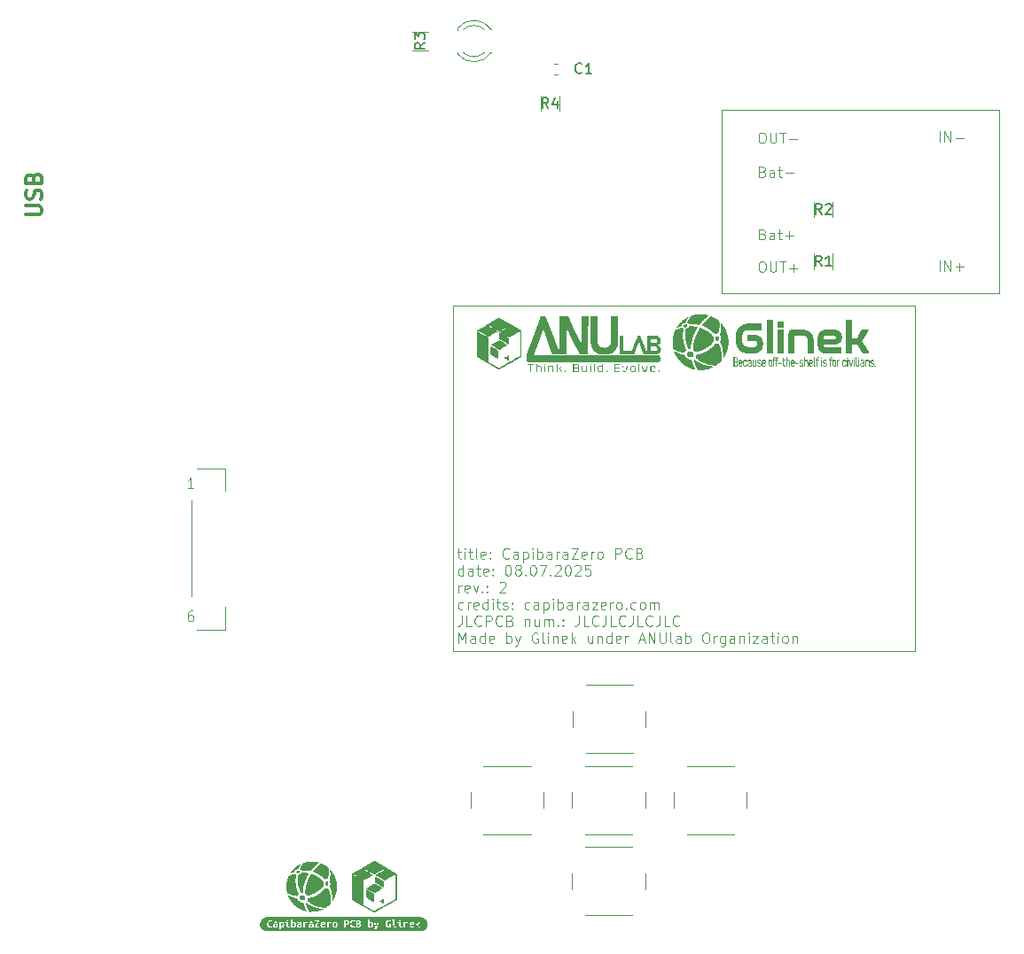
<source format=gbr>
%TF.GenerationSoftware,KiCad,Pcbnew,9.0.0*%
%TF.CreationDate,2025-07-08T12:35:53+02:00*%
%TF.ProjectId,capibarazeroPCB,63617069-6261-4726-917a-65726f504342,rev?*%
%TF.SameCoordinates,Original*%
%TF.FileFunction,Legend,Top*%
%TF.FilePolarity,Positive*%
%FSLAX46Y46*%
G04 Gerber Fmt 4.6, Leading zero omitted, Abs format (unit mm)*
G04 Created by KiCad (PCBNEW 9.0.0) date 2025-07-08 12:35:53*
%MOMM*%
%LPD*%
G01*
G04 APERTURE LIST*
%ADD10C,0.000000*%
%ADD11C,0.100000*%
%ADD12C,0.300000*%
%ADD13C,0.150000*%
%ADD14C,0.120000*%
G04 APERTURE END LIST*
D10*
G36*
X121686459Y-143769140D02*
G01*
X121767075Y-143771677D01*
X121848108Y-143775470D01*
X121919453Y-143780122D01*
X121971004Y-143785238D01*
X121986199Y-143787847D01*
X121992655Y-143790423D01*
X121993126Y-143790933D01*
X121993878Y-143791460D01*
X121996199Y-143792561D01*
X121999556Y-143793717D01*
X122003890Y-143794918D01*
X122009139Y-143796155D01*
X122015245Y-143797418D01*
X122022147Y-143798696D01*
X122029783Y-143799982D01*
X122047023Y-143802533D01*
X122066482Y-143804994D01*
X122087678Y-143807287D01*
X122110131Y-143809336D01*
X122132453Y-143811397D01*
X122153278Y-143813726D01*
X122172150Y-143816242D01*
X122188613Y-143818866D01*
X122202210Y-143821517D01*
X122212487Y-143824115D01*
X122216237Y-143825370D01*
X122218987Y-143826581D01*
X122220678Y-143827739D01*
X122221110Y-143828295D01*
X122221255Y-143828834D01*
X122221346Y-143829373D01*
X122221617Y-143829927D01*
X122222064Y-143830496D01*
X122222681Y-143831078D01*
X122223464Y-143831672D01*
X122224409Y-143832277D01*
X122225511Y-143832892D01*
X122226767Y-143833515D01*
X122229718Y-143834781D01*
X122233226Y-143836067D01*
X122237257Y-143837363D01*
X122241773Y-143838658D01*
X122246740Y-143839943D01*
X122252121Y-143841209D01*
X122257881Y-143842445D01*
X122263983Y-143843642D01*
X122270393Y-143844790D01*
X122277074Y-143845880D01*
X122283990Y-143846902D01*
X122291105Y-143847845D01*
X122360954Y-143856575D01*
X122360804Y-143877337D01*
X122360628Y-143879472D01*
X122360164Y-143881793D01*
X122359429Y-143884282D01*
X122358438Y-143886923D01*
X122355749Y-143892596D01*
X122352218Y-143898678D01*
X122347968Y-143905036D01*
X122343122Y-143911538D01*
X122337802Y-143918050D01*
X122332131Y-143924441D01*
X122326230Y-143930577D01*
X122320222Y-143936326D01*
X122314230Y-143941554D01*
X122308377Y-143946130D01*
X122302783Y-143949920D01*
X122300122Y-143951479D01*
X122297572Y-143952791D01*
X122295149Y-143953841D01*
X122292867Y-143954612D01*
X122290742Y-143955086D01*
X122288789Y-143955248D01*
X122288158Y-143955297D01*
X122287455Y-143955443D01*
X122286682Y-143955683D01*
X122285841Y-143956015D01*
X122283970Y-143956944D01*
X122281862Y-143958212D01*
X122279541Y-143959799D01*
X122277027Y-143961686D01*
X122274343Y-143963853D01*
X122271510Y-143966282D01*
X122268551Y-143968953D01*
X122265487Y-143971846D01*
X122262340Y-143974944D01*
X122259133Y-143978225D01*
X122255886Y-143981672D01*
X122252621Y-143985264D01*
X122249362Y-143988983D01*
X122246129Y-143992810D01*
X122242876Y-143996639D01*
X122239560Y-144000366D01*
X122236205Y-144003972D01*
X122232834Y-144007437D01*
X122229471Y-144010741D01*
X122226140Y-144013865D01*
X122222865Y-144016790D01*
X122219669Y-144019496D01*
X122216575Y-144021963D01*
X122213609Y-144024172D01*
X122210793Y-144026103D01*
X122208152Y-144027737D01*
X122205708Y-144029054D01*
X122203486Y-144030035D01*
X122201510Y-144030660D01*
X122200621Y-144030833D01*
X122199803Y-144030909D01*
X122198944Y-144031020D01*
X122197934Y-144031294D01*
X122196778Y-144031727D01*
X122195481Y-144032315D01*
X122192483Y-144033938D01*
X122188981Y-144036131D01*
X122185015Y-144038861D01*
X122180624Y-144042095D01*
X122175848Y-144045800D01*
X122170728Y-144049944D01*
X122165302Y-144054494D01*
X122159610Y-144059417D01*
X122153694Y-144064680D01*
X122147592Y-144070250D01*
X122141344Y-144076095D01*
X122134990Y-144082182D01*
X122128570Y-144088477D01*
X122122124Y-144094948D01*
X122109373Y-144107704D01*
X122097102Y-144119604D01*
X122085606Y-144130388D01*
X122075181Y-144139794D01*
X122066121Y-144147564D01*
X122058722Y-144153437D01*
X122055738Y-144155580D01*
X122053281Y-144157151D01*
X122051386Y-144158117D01*
X122050091Y-144158447D01*
X122048540Y-144158980D01*
X122046032Y-144160536D01*
X122038407Y-144166452D01*
X122027744Y-144175667D01*
X122014573Y-144187653D01*
X121982814Y-144217826D01*
X121947356Y-144252748D01*
X121912423Y-144288194D01*
X121882240Y-144319942D01*
X121870250Y-144333109D01*
X121861032Y-144343768D01*
X121855114Y-144351390D01*
X121853558Y-144353897D01*
X121853024Y-144355448D01*
X121852941Y-144355924D01*
X121852695Y-144356560D01*
X121851728Y-144358298D01*
X121850157Y-144360624D01*
X121848014Y-144363502D01*
X121845331Y-144366894D01*
X121842141Y-144370763D01*
X121834371Y-144379787D01*
X121824964Y-144390277D01*
X121814180Y-144401937D01*
X121802280Y-144414472D01*
X121789524Y-144427587D01*
X121776768Y-144440781D01*
X121764868Y-144453548D01*
X121754084Y-144465575D01*
X121744676Y-144476549D01*
X121736906Y-144486158D01*
X121731034Y-144494091D01*
X121728891Y-144497331D01*
X121727319Y-144500035D01*
X121726353Y-144502164D01*
X121726023Y-144503679D01*
X121725982Y-144504311D01*
X121725859Y-144505012D01*
X121725656Y-144505778D01*
X121725376Y-144506607D01*
X121724590Y-144508443D01*
X121723519Y-144510499D01*
X121722178Y-144512755D01*
X121720584Y-144515188D01*
X121718752Y-144517778D01*
X121716700Y-144520504D01*
X121714443Y-144523345D01*
X121711997Y-144526280D01*
X121709379Y-144529288D01*
X121706605Y-144532347D01*
X121703692Y-144535438D01*
X121700655Y-144538538D01*
X121697510Y-144541628D01*
X121694275Y-144544685D01*
X121691041Y-144547734D01*
X121687897Y-144550799D01*
X121684860Y-144553860D01*
X121681947Y-144556896D01*
X121679173Y-144559888D01*
X121676555Y-144562814D01*
X121674109Y-144565656D01*
X121671851Y-144568392D01*
X121669798Y-144571003D01*
X121667966Y-144573468D01*
X121666371Y-144575768D01*
X121665030Y-144577881D01*
X121663958Y-144579788D01*
X121663173Y-144581469D01*
X121662689Y-144582904D01*
X121662566Y-144583522D01*
X121662525Y-144584071D01*
X121662467Y-144584637D01*
X121662297Y-144585306D01*
X121662017Y-144586075D01*
X121661630Y-144586939D01*
X121660546Y-144588945D01*
X121659067Y-144591295D01*
X121657216Y-144593963D01*
X121655014Y-144596922D01*
X121652486Y-144600146D01*
X121649652Y-144603606D01*
X121646536Y-144607276D01*
X121643161Y-144611130D01*
X121639547Y-144615140D01*
X121635719Y-144619279D01*
X121631698Y-144623520D01*
X121627507Y-144627838D01*
X121623168Y-144632203D01*
X121618704Y-144636590D01*
X121574885Y-144679149D01*
X121542504Y-144679149D01*
X121539205Y-144679090D01*
X121535999Y-144678916D01*
X121532903Y-144678635D01*
X121529932Y-144678251D01*
X121527103Y-144677771D01*
X121524433Y-144677199D01*
X121521938Y-144676543D01*
X121519636Y-144675807D01*
X121517542Y-144674998D01*
X121515674Y-144674121D01*
X121514048Y-144673182D01*
X121512680Y-144672188D01*
X121511587Y-144671143D01*
X121511149Y-144670603D01*
X121510786Y-144670053D01*
X121510500Y-144669493D01*
X121510293Y-144668925D01*
X121510167Y-144668348D01*
X121510125Y-144667764D01*
X121510063Y-144667677D01*
X121509926Y-144667082D01*
X121509519Y-144666471D01*
X121508850Y-144665844D01*
X121507924Y-144665205D01*
X121506750Y-144664552D01*
X121505332Y-144663889D01*
X121501795Y-144662535D01*
X121497369Y-144661153D01*
X121492106Y-144659753D01*
X121486060Y-144658346D01*
X121479285Y-144656943D01*
X121471835Y-144655553D01*
X121463763Y-144654189D01*
X121455123Y-144652859D01*
X121445970Y-144651576D01*
X121436356Y-144650348D01*
X121426335Y-144649188D01*
X121415961Y-144648105D01*
X121405288Y-144647110D01*
X121384073Y-144644999D01*
X121363958Y-144642518D01*
X121345406Y-144639758D01*
X121328881Y-144636810D01*
X121314845Y-144633765D01*
X121303763Y-144630714D01*
X121299474Y-144629214D01*
X121296097Y-144627746D01*
X121293690Y-144626322D01*
X121292311Y-144624954D01*
X121284105Y-144611995D01*
X120984332Y-144611544D01*
X120684558Y-144611093D01*
X120684558Y-144595014D01*
X120684430Y-144593537D01*
X120684052Y-144591978D01*
X120683430Y-144590342D01*
X120682572Y-144588634D01*
X120681485Y-144586858D01*
X120680176Y-144585021D01*
X120678654Y-144583126D01*
X120676924Y-144581180D01*
X120674996Y-144579186D01*
X120672875Y-144577151D01*
X120670570Y-144575079D01*
X120668087Y-144572974D01*
X120662618Y-144568690D01*
X120656528Y-144564339D01*
X120649876Y-144559960D01*
X120642719Y-144555595D01*
X120635117Y-144551283D01*
X120627129Y-144547065D01*
X120618812Y-144542980D01*
X120610227Y-144539070D01*
X120601431Y-144535373D01*
X120592484Y-144531932D01*
X120570258Y-144523786D01*
X120570258Y-144480067D01*
X120570318Y-144475343D01*
X120570495Y-144470896D01*
X120570785Y-144466736D01*
X120571184Y-144462877D01*
X120571688Y-144459329D01*
X120572293Y-144456104D01*
X120572994Y-144453214D01*
X120573787Y-144450671D01*
X120574669Y-144448486D01*
X120575634Y-144446670D01*
X120576680Y-144445236D01*
X120577231Y-144444666D01*
X120577801Y-144444196D01*
X120578389Y-144443826D01*
X120578995Y-144443560D01*
X120579617Y-144443397D01*
X120580255Y-144443340D01*
X120580910Y-144443390D01*
X120581580Y-144443548D01*
X120582264Y-144443817D01*
X120582963Y-144444197D01*
X120583615Y-144444569D01*
X120584260Y-144444877D01*
X120584897Y-144445122D01*
X120585524Y-144445305D01*
X120586142Y-144445426D01*
X120586750Y-144445487D01*
X120587345Y-144445489D01*
X120587929Y-144445432D01*
X120588499Y-144445318D01*
X120589056Y-144445147D01*
X120589597Y-144444921D01*
X120590123Y-144444641D01*
X120590633Y-144444306D01*
X120591125Y-144443919D01*
X120591599Y-144443481D01*
X120592053Y-144442992D01*
X120592488Y-144442453D01*
X120592903Y-144441866D01*
X120593296Y-144441231D01*
X120593666Y-144440549D01*
X120594013Y-144439821D01*
X120594336Y-144439048D01*
X120594634Y-144438232D01*
X120594907Y-144437373D01*
X120595153Y-144436472D01*
X120595371Y-144435530D01*
X120595561Y-144434548D01*
X120595722Y-144433527D01*
X120595854Y-144432468D01*
X120595954Y-144431372D01*
X120596023Y-144430239D01*
X120596059Y-144429072D01*
X120596275Y-144426403D01*
X120596800Y-144423163D01*
X120597618Y-144419395D01*
X120598713Y-144415144D01*
X120600069Y-144410454D01*
X120601671Y-144405369D01*
X120605548Y-144394195D01*
X120610215Y-144381976D01*
X120615547Y-144369066D01*
X120621415Y-144355821D01*
X120627693Y-144342596D01*
X120633970Y-144329516D01*
X120639831Y-144316687D01*
X120645147Y-144304435D01*
X120649789Y-144293086D01*
X120653628Y-144282963D01*
X120656537Y-144274395D01*
X120658385Y-144267705D01*
X120658872Y-144265167D01*
X120659046Y-144263220D01*
X120659118Y-144261603D01*
X120659308Y-144260031D01*
X120659608Y-144258513D01*
X120660013Y-144257057D01*
X120660516Y-144255670D01*
X120661112Y-144254361D01*
X120661795Y-144253138D01*
X120662559Y-144252009D01*
X120663398Y-144250982D01*
X120663843Y-144250510D01*
X120664305Y-144250066D01*
X120664782Y-144249652D01*
X120665274Y-144249268D01*
X120665781Y-144248917D01*
X120666300Y-144248598D01*
X120666833Y-144248312D01*
X120667377Y-144248062D01*
X120667933Y-144247847D01*
X120668498Y-144247669D01*
X120669074Y-144247528D01*
X120669658Y-144247427D01*
X120670251Y-144247365D01*
X120670851Y-144247345D01*
X120671461Y-144247296D01*
X120672085Y-144247152D01*
X120672720Y-144246916D01*
X120673367Y-144246589D01*
X120674022Y-144246173D01*
X120674686Y-144245672D01*
X120675357Y-144245088D01*
X120676034Y-144244422D01*
X120676715Y-144243678D01*
X120677399Y-144242857D01*
X120678085Y-144241963D01*
X120678772Y-144240997D01*
X120679458Y-144239961D01*
X120680142Y-144238859D01*
X120680823Y-144237693D01*
X120681499Y-144236464D01*
X120682833Y-144233831D01*
X120684134Y-144230977D01*
X120685392Y-144227923D01*
X120686597Y-144224687D01*
X120687738Y-144221288D01*
X120688805Y-144217745D01*
X120689788Y-144214078D01*
X120690677Y-144210305D01*
X120691600Y-144206495D01*
X120692683Y-144202722D01*
X120693913Y-144199006D01*
X120695276Y-144195370D01*
X120696759Y-144191838D01*
X120698347Y-144188432D01*
X120700029Y-144185174D01*
X120701789Y-144182087D01*
X120703614Y-144179193D01*
X120705492Y-144176516D01*
X120707408Y-144174077D01*
X120709348Y-144171899D01*
X120711300Y-144170006D01*
X120713249Y-144168419D01*
X120715183Y-144167161D01*
X120717087Y-144166254D01*
X120718024Y-144165869D01*
X120718948Y-144165439D01*
X120719860Y-144164965D01*
X120720758Y-144164449D01*
X120721640Y-144163893D01*
X120722505Y-144163297D01*
X120723353Y-144162665D01*
X120724182Y-144161998D01*
X120724991Y-144161296D01*
X120725778Y-144160563D01*
X120726544Y-144159800D01*
X120727285Y-144159008D01*
X120728693Y-144157345D01*
X120729992Y-144155589D01*
X120731174Y-144153753D01*
X120732228Y-144151849D01*
X120732705Y-144150877D01*
X120733146Y-144149893D01*
X120733551Y-144148900D01*
X120733918Y-144147898D01*
X120734246Y-144146889D01*
X120734535Y-144145876D01*
X120734782Y-144144860D01*
X120734987Y-144143843D01*
X120735148Y-144142826D01*
X120735265Y-144141810D01*
X120735336Y-144140799D01*
X120735360Y-144139793D01*
X120735419Y-144137812D01*
X120735591Y-144135887D01*
X120735871Y-144134027D01*
X120736254Y-144132242D01*
X120736732Y-144130543D01*
X120737302Y-144128939D01*
X120737955Y-144127441D01*
X120738688Y-144126058D01*
X120739493Y-144124801D01*
X120740366Y-144123678D01*
X120741300Y-144122701D01*
X120741788Y-144122270D01*
X120742289Y-144121880D01*
X120742803Y-144121530D01*
X120743328Y-144121223D01*
X120743864Y-144120960D01*
X120744411Y-144120742D01*
X120744967Y-144120570D01*
X120745532Y-144120446D01*
X120746105Y-144120370D01*
X120746685Y-144120345D01*
X120747276Y-144120302D01*
X120747881Y-144120175D01*
X120748498Y-144119965D01*
X120749127Y-144119675D01*
X120749766Y-144119307D01*
X120750413Y-144118862D01*
X120751069Y-144118344D01*
X120751730Y-144117754D01*
X120752397Y-144117095D01*
X120753068Y-144116367D01*
X120753741Y-144115574D01*
X120754415Y-144114718D01*
X120755090Y-144113800D01*
X120755763Y-144112823D01*
X120756434Y-144111789D01*
X120757102Y-144110700D01*
X120757764Y-144109559D01*
X120758420Y-144108366D01*
X120759708Y-144105836D01*
X120760957Y-144103129D01*
X120762156Y-144100261D01*
X120763294Y-144097248D01*
X120764363Y-144094108D01*
X120765351Y-144090857D01*
X120766250Y-144087512D01*
X120767250Y-144084018D01*
X120768538Y-144080329D01*
X120770093Y-144076477D01*
X120771896Y-144072494D01*
X120773927Y-144068411D01*
X120776165Y-144064259D01*
X120778591Y-144060070D01*
X120781183Y-144055876D01*
X120783922Y-144051708D01*
X120786789Y-144047598D01*
X120789761Y-144043578D01*
X120792821Y-144039678D01*
X120795946Y-144035931D01*
X120799118Y-144032369D01*
X120802316Y-144029022D01*
X120805520Y-144025922D01*
X120808647Y-144022959D01*
X120811621Y-144020014D01*
X120814429Y-144017104D01*
X120817059Y-144014247D01*
X120819497Y-144011462D01*
X120821732Y-144008767D01*
X120823750Y-144006179D01*
X120825539Y-144003717D01*
X120827087Y-144001399D01*
X120828380Y-143999242D01*
X120829407Y-143997266D01*
X120830155Y-143995487D01*
X120830610Y-143993924D01*
X120830724Y-143993230D01*
X120830761Y-143992596D01*
X120830718Y-143992025D01*
X120830595Y-143991519D01*
X120830389Y-143991081D01*
X120830099Y-143990713D01*
X120829793Y-143990361D01*
X120829541Y-143989972D01*
X120829342Y-143989547D01*
X120829196Y-143989088D01*
X120829102Y-143988596D01*
X120829058Y-143988072D01*
X120829064Y-143987519D01*
X120829119Y-143986938D01*
X120829222Y-143986330D01*
X120829373Y-143985696D01*
X120829571Y-143985037D01*
X120829814Y-143984357D01*
X120830102Y-143983655D01*
X120830434Y-143982933D01*
X120830810Y-143982193D01*
X120831227Y-143981436D01*
X120832187Y-143979877D01*
X120833306Y-143978267D01*
X120834578Y-143976619D01*
X120835996Y-143974943D01*
X120837554Y-143973252D01*
X120839245Y-143971556D01*
X120841062Y-143969868D01*
X120842998Y-143968198D01*
X120844971Y-143966499D01*
X120846888Y-143964725D01*
X120848739Y-143962891D01*
X120850516Y-143961010D01*
X120852207Y-143959097D01*
X120853803Y-143957167D01*
X120855295Y-143955234D01*
X120856671Y-143953313D01*
X120857922Y-143951417D01*
X120859039Y-143949562D01*
X120860011Y-143947761D01*
X120860829Y-143946029D01*
X120861482Y-143944381D01*
X120861961Y-143942831D01*
X120862256Y-143941393D01*
X120862331Y-143940721D01*
X120862356Y-143940082D01*
X120862457Y-143937761D01*
X120862758Y-143935470D01*
X120863257Y-143933210D01*
X120863952Y-143930982D01*
X120864841Y-143928787D01*
X120865922Y-143926628D01*
X120867194Y-143924504D01*
X120868653Y-143922417D01*
X120870298Y-143920368D01*
X120872128Y-143918359D01*
X120874139Y-143916390D01*
X120876331Y-143914463D01*
X120878700Y-143912579D01*
X120881245Y-143910739D01*
X120883964Y-143908944D01*
X120886855Y-143907195D01*
X120889916Y-143905494D01*
X120893145Y-143903841D01*
X120896539Y-143902238D01*
X120900098Y-143900687D01*
X120903818Y-143899187D01*
X120907698Y-143897741D01*
X120911736Y-143896349D01*
X120915929Y-143895013D01*
X120920276Y-143893734D01*
X120924775Y-143892513D01*
X120929424Y-143891351D01*
X120934220Y-143890250D01*
X120944248Y-143888233D01*
X120954841Y-143886471D01*
X120966877Y-143884451D01*
X120978105Y-143882144D01*
X120988280Y-143879631D01*
X120992896Y-143878323D01*
X120997156Y-143876994D01*
X121001030Y-143875654D01*
X121004487Y-143874312D01*
X121007497Y-143872981D01*
X121010028Y-143871668D01*
X121012050Y-143870385D01*
X121013533Y-143869141D01*
X121014445Y-143867947D01*
X121014677Y-143867372D01*
X121014756Y-143866813D01*
X121014855Y-143866253D01*
X121015151Y-143865678D01*
X121015638Y-143865088D01*
X121016311Y-143864485D01*
X121017166Y-143863870D01*
X121018197Y-143863245D01*
X121020768Y-143861966D01*
X121023988Y-143860660D01*
X121027815Y-143859335D01*
X121032212Y-143858003D01*
X121037140Y-143856672D01*
X121042558Y-143855353D01*
X121048428Y-143854056D01*
X121054712Y-143852792D01*
X121061369Y-143851568D01*
X121068361Y-143850397D01*
X121075649Y-143849287D01*
X121083194Y-143848250D01*
X121090956Y-143847294D01*
X121106263Y-143845302D01*
X121120544Y-143843027D01*
X121133484Y-143840547D01*
X121144773Y-143837942D01*
X121154097Y-143835292D01*
X121157925Y-143833975D01*
X121161144Y-143832677D01*
X121163716Y-143831407D01*
X121165602Y-143830176D01*
X121166761Y-143828994D01*
X121167057Y-143828424D01*
X121167157Y-143827871D01*
X121167290Y-143827317D01*
X121167684Y-143826747D01*
X121168333Y-143826162D01*
X121169230Y-143825564D01*
X121170370Y-143824954D01*
X121171744Y-143824333D01*
X121175174Y-143823063D01*
X121179466Y-143821764D01*
X121184570Y-143820447D01*
X121190432Y-143819120D01*
X121197002Y-143817795D01*
X121204226Y-143816481D01*
X121212053Y-143815188D01*
X121220431Y-143813926D01*
X121229307Y-143812704D01*
X121238630Y-143811534D01*
X121248347Y-143810424D01*
X121258407Y-143809385D01*
X121268756Y-143808427D01*
X121289165Y-143806400D01*
X121308205Y-143804030D01*
X121325459Y-143801406D01*
X121340511Y-143798612D01*
X121352943Y-143795735D01*
X121358046Y-143794292D01*
X121362339Y-143792860D01*
X121365768Y-143791450D01*
X121368282Y-143790073D01*
X121369829Y-143788740D01*
X121370223Y-143788093D01*
X121370356Y-143787462D01*
X121370467Y-143786824D01*
X121370796Y-143786207D01*
X121371339Y-143785612D01*
X121372092Y-143785039D01*
X121373049Y-143784488D01*
X121374206Y-143783960D01*
X121375558Y-143783455D01*
X121377101Y-143782974D01*
X121380741Y-143782084D01*
X121385088Y-143781294D01*
X121390105Y-143780606D01*
X121395755Y-143780023D01*
X121402001Y-143779550D01*
X121408805Y-143779190D01*
X121416131Y-143778945D01*
X121423941Y-143778819D01*
X121432199Y-143778816D01*
X121440867Y-143778938D01*
X121449907Y-143779189D01*
X121459284Y-143779572D01*
X121477148Y-143780202D01*
X121493812Y-143780366D01*
X121508911Y-143780090D01*
X121522082Y-143779400D01*
X121532959Y-143778321D01*
X121537424Y-143777644D01*
X121541179Y-143776881D01*
X121544178Y-143776032D01*
X121546375Y-143775104D01*
X121547726Y-143774097D01*
X121548070Y-143773566D01*
X121548184Y-143773017D01*
X121549431Y-143771865D01*
X121553073Y-143770885D01*
X121566908Y-143769414D01*
X121616369Y-143768253D01*
X121686459Y-143769140D01*
G37*
G36*
X120462327Y-144628600D02*
G01*
X120445427Y-144639309D01*
X120428527Y-144650019D01*
X120466630Y-144657638D01*
X120504733Y-144665258D01*
X120512968Y-144691179D01*
X120513868Y-144693818D01*
X120514864Y-144696384D01*
X120515944Y-144698863D01*
X120517099Y-144701241D01*
X120518319Y-144703505D01*
X120519592Y-144705643D01*
X120520910Y-144707640D01*
X120522260Y-144709484D01*
X120523635Y-144711161D01*
X120525022Y-144712657D01*
X120526411Y-144713959D01*
X120527793Y-144715055D01*
X120529157Y-144715931D01*
X120530493Y-144716572D01*
X120531148Y-144716801D01*
X120531791Y-144716967D01*
X120532422Y-144717068D01*
X120533040Y-144717102D01*
X120533646Y-144717143D01*
X120534246Y-144717266D01*
X120534836Y-144717469D01*
X120535418Y-144717749D01*
X120535990Y-144718105D01*
X120536551Y-144718535D01*
X120537101Y-144719036D01*
X120537638Y-144719606D01*
X120538162Y-144720244D01*
X120538673Y-144720947D01*
X120539169Y-144721713D01*
X120539650Y-144722541D01*
X120540115Y-144723428D01*
X120540563Y-144724373D01*
X120540994Y-144725372D01*
X120541406Y-144726425D01*
X120541800Y-144727529D01*
X120542173Y-144728682D01*
X120542526Y-144729883D01*
X120542857Y-144731128D01*
X120543166Y-144732417D01*
X120543453Y-144733746D01*
X120543716Y-144735114D01*
X120543954Y-144736520D01*
X120544167Y-144737960D01*
X120544354Y-144739433D01*
X120544515Y-144740937D01*
X120544648Y-144742470D01*
X120544753Y-144744030D01*
X120544828Y-144745615D01*
X120544875Y-144747222D01*
X120544890Y-144748850D01*
X120544820Y-144752084D01*
X120544615Y-144755228D01*
X120544282Y-144758265D01*
X120543828Y-144761178D01*
X120543259Y-144763952D01*
X120542583Y-144766570D01*
X120541806Y-144769016D01*
X120540936Y-144771274D01*
X120539979Y-144773327D01*
X120538942Y-144775159D01*
X120537833Y-144776754D01*
X120536657Y-144778095D01*
X120535423Y-144779167D01*
X120534786Y-144779596D01*
X120534137Y-144779952D01*
X120533476Y-144780233D01*
X120532805Y-144780436D01*
X120532124Y-144780559D01*
X120531435Y-144780600D01*
X120530754Y-144780613D01*
X120530097Y-144780651D01*
X120529464Y-144780712D01*
X120528856Y-144780798D01*
X120528274Y-144780906D01*
X120527718Y-144781037D01*
X120527189Y-144781189D01*
X120526686Y-144781363D01*
X120526211Y-144781557D01*
X120525764Y-144781772D01*
X120525345Y-144782005D01*
X120524956Y-144782257D01*
X120524595Y-144782527D01*
X120524265Y-144782815D01*
X120523965Y-144783119D01*
X120523695Y-144783440D01*
X120523457Y-144783776D01*
X120523251Y-144784127D01*
X120523077Y-144784492D01*
X120522935Y-144784871D01*
X120522827Y-144785263D01*
X120522753Y-144785668D01*
X120522712Y-144786084D01*
X120522707Y-144786512D01*
X120522736Y-144786950D01*
X120522801Y-144787398D01*
X120522902Y-144787856D01*
X120523040Y-144788322D01*
X120523215Y-144788796D01*
X120523427Y-144789278D01*
X120523677Y-144789767D01*
X120523966Y-144790261D01*
X120526046Y-144794639D01*
X120527004Y-144799155D01*
X120526896Y-144803787D01*
X120525772Y-144808511D01*
X120523688Y-144813306D01*
X120520695Y-144818149D01*
X120516848Y-144823016D01*
X120512199Y-144827885D01*
X120506801Y-144832734D01*
X120500709Y-144837540D01*
X120493974Y-144842279D01*
X120486651Y-144846931D01*
X120478792Y-144851470D01*
X120470450Y-144855876D01*
X120452533Y-144864195D01*
X120433326Y-144871706D01*
X120413253Y-144878228D01*
X120392740Y-144883578D01*
X120382452Y-144885757D01*
X120372214Y-144887575D01*
X120362079Y-144889010D01*
X120352100Y-144890039D01*
X120342331Y-144890638D01*
X120332824Y-144890786D01*
X120323633Y-144890460D01*
X120314811Y-144889636D01*
X120306411Y-144888293D01*
X120298487Y-144886408D01*
X120298458Y-144886467D01*
X120295866Y-144885651D01*
X120293091Y-144884620D01*
X120290158Y-144883388D01*
X120287092Y-144881972D01*
X120283919Y-144880386D01*
X120280664Y-144878647D01*
X120277352Y-144876770D01*
X120274009Y-144874770D01*
X120270659Y-144872663D01*
X120267328Y-144870465D01*
X120264041Y-144868190D01*
X120260823Y-144865855D01*
X120257701Y-144863475D01*
X120254698Y-144861065D01*
X120251840Y-144858641D01*
X120249153Y-144856218D01*
X120224003Y-144832788D01*
X120230244Y-144767875D01*
X120230965Y-144761183D01*
X120231832Y-144754526D01*
X120233957Y-144741476D01*
X120236528Y-144729053D01*
X120237952Y-144723179D01*
X120239452Y-144717586D01*
X120241018Y-144712313D01*
X120242637Y-144707401D01*
X120244299Y-144702893D01*
X120245991Y-144698829D01*
X120247702Y-144695250D01*
X120249421Y-144692197D01*
X120251136Y-144689710D01*
X120252836Y-144687832D01*
X120269192Y-144672705D01*
X120260042Y-144691755D01*
X120250892Y-144710805D01*
X120268493Y-144689423D01*
X120270463Y-144687200D01*
X120272724Y-144684953D01*
X120275252Y-144682696D01*
X120278019Y-144680445D01*
X120280999Y-144678214D01*
X120284166Y-144676021D01*
X120287492Y-144673879D01*
X120290951Y-144671805D01*
X120294518Y-144669813D01*
X120298164Y-144667919D01*
X120301863Y-144666138D01*
X120305590Y-144664486D01*
X120309317Y-144662978D01*
X120313018Y-144661629D01*
X120316667Y-144660455D01*
X120320236Y-144659472D01*
X120323713Y-144658540D01*
X120327094Y-144657520D01*
X120330359Y-144656420D01*
X120333492Y-144655252D01*
X120336474Y-144654025D01*
X120339290Y-144652750D01*
X120341920Y-144651436D01*
X120344347Y-144650095D01*
X120346555Y-144648735D01*
X120348525Y-144647368D01*
X120350240Y-144646004D01*
X120351682Y-144644653D01*
X120352834Y-144643324D01*
X120353679Y-144642029D01*
X120353980Y-144641397D01*
X120354199Y-144640777D01*
X120354331Y-144640171D01*
X120354376Y-144639579D01*
X120354446Y-144638999D01*
X120354656Y-144638427D01*
X120355001Y-144637864D01*
X120355477Y-144637309D01*
X120356083Y-144636765D01*
X120356813Y-144636231D01*
X120357665Y-144635709D01*
X120358635Y-144635199D01*
X120359719Y-144634702D01*
X120360915Y-144634218D01*
X120363626Y-144633294D01*
X120366741Y-144632433D01*
X120370231Y-144631640D01*
X120374069Y-144630922D01*
X120378227Y-144630283D01*
X120382678Y-144629730D01*
X120387394Y-144629268D01*
X120392347Y-144628903D01*
X120397509Y-144628642D01*
X120402853Y-144628488D01*
X120408352Y-144628449D01*
X120462327Y-144628600D01*
G37*
G36*
X120633771Y-144050531D02*
G01*
X120633639Y-144053891D01*
X120633252Y-144057378D01*
X120632624Y-144060964D01*
X120631766Y-144064623D01*
X120630693Y-144068326D01*
X120629417Y-144072047D01*
X120627952Y-144075757D01*
X120626309Y-144079430D01*
X120624503Y-144083037D01*
X120622547Y-144086552D01*
X120620452Y-144089947D01*
X120618233Y-144093193D01*
X120615903Y-144096265D01*
X120613473Y-144099134D01*
X120610959Y-144101773D01*
X120608372Y-144104154D01*
X120605785Y-144106452D01*
X120603271Y-144108852D01*
X120600842Y-144111333D01*
X120598511Y-144113876D01*
X120596292Y-144116461D01*
X120594198Y-144119070D01*
X120592241Y-144121681D01*
X120590435Y-144124277D01*
X120588793Y-144126838D01*
X120587327Y-144129343D01*
X120586051Y-144131774D01*
X120584977Y-144134111D01*
X120584120Y-144136335D01*
X120583491Y-144138426D01*
X120583104Y-144140364D01*
X120583006Y-144141270D01*
X120582973Y-144142130D01*
X120582956Y-144142962D01*
X120582907Y-144143783D01*
X120582713Y-144145389D01*
X120582399Y-144146941D01*
X120581970Y-144148430D01*
X120581434Y-144149848D01*
X120580796Y-144151186D01*
X120580063Y-144152436D01*
X120579241Y-144153590D01*
X120578799Y-144154129D01*
X120578338Y-144154640D01*
X120577858Y-144155123D01*
X120577359Y-144155576D01*
X120576843Y-144155999D01*
X120576311Y-144156391D01*
X120575764Y-144156751D01*
X120575201Y-144157077D01*
X120574625Y-144157369D01*
X120574035Y-144157625D01*
X120573434Y-144157844D01*
X120572820Y-144158026D01*
X120572196Y-144158170D01*
X120571562Y-144158273D01*
X120570919Y-144158336D01*
X120570267Y-144158358D01*
X120569616Y-144158376D01*
X120568973Y-144158430D01*
X120568339Y-144158519D01*
X120567714Y-144158642D01*
X120567101Y-144158798D01*
X120566499Y-144158987D01*
X120565910Y-144159206D01*
X120565333Y-144159457D01*
X120564771Y-144159737D01*
X120564223Y-144160045D01*
X120563691Y-144160382D01*
X120563175Y-144160745D01*
X120562677Y-144161134D01*
X120562197Y-144161548D01*
X120561735Y-144161987D01*
X120561293Y-144162449D01*
X120560872Y-144162933D01*
X120560472Y-144163439D01*
X120560094Y-144163965D01*
X120559739Y-144164511D01*
X120559408Y-144165076D01*
X120559101Y-144165659D01*
X120558820Y-144166259D01*
X120558564Y-144166875D01*
X120558336Y-144167507D01*
X120558136Y-144168152D01*
X120557964Y-144168811D01*
X120557821Y-144169483D01*
X120557709Y-144170167D01*
X120557628Y-144170861D01*
X120557579Y-144171565D01*
X120557562Y-144172278D01*
X120557435Y-144173874D01*
X120557061Y-144175776D01*
X120556453Y-144177960D01*
X120555624Y-144180400D01*
X120554586Y-144183073D01*
X120553352Y-144185952D01*
X120551935Y-144189014D01*
X120550347Y-144192234D01*
X120548601Y-144195586D01*
X120546709Y-144199045D01*
X120544684Y-144202588D01*
X120542538Y-144206189D01*
X120540285Y-144209823D01*
X120537937Y-144213466D01*
X120535506Y-144217092D01*
X120533005Y-144220678D01*
X120530462Y-144224363D01*
X120527904Y-144228283D01*
X120525350Y-144232404D01*
X120522815Y-144236690D01*
X120517874Y-144245620D01*
X120513216Y-144254795D01*
X120508975Y-144263938D01*
X120507053Y-144268411D01*
X120505286Y-144272771D01*
X120503692Y-144276984D01*
X120502286Y-144281016D01*
X120501086Y-144284831D01*
X120500109Y-144288395D01*
X120499166Y-144291816D01*
X120498068Y-144295211D01*
X120496827Y-144298559D01*
X120495457Y-144301840D01*
X120493972Y-144305034D01*
X120492385Y-144308119D01*
X120490710Y-144311076D01*
X120488959Y-144313883D01*
X120487147Y-144316520D01*
X120485287Y-144318967D01*
X120483392Y-144321203D01*
X120481475Y-144323207D01*
X120479551Y-144324959D01*
X120477632Y-144326439D01*
X120475733Y-144327625D01*
X120473866Y-144328497D01*
X120472947Y-144328875D01*
X120472041Y-144329298D01*
X120471147Y-144329765D01*
X120470267Y-144330275D01*
X120469402Y-144330825D01*
X120468554Y-144331413D01*
X120467723Y-144332039D01*
X120466911Y-144332700D01*
X120466118Y-144333395D01*
X120465346Y-144334122D01*
X120464597Y-144334880D01*
X120463870Y-144335666D01*
X120462491Y-144337318D01*
X120461218Y-144339064D01*
X120460061Y-144340891D01*
X120459028Y-144342785D01*
X120458561Y-144343754D01*
X120458129Y-144344734D01*
X120457733Y-144345724D01*
X120457373Y-144346723D01*
X120457052Y-144347729D01*
X120456769Y-144348740D01*
X120456527Y-144349754D01*
X120456327Y-144350769D01*
X120456169Y-144351785D01*
X120456054Y-144352799D01*
X120455985Y-144353810D01*
X120455961Y-144354816D01*
X120455901Y-144356797D01*
X120455723Y-144358723D01*
X120455433Y-144360583D01*
X120455038Y-144362367D01*
X120454544Y-144364066D01*
X120453957Y-144365670D01*
X120453282Y-144367168D01*
X120452526Y-144368551D01*
X120451695Y-144369809D01*
X120450795Y-144370931D01*
X120449831Y-144371908D01*
X120449327Y-144372339D01*
X120448810Y-144372729D01*
X120448280Y-144373079D01*
X120447738Y-144373386D01*
X120447185Y-144373649D01*
X120446621Y-144373867D01*
X120446048Y-144374039D01*
X120445465Y-144374163D01*
X120444874Y-144374239D01*
X120444276Y-144374264D01*
X120443665Y-144374314D01*
X120443041Y-144374462D01*
X120442404Y-144374705D01*
X120441755Y-144375042D01*
X120441097Y-144375469D01*
X120440430Y-144375985D01*
X120439755Y-144376586D01*
X120439074Y-144377271D01*
X120438388Y-144378036D01*
X120437699Y-144378880D01*
X120437007Y-144379800D01*
X120436315Y-144380794D01*
X120435622Y-144381859D01*
X120434931Y-144382993D01*
X120434243Y-144384193D01*
X120433559Y-144385456D01*
X120432209Y-144388165D01*
X120430890Y-144391101D01*
X120429613Y-144394242D01*
X120428388Y-144397571D01*
X120427226Y-144401067D01*
X120426137Y-144404711D01*
X120425131Y-144408483D01*
X120424218Y-144412364D01*
X120423304Y-144416245D01*
X120422297Y-144420017D01*
X120421207Y-144423661D01*
X120420044Y-144427157D01*
X120418819Y-144430486D01*
X120417541Y-144433627D01*
X120416222Y-144436562D01*
X120414871Y-144439271D01*
X120413498Y-144441735D01*
X120412115Y-144443934D01*
X120410730Y-144445847D01*
X120409356Y-144447457D01*
X120408001Y-144448743D01*
X120406676Y-144449686D01*
X120406028Y-144450022D01*
X120405392Y-144450266D01*
X120404768Y-144450414D01*
X120404159Y-144450464D01*
X120403559Y-144450488D01*
X120402967Y-144450562D01*
X120402383Y-144450684D01*
X120401809Y-144450853D01*
X120401244Y-144451066D01*
X120400691Y-144451324D01*
X120400148Y-144451625D01*
X120399618Y-144451968D01*
X120399101Y-144452351D01*
X120398597Y-144452773D01*
X120398108Y-144453233D01*
X120397633Y-144453731D01*
X120397175Y-144454263D01*
X120396733Y-144454830D01*
X120396309Y-144455430D01*
X120395903Y-144456063D01*
X120395515Y-144456725D01*
X120395148Y-144457417D01*
X120394800Y-144458138D01*
X120394474Y-144458885D01*
X120394169Y-144459658D01*
X120393887Y-144460456D01*
X120393629Y-144461277D01*
X120393394Y-144462120D01*
X120393184Y-144462984D01*
X120393000Y-144463868D01*
X120392842Y-144464770D01*
X120392711Y-144465689D01*
X120392608Y-144466624D01*
X120392534Y-144467574D01*
X120392488Y-144468538D01*
X120392473Y-144469513D01*
X120392440Y-144470498D01*
X120392343Y-144471470D01*
X120392182Y-144472427D01*
X120391960Y-144473368D01*
X120391678Y-144474292D01*
X120391338Y-144475198D01*
X120390940Y-144476085D01*
X120390488Y-144476951D01*
X120389981Y-144477796D01*
X120389423Y-144478617D01*
X120388814Y-144479415D01*
X120388155Y-144480188D01*
X120387450Y-144480934D01*
X120386698Y-144481653D01*
X120385902Y-144482343D01*
X120385062Y-144483004D01*
X120384182Y-144483633D01*
X120383262Y-144484230D01*
X120382303Y-144484794D01*
X120381308Y-144485324D01*
X120380278Y-144485818D01*
X120379214Y-144486275D01*
X120378119Y-144486694D01*
X120376993Y-144487074D01*
X120375838Y-144487413D01*
X120374655Y-144487711D01*
X120373447Y-144487967D01*
X120372215Y-144488178D01*
X120370960Y-144488345D01*
X120369683Y-144488465D01*
X120368388Y-144488539D01*
X120367074Y-144488563D01*
X120364487Y-144488620D01*
X120361973Y-144488788D01*
X120359544Y-144489061D01*
X120357213Y-144489434D01*
X120354994Y-144489900D01*
X120352900Y-144490454D01*
X120350943Y-144491090D01*
X120349136Y-144491803D01*
X120347494Y-144492587D01*
X120346028Y-144493437D01*
X120344751Y-144494346D01*
X120343678Y-144495309D01*
X120342820Y-144496320D01*
X120342476Y-144496842D01*
X120342191Y-144497375D01*
X120341967Y-144497916D01*
X120341805Y-144498466D01*
X120341706Y-144499024D01*
X120341673Y-144499588D01*
X120341604Y-144500163D01*
X120341400Y-144500748D01*
X120341063Y-144501343D01*
X120340599Y-144501946D01*
X120340008Y-144502558D01*
X120339296Y-144503175D01*
X120338466Y-144503798D01*
X120337520Y-144504425D01*
X120336462Y-144505055D01*
X120335296Y-144505687D01*
X120332653Y-144506951D01*
X120329616Y-144508208D01*
X120326213Y-144509449D01*
X120322470Y-144510664D01*
X120318416Y-144511844D01*
X120314076Y-144512981D01*
X120309478Y-144514063D01*
X120304648Y-144515083D01*
X120299615Y-144516032D01*
X120294404Y-144516898D01*
X120289042Y-144517675D01*
X120278313Y-144519337D01*
X120268001Y-144521359D01*
X120258351Y-144523663D01*
X120249613Y-144526170D01*
X120245663Y-144527476D01*
X120242033Y-144528804D01*
X120238755Y-144530144D01*
X120235859Y-144531486D01*
X120233376Y-144532821D01*
X120231338Y-144534139D01*
X120229775Y-144535429D01*
X120228718Y-144536683D01*
X120228283Y-144537308D01*
X120227770Y-144537950D01*
X120226525Y-144539281D01*
X120225004Y-144540664D01*
X120223226Y-144542089D01*
X120221213Y-144543544D01*
X120218983Y-144545018D01*
X120216558Y-144546499D01*
X120213958Y-144547978D01*
X120211203Y-144549442D01*
X120208312Y-144550881D01*
X120205308Y-144552283D01*
X120202208Y-144553638D01*
X120199035Y-144554934D01*
X120195808Y-144556159D01*
X120192547Y-144557304D01*
X120189273Y-144558356D01*
X120185323Y-144559742D01*
X120181145Y-144561543D01*
X120172185Y-144566298D01*
X120162564Y-144572446D01*
X120152453Y-144579809D01*
X120142020Y-144588210D01*
X120131436Y-144597471D01*
X120120871Y-144607417D01*
X120110495Y-144617870D01*
X120100478Y-144628652D01*
X120090990Y-144639587D01*
X120082201Y-144650498D01*
X120074281Y-144661207D01*
X120067401Y-144671538D01*
X120061729Y-144681313D01*
X120057436Y-144690356D01*
X120055860Y-144694547D01*
X120054693Y-144698489D01*
X120053831Y-144701685D01*
X120052878Y-144704790D01*
X120051844Y-144707791D01*
X120050739Y-144710669D01*
X120049572Y-144713409D01*
X120048354Y-144715996D01*
X120047094Y-144718413D01*
X120045802Y-144720643D01*
X120044487Y-144722671D01*
X120043161Y-144724481D01*
X120041832Y-144726057D01*
X120040510Y-144727382D01*
X120039206Y-144728441D01*
X120037929Y-144729217D01*
X120037303Y-144729494D01*
X120036689Y-144729695D01*
X120036085Y-144729816D01*
X120035495Y-144729857D01*
X120034915Y-144729891D01*
X120034342Y-144729989D01*
X120033777Y-144730151D01*
X120033221Y-144730376D01*
X120032675Y-144730661D01*
X120032139Y-144731004D01*
X120031613Y-144731405D01*
X120031100Y-144731862D01*
X120030598Y-144732372D01*
X120030110Y-144732935D01*
X120029636Y-144733548D01*
X120029177Y-144734211D01*
X120028732Y-144734921D01*
X120028304Y-144735676D01*
X120027892Y-144736476D01*
X120027498Y-144737319D01*
X120027123Y-144738202D01*
X120026766Y-144739125D01*
X120026429Y-144740085D01*
X120026112Y-144741082D01*
X120025817Y-144742113D01*
X120025543Y-144743176D01*
X120025292Y-144744271D01*
X120025064Y-144745396D01*
X120024861Y-144746548D01*
X120024682Y-144747726D01*
X120024529Y-144748930D01*
X120024401Y-144750156D01*
X120024301Y-144751404D01*
X120024229Y-144752671D01*
X120024185Y-144753957D01*
X120024170Y-144755259D01*
X120024073Y-144757870D01*
X120023786Y-144760403D01*
X120023320Y-144762844D01*
X120022683Y-144765182D01*
X120021885Y-144767404D01*
X120020935Y-144769498D01*
X120019842Y-144771451D01*
X120018617Y-144773251D01*
X120017267Y-144774886D01*
X120016548Y-144775637D01*
X120015802Y-144776343D01*
X120015029Y-144777001D01*
X120014231Y-144777610D01*
X120013409Y-144778168D01*
X120012565Y-144778674D01*
X120011698Y-144779126D01*
X120010811Y-144779523D01*
X120009904Y-144779863D01*
X120008979Y-144780145D01*
X120008037Y-144780367D01*
X120007079Y-144780527D01*
X120006107Y-144780625D01*
X120005120Y-144780658D01*
X120003181Y-144780716D01*
X120001296Y-144780888D01*
X119999474Y-144781168D01*
X119997727Y-144781549D01*
X119996062Y-144782026D01*
X119994492Y-144782593D01*
X119993024Y-144783245D01*
X119991669Y-144783975D01*
X119990437Y-144784777D01*
X119989337Y-144785646D01*
X119988380Y-144786576D01*
X119987958Y-144787062D01*
X119987575Y-144787562D01*
X119987232Y-144788073D01*
X119986931Y-144788596D01*
X119986673Y-144789130D01*
X119986460Y-144789674D01*
X119986291Y-144790227D01*
X119986169Y-144790790D01*
X119986095Y-144791360D01*
X119986070Y-144791937D01*
X119986012Y-144792527D01*
X119985840Y-144793130D01*
X119985556Y-144793747D01*
X119985163Y-144794375D01*
X119984665Y-144795013D01*
X119984063Y-144795661D01*
X119983362Y-144796316D01*
X119982563Y-144796978D01*
X119981670Y-144797645D01*
X119980685Y-144798317D01*
X119979612Y-144798991D01*
X119978452Y-144799666D01*
X119975888Y-144801017D01*
X119973013Y-144802359D01*
X119969853Y-144803681D01*
X119966428Y-144804975D01*
X119962763Y-144806230D01*
X119958880Y-144807435D01*
X119954801Y-144808581D01*
X119950550Y-144809658D01*
X119946149Y-144810655D01*
X119941620Y-144811564D01*
X119937093Y-144812469D01*
X119932692Y-144813458D01*
X119928440Y-144814521D01*
X119924362Y-144815647D01*
X119920478Y-144816828D01*
X119916813Y-144818054D01*
X119913389Y-144819314D01*
X119910228Y-144820599D01*
X119907354Y-144821900D01*
X119904789Y-144823206D01*
X119902556Y-144824508D01*
X119900678Y-144825796D01*
X119899178Y-144827060D01*
X119898078Y-144828291D01*
X119897401Y-144829479D01*
X119897229Y-144830053D01*
X119897170Y-144830613D01*
X119897112Y-144831174D01*
X119896940Y-144831749D01*
X119896656Y-144832337D01*
X119896263Y-144832936D01*
X119895765Y-144833547D01*
X119895163Y-144834168D01*
X119894462Y-144834796D01*
X119893663Y-144835432D01*
X119892770Y-144836074D01*
X119891785Y-144836720D01*
X119890712Y-144837370D01*
X119889552Y-144838022D01*
X119886988Y-144839328D01*
X119884113Y-144840628D01*
X119880953Y-144841914D01*
X119877528Y-144843174D01*
X119873863Y-144844399D01*
X119869979Y-144845580D01*
X119865900Y-144846706D01*
X119861649Y-144847769D01*
X119857248Y-144848758D01*
X119852719Y-144849663D01*
X119848191Y-144850571D01*
X119843790Y-144851566D01*
X119839539Y-144852638D01*
X119835460Y-144853778D01*
X119831577Y-144854976D01*
X119827912Y-144856222D01*
X119824487Y-144857505D01*
X119821327Y-144858816D01*
X119818453Y-144860146D01*
X119815888Y-144861483D01*
X119813655Y-144862818D01*
X119811777Y-144864142D01*
X119810276Y-144865443D01*
X119809177Y-144866713D01*
X119808784Y-144867333D01*
X119808500Y-144867941D01*
X119808327Y-144868537D01*
X119808269Y-144869118D01*
X119808219Y-144869699D01*
X119808072Y-144870295D01*
X119807828Y-144870903D01*
X119807492Y-144871524D01*
X119807064Y-144872154D01*
X119806549Y-144872794D01*
X119805948Y-144873442D01*
X119805263Y-144874097D01*
X119804497Y-144874757D01*
X119803653Y-144875422D01*
X119802733Y-144876089D01*
X119801739Y-144876758D01*
X119800674Y-144877428D01*
X119799541Y-144878097D01*
X119797077Y-144879428D01*
X119794368Y-144880742D01*
X119791433Y-144882027D01*
X119788291Y-144883275D01*
X119784963Y-144884475D01*
X119781467Y-144885618D01*
X119777823Y-144886693D01*
X119774051Y-144887690D01*
X119770170Y-144888601D01*
X119766288Y-144889521D01*
X119762516Y-144890548D01*
X119758872Y-144891672D01*
X119755376Y-144892880D01*
X119752047Y-144894162D01*
X119748906Y-144895507D01*
X119745971Y-144896904D01*
X119743262Y-144898342D01*
X119740798Y-144899811D01*
X119738600Y-144901299D01*
X119736686Y-144902795D01*
X119735076Y-144904288D01*
X119733790Y-144905768D01*
X119732848Y-144907224D01*
X119732511Y-144907939D01*
X119732268Y-144908644D01*
X119732120Y-144909337D01*
X119732070Y-144910017D01*
X119732045Y-144910677D01*
X119731971Y-144911310D01*
X119731850Y-144911915D01*
X119731681Y-144912492D01*
X119731468Y-144913040D01*
X119731210Y-144913560D01*
X119730910Y-144914050D01*
X119730568Y-144914511D01*
X119730185Y-144914942D01*
X119729764Y-144915343D01*
X119729304Y-144915713D01*
X119728807Y-144916052D01*
X119728275Y-144916360D01*
X119727708Y-144916636D01*
X119727109Y-144916879D01*
X119726477Y-144917091D01*
X119725815Y-144917270D01*
X119725123Y-144917415D01*
X119724403Y-144917527D01*
X119723655Y-144917605D01*
X119722882Y-144917649D01*
X119722085Y-144917658D01*
X119721263Y-144917632D01*
X119720420Y-144917570D01*
X119719556Y-144917473D01*
X119718672Y-144917340D01*
X119717769Y-144917170D01*
X119716849Y-144916964D01*
X119715913Y-144916720D01*
X119714962Y-144916439D01*
X119713997Y-144916120D01*
X119713020Y-144915762D01*
X119711078Y-144915081D01*
X119709191Y-144914545D01*
X119707369Y-144914151D01*
X119705620Y-144913896D01*
X119703956Y-144913777D01*
X119702385Y-144913793D01*
X119700918Y-144913940D01*
X119699563Y-144914216D01*
X119698932Y-144914401D01*
X119698332Y-144914618D01*
X119697765Y-144914866D01*
X119697233Y-144915144D01*
X119696737Y-144915453D01*
X119696277Y-144915791D01*
X119695855Y-144916160D01*
X119695472Y-144916557D01*
X119695130Y-144916984D01*
X119694830Y-144917439D01*
X119694572Y-144917923D01*
X119694359Y-144918435D01*
X119694191Y-144918974D01*
X119694069Y-144919541D01*
X119693995Y-144920135D01*
X119693970Y-144920756D01*
X119693929Y-144921387D01*
X119693806Y-144922009D01*
X119693603Y-144922623D01*
X119693322Y-144923227D01*
X119692966Y-144923821D01*
X119692536Y-144924404D01*
X119692035Y-144924974D01*
X119691464Y-144925532D01*
X119690826Y-144926077D01*
X119690122Y-144926607D01*
X119689355Y-144927122D01*
X119688527Y-144927621D01*
X119687639Y-144928104D01*
X119686694Y-144928569D01*
X119685694Y-144929016D01*
X119684641Y-144929443D01*
X119683537Y-144929851D01*
X119682383Y-144930239D01*
X119681182Y-144930605D01*
X119679937Y-144930948D01*
X119678648Y-144931269D01*
X119677319Y-144931566D01*
X119675950Y-144931839D01*
X119674545Y-144932086D01*
X119673105Y-144932307D01*
X119671632Y-144932501D01*
X119670128Y-144932667D01*
X119668596Y-144932805D01*
X119667037Y-144932914D01*
X119665453Y-144932992D01*
X119663847Y-144933040D01*
X119662220Y-144933056D01*
X119630470Y-144933056D01*
X119630462Y-144914006D01*
X119630524Y-144912065D01*
X119630704Y-144910178D01*
X119630997Y-144908355D01*
X119631396Y-144906607D01*
X119631897Y-144904942D01*
X119632491Y-144903371D01*
X119633175Y-144901904D01*
X119633941Y-144900550D01*
X119634783Y-144899318D01*
X119635696Y-144898219D01*
X119636673Y-144897263D01*
X119637184Y-144896841D01*
X119637708Y-144896459D01*
X119638246Y-144896117D01*
X119638796Y-144895816D01*
X119639358Y-144895559D01*
X119639930Y-144895345D01*
X119640513Y-144895177D01*
X119641104Y-144895055D01*
X119641705Y-144894982D01*
X119642313Y-144894957D01*
X119642931Y-144894921D01*
X119643564Y-144894814D01*
X119644210Y-144894639D01*
X119644868Y-144894397D01*
X119645537Y-144894090D01*
X119646216Y-144893720D01*
X119646902Y-144893287D01*
X119647596Y-144892795D01*
X119648295Y-144892244D01*
X119648998Y-144891638D01*
X119649703Y-144890976D01*
X119650411Y-144890262D01*
X119651118Y-144889496D01*
X119651825Y-144888681D01*
X119653229Y-144886910D01*
X119654613Y-144884963D01*
X119655966Y-144882853D01*
X119657278Y-144880595D01*
X119658538Y-144878203D01*
X119659735Y-144875690D01*
X119660860Y-144873072D01*
X119661901Y-144870361D01*
X119662848Y-144867573D01*
X119663891Y-144864638D01*
X119665213Y-144861500D01*
X119666794Y-144858187D01*
X119668613Y-144854728D01*
X119670651Y-144851151D01*
X119672888Y-144847484D01*
X119675304Y-144843756D01*
X119677879Y-144839995D01*
X119680593Y-144836230D01*
X119683425Y-144832489D01*
X119686357Y-144828801D01*
X119689368Y-144825194D01*
X119692439Y-144821696D01*
X119695548Y-144818336D01*
X119698677Y-144815142D01*
X119701805Y-144812143D01*
X119704888Y-144809208D01*
X119707884Y-144806206D01*
X119710779Y-144803157D01*
X119713556Y-144800083D01*
X119716200Y-144797006D01*
X119718696Y-144793949D01*
X119721027Y-144790933D01*
X119723179Y-144787980D01*
X119725136Y-144785113D01*
X119726882Y-144782353D01*
X119728402Y-144779722D01*
X119729681Y-144777242D01*
X119730702Y-144774936D01*
X119731451Y-144772825D01*
X119731912Y-144770930D01*
X119732029Y-144770072D01*
X119732069Y-144769275D01*
X119732092Y-144768507D01*
X119732162Y-144767731D01*
X119732276Y-144766948D01*
X119732434Y-144766160D01*
X119732635Y-144765368D01*
X119732877Y-144764573D01*
X119733160Y-144763777D01*
X119733481Y-144762982D01*
X119734237Y-144761398D01*
X119735136Y-144759831D01*
X119736169Y-144758293D01*
X119737326Y-144756796D01*
X119738598Y-144755349D01*
X119739976Y-144753965D01*
X119741451Y-144752655D01*
X119743013Y-144751429D01*
X119744654Y-144750299D01*
X119746365Y-144749275D01*
X119748135Y-144748370D01*
X119749956Y-144747593D01*
X119750893Y-144747194D01*
X119751856Y-144746705D01*
X119752845Y-144746130D01*
X119753856Y-144745472D01*
X119754888Y-144744734D01*
X119755939Y-144743918D01*
X119758088Y-144742063D01*
X119760285Y-144739931D01*
X119762515Y-144737543D01*
X119764760Y-144734921D01*
X119767003Y-144732088D01*
X119769228Y-144729065D01*
X119771418Y-144725875D01*
X119773556Y-144722539D01*
X119775624Y-144719081D01*
X119777606Y-144715521D01*
X119779486Y-144711882D01*
X119781246Y-144708186D01*
X119782869Y-144704456D01*
X119784493Y-144700725D01*
X119786253Y-144697029D01*
X119788133Y-144693390D01*
X119790115Y-144689829D01*
X119792184Y-144686370D01*
X119794321Y-144683034D01*
X119796511Y-144679844D01*
X119798736Y-144676821D01*
X119800979Y-144673987D01*
X119803224Y-144671365D01*
X119805454Y-144668977D01*
X119807651Y-144666845D01*
X119809800Y-144664991D01*
X119811882Y-144663437D01*
X119813882Y-144662206D01*
X119815782Y-144661319D01*
X119817605Y-144660553D01*
X119819376Y-144659680D01*
X119821087Y-144658710D01*
X119822728Y-144657653D01*
X119824291Y-144656519D01*
X119825766Y-144655318D01*
X119827144Y-144654059D01*
X119828416Y-144652754D01*
X119829572Y-144651411D01*
X119830604Y-144650040D01*
X119831503Y-144648653D01*
X119832258Y-144647258D01*
X119832862Y-144645866D01*
X119833104Y-144645174D01*
X119833304Y-144644486D01*
X119833462Y-144643804D01*
X119833577Y-144643129D01*
X119833646Y-144642462D01*
X119833669Y-144641804D01*
X119834381Y-144639627D01*
X119836456Y-144636159D01*
X119844349Y-144625708D01*
X119856643Y-144611164D01*
X119872637Y-144593241D01*
X119912912Y-144550110D01*
X119959550Y-144502023D01*
X120006928Y-144454686D01*
X120049423Y-144413808D01*
X120067082Y-144397575D01*
X120081411Y-144385096D01*
X120091709Y-144377086D01*
X120095125Y-144374979D01*
X120097270Y-144374257D01*
X120097924Y-144374199D01*
X120098675Y-144374027D01*
X120099518Y-144373743D01*
X120100451Y-144373350D01*
X120102573Y-144372250D01*
X120105014Y-144370750D01*
X120107747Y-144368872D01*
X120110745Y-144366639D01*
X120113981Y-144364074D01*
X120117430Y-144361200D01*
X120121063Y-144358039D01*
X120124855Y-144354615D01*
X120128779Y-144350950D01*
X120132807Y-144347066D01*
X120136914Y-144342987D01*
X120141072Y-144338736D01*
X120145255Y-144334334D01*
X120149436Y-144329806D01*
X120153624Y-144325278D01*
X120157826Y-144320877D01*
X120162017Y-144316626D01*
X120166167Y-144312548D01*
X120170250Y-144308664D01*
X120174238Y-144304999D01*
X120178104Y-144301575D01*
X120181820Y-144298414D01*
X120185360Y-144295540D01*
X120188695Y-144292975D01*
X120191799Y-144290743D01*
X120194644Y-144288865D01*
X120197202Y-144287364D01*
X120199446Y-144286265D01*
X120201348Y-144285588D01*
X120202163Y-144285415D01*
X120202882Y-144285357D01*
X120203586Y-144285319D01*
X120204352Y-144285204D01*
X120205180Y-144285015D01*
X120206066Y-144284755D01*
X120208002Y-144284024D01*
X120210139Y-144283027D01*
X120212456Y-144281780D01*
X120214933Y-144280297D01*
X120217548Y-144278593D01*
X120220281Y-144276684D01*
X120223110Y-144274585D01*
X120226014Y-144272310D01*
X120228973Y-144269876D01*
X120231965Y-144267297D01*
X120234970Y-144264588D01*
X120237967Y-144261765D01*
X120240933Y-144258843D01*
X120243850Y-144255836D01*
X120246814Y-144252786D01*
X120249921Y-144249739D01*
X120253146Y-144246713D01*
X120256463Y-144243728D01*
X120259845Y-144240803D01*
X120263268Y-144237958D01*
X120266705Y-144235212D01*
X120270131Y-144232584D01*
X120273519Y-144230094D01*
X120276845Y-144227760D01*
X120280083Y-144225603D01*
X120283206Y-144223641D01*
X120286189Y-144221894D01*
X120289007Y-144220381D01*
X120291633Y-144219121D01*
X120294042Y-144218135D01*
X120296307Y-144217233D01*
X120298507Y-144216224D01*
X120300633Y-144215118D01*
X120302672Y-144213925D01*
X120304614Y-144212658D01*
X120306447Y-144211325D01*
X120308159Y-144209940D01*
X120309739Y-144208511D01*
X120311176Y-144207051D01*
X120312459Y-144205570D01*
X120313575Y-144204079D01*
X120314514Y-144202589D01*
X120315264Y-144201111D01*
X120315565Y-144200380D01*
X120315814Y-144199655D01*
X120316011Y-144198939D01*
X120316153Y-144198233D01*
X120316239Y-144197538D01*
X120316268Y-144196856D01*
X120316291Y-144196184D01*
X120316359Y-144195522D01*
X120316471Y-144194869D01*
X120316625Y-144194226D01*
X120316821Y-144193594D01*
X120317058Y-144192973D01*
X120317334Y-144192366D01*
X120317649Y-144191772D01*
X120318000Y-144191192D01*
X120318388Y-144190628D01*
X120318811Y-144190080D01*
X120319267Y-144189548D01*
X120319756Y-144189034D01*
X120320276Y-144188539D01*
X120320827Y-144188064D01*
X120321408Y-144187608D01*
X120322016Y-144187174D01*
X120322652Y-144186761D01*
X120323313Y-144186372D01*
X120324000Y-144186006D01*
X120324710Y-144185664D01*
X120325442Y-144185348D01*
X120326196Y-144185058D01*
X120326971Y-144184795D01*
X120327764Y-144184559D01*
X120328576Y-144184353D01*
X120329404Y-144184175D01*
X120330249Y-144184029D01*
X120331108Y-144183913D01*
X120331981Y-144183829D01*
X120332866Y-144183778D01*
X120333763Y-144183761D01*
X120335625Y-144183663D01*
X120337595Y-144183375D01*
X120339656Y-144182908D01*
X120341791Y-144182270D01*
X120343982Y-144181471D01*
X120346213Y-144180521D01*
X120348467Y-144179431D01*
X120350726Y-144178208D01*
X120352974Y-144176864D01*
X120355193Y-144175407D01*
X120357366Y-144173848D01*
X120359477Y-144172195D01*
X120361508Y-144170460D01*
X120363442Y-144168651D01*
X120365262Y-144166778D01*
X120366952Y-144164851D01*
X120368608Y-144162962D01*
X120370332Y-144161196D01*
X120372111Y-144159560D01*
X120373931Y-144158060D01*
X120375778Y-144156702D01*
X120377638Y-144155492D01*
X120379497Y-144154436D01*
X120381341Y-144153541D01*
X120383157Y-144152813D01*
X120384931Y-144152257D01*
X120386648Y-144151881D01*
X120387481Y-144151761D01*
X120388295Y-144151689D01*
X120389088Y-144151665D01*
X120389859Y-144151689D01*
X120390605Y-144151762D01*
X120391324Y-144151886D01*
X120392016Y-144152060D01*
X120392678Y-144152286D01*
X120393309Y-144152565D01*
X120393907Y-144152897D01*
X120394484Y-144153238D01*
X120395054Y-144153547D01*
X120395616Y-144153822D01*
X120396170Y-144154065D01*
X120396713Y-144154275D01*
X120397247Y-144154453D01*
X120397770Y-144154599D01*
X120398281Y-144154714D01*
X120398779Y-144154797D01*
X120399265Y-144154848D01*
X120399737Y-144154869D01*
X120400194Y-144154860D01*
X120400636Y-144154820D01*
X120401062Y-144154750D01*
X120401471Y-144154650D01*
X120401863Y-144154520D01*
X120402236Y-144154361D01*
X120402591Y-144154174D01*
X120402927Y-144153957D01*
X120403241Y-144153712D01*
X120403535Y-144153439D01*
X120403807Y-144153138D01*
X120404057Y-144152809D01*
X120404283Y-144152453D01*
X120404486Y-144152070D01*
X120404664Y-144151660D01*
X120404816Y-144151223D01*
X120404943Y-144150760D01*
X120405042Y-144150271D01*
X120405114Y-144149757D01*
X120405158Y-144149216D01*
X120405173Y-144148651D01*
X120405247Y-144148039D01*
X120405469Y-144147361D01*
X120405834Y-144146619D01*
X120406339Y-144145817D01*
X120406980Y-144144956D01*
X120407753Y-144144039D01*
X120408655Y-144143069D01*
X120409682Y-144142048D01*
X120412096Y-144139863D01*
X120414967Y-144137506D01*
X120418265Y-144134997D01*
X120421960Y-144132355D01*
X120426024Y-144129602D01*
X120430427Y-144126757D01*
X120435139Y-144123842D01*
X120440132Y-144120875D01*
X120445376Y-144117879D01*
X120450842Y-144114872D01*
X120456500Y-144111876D01*
X120462322Y-144108910D01*
X120473802Y-144102956D01*
X120484512Y-144096976D01*
X120494218Y-144091130D01*
X120502684Y-144085580D01*
X120506379Y-144082966D01*
X120509677Y-144080487D01*
X120512548Y-144078163D01*
X120514962Y-144076013D01*
X120516891Y-144074059D01*
X120518305Y-144072319D01*
X120519175Y-144070816D01*
X120519397Y-144070158D01*
X120519472Y-144069568D01*
X120519521Y-144069003D01*
X120519669Y-144068424D01*
X120519913Y-144067832D01*
X120520249Y-144067227D01*
X120520676Y-144066612D01*
X120521192Y-144065987D01*
X120521793Y-144065354D01*
X120522478Y-144064714D01*
X120523244Y-144064068D01*
X120524088Y-144063417D01*
X120525008Y-144062763D01*
X120526002Y-144062106D01*
X120527066Y-144061448D01*
X120528200Y-144060791D01*
X120530664Y-144059482D01*
X120533373Y-144058189D01*
X120536308Y-144056921D01*
X120539450Y-144055689D01*
X120542778Y-144054501D01*
X120546274Y-144053369D01*
X120549918Y-144052302D01*
X120553690Y-144051309D01*
X120557571Y-144050401D01*
X120561452Y-144049487D01*
X120565225Y-144048480D01*
X120568869Y-144047390D01*
X120572365Y-144046227D01*
X120575693Y-144045002D01*
X120578835Y-144043724D01*
X120581770Y-144042405D01*
X120584479Y-144041054D01*
X120586943Y-144039681D01*
X120589141Y-144038298D01*
X120591055Y-144036914D01*
X120592665Y-144035539D01*
X120593951Y-144034184D01*
X120594893Y-144032859D01*
X120595230Y-144032212D01*
X120595473Y-144031575D01*
X120595621Y-144030951D01*
X120595671Y-144030342D01*
X120595696Y-144029742D01*
X120595770Y-144029150D01*
X120595892Y-144028567D01*
X120596060Y-144027992D01*
X120596274Y-144027428D01*
X120596532Y-144026874D01*
X120596833Y-144026332D01*
X120597175Y-144025802D01*
X120597558Y-144025284D01*
X120597980Y-144024781D01*
X120598441Y-144024292D01*
X120598938Y-144023817D01*
X120599470Y-144023359D01*
X120600037Y-144022917D01*
X120600637Y-144022493D01*
X120601269Y-144022087D01*
X120601932Y-144021699D01*
X120602624Y-144021332D01*
X120603345Y-144020984D01*
X120604092Y-144020658D01*
X120604865Y-144020353D01*
X120605663Y-144020071D01*
X120606484Y-144019813D01*
X120607327Y-144019578D01*
X120608191Y-144019369D01*
X120609075Y-144019184D01*
X120609977Y-144019026D01*
X120610896Y-144018896D01*
X120611831Y-144018792D01*
X120612781Y-144018718D01*
X120613745Y-144018673D01*
X120614721Y-144018657D01*
X120633771Y-144018657D01*
X120633771Y-144050531D01*
G37*
G36*
X122621060Y-143960540D02*
G01*
X122625492Y-143962579D01*
X122630060Y-143964561D01*
X122639467Y-143968313D01*
X122649001Y-143971714D01*
X122658385Y-143974682D01*
X122667342Y-143977133D01*
X122671573Y-143978139D01*
X122675592Y-143978986D01*
X122679365Y-143979662D01*
X122682858Y-143980158D01*
X122686035Y-143980463D01*
X122688862Y-143980567D01*
X122691492Y-143980616D01*
X122694092Y-143980761D01*
X122696646Y-143980997D01*
X122699138Y-143981319D01*
X122701553Y-143981721D01*
X122703876Y-143982200D01*
X122706092Y-143982750D01*
X122708186Y-143983366D01*
X122710142Y-143984044D01*
X122711944Y-143984777D01*
X122713579Y-143985563D01*
X122715030Y-143986395D01*
X122716282Y-143987269D01*
X122717319Y-143988180D01*
X122718128Y-143989123D01*
X122718441Y-143989605D01*
X122718692Y-143990093D01*
X122718995Y-143990624D01*
X122719466Y-143991235D01*
X122720892Y-143992685D01*
X122722933Y-143994421D01*
X122725554Y-143996420D01*
X122728718Y-143998660D01*
X122732390Y-144001120D01*
X122736534Y-144003777D01*
X122741112Y-144006610D01*
X122746089Y-144009597D01*
X122751430Y-144012715D01*
X122763056Y-144019257D01*
X122775700Y-144026062D01*
X122789075Y-144032953D01*
X122802225Y-144039787D01*
X122814228Y-144046428D01*
X122824839Y-144052711D01*
X122833815Y-144058473D01*
X122837613Y-144061107D01*
X122840912Y-144063550D01*
X122843679Y-144065779D01*
X122845886Y-144067776D01*
X122847501Y-144069518D01*
X122848494Y-144070987D01*
X122848748Y-144071612D01*
X122848834Y-144072161D01*
X122848750Y-144072631D01*
X122848492Y-144073019D01*
X122848198Y-144073376D01*
X122848008Y-144073750D01*
X122847921Y-144074141D01*
X122847935Y-144074547D01*
X122848047Y-144074968D01*
X122848256Y-144075403D01*
X122848559Y-144075851D01*
X122848954Y-144076311D01*
X122849440Y-144076781D01*
X122850014Y-144077261D01*
X122850674Y-144077750D01*
X122851417Y-144078247D01*
X122852243Y-144078750D01*
X122853149Y-144079260D01*
X122854133Y-144079774D01*
X122855193Y-144080293D01*
X122857531Y-144081337D01*
X122860147Y-144082386D01*
X122863026Y-144083430D01*
X122866150Y-144084463D01*
X122869502Y-144085476D01*
X122873067Y-144086462D01*
X122876828Y-144087412D01*
X122880768Y-144088320D01*
X122884741Y-144089253D01*
X122888604Y-144090279D01*
X122892334Y-144091388D01*
X122895914Y-144092568D01*
X122899322Y-144093811D01*
X122902539Y-144095104D01*
X122905544Y-144096439D01*
X122908318Y-144097804D01*
X122910840Y-144099190D01*
X122913091Y-144100585D01*
X122915051Y-144101979D01*
X122916699Y-144103363D01*
X122918016Y-144104725D01*
X122918981Y-144106055D01*
X122919325Y-144106705D01*
X122919575Y-144107343D01*
X122919726Y-144107968D01*
X122919777Y-144108578D01*
X122919803Y-144109178D01*
X122919878Y-144109770D01*
X122920002Y-144110353D01*
X122920174Y-144110927D01*
X122920392Y-144111492D01*
X122920655Y-144112046D01*
X122920961Y-144112588D01*
X122921311Y-144113118D01*
X122921701Y-144113635D01*
X122922132Y-144114139D01*
X122922601Y-144114628D01*
X122923108Y-144115103D01*
X122923652Y-144115561D01*
X122924230Y-144116003D01*
X122924842Y-144116427D01*
X122925487Y-144116833D01*
X122926163Y-144117220D01*
X122926870Y-144117588D01*
X122927605Y-144117936D01*
X122928368Y-144118262D01*
X122929157Y-144118566D01*
X122929971Y-144118848D01*
X122930809Y-144119107D01*
X122931670Y-144119342D01*
X122932553Y-144119551D01*
X122933455Y-144119736D01*
X122934377Y-144119894D01*
X122935316Y-144120024D01*
X122936271Y-144120127D01*
X122937242Y-144120202D01*
X122938227Y-144120247D01*
X122939224Y-144120263D01*
X122940230Y-144120286D01*
X122941241Y-144120357D01*
X122943273Y-144120635D01*
X122945306Y-144121086D01*
X122947327Y-144121702D01*
X122949322Y-144122472D01*
X122951278Y-144123388D01*
X122953180Y-144124441D01*
X122955016Y-144125621D01*
X122956772Y-144126918D01*
X122958434Y-144128324D01*
X122959988Y-144129828D01*
X122961422Y-144131423D01*
X122962721Y-144133098D01*
X122963872Y-144134844D01*
X122964861Y-144136651D01*
X122965291Y-144137575D01*
X122965675Y-144138511D01*
X122966055Y-144139438D01*
X122966474Y-144140337D01*
X122966928Y-144141207D01*
X122967417Y-144142048D01*
X122967939Y-144142859D01*
X122968492Y-144143638D01*
X122969075Y-144144385D01*
X122969687Y-144145100D01*
X122970326Y-144145782D01*
X122970991Y-144146429D01*
X122971679Y-144147042D01*
X122972390Y-144147618D01*
X122973122Y-144148159D01*
X122973874Y-144148662D01*
X122974644Y-144149127D01*
X122975430Y-144149554D01*
X122976231Y-144149941D01*
X122977046Y-144150287D01*
X122977873Y-144150593D01*
X122978710Y-144150857D01*
X122979557Y-144151078D01*
X122980411Y-144151256D01*
X122981271Y-144151390D01*
X122982135Y-144151479D01*
X122983003Y-144151522D01*
X122983872Y-144151519D01*
X122984742Y-144151468D01*
X122985609Y-144151370D01*
X122986474Y-144151223D01*
X122987335Y-144151026D01*
X122988190Y-144150780D01*
X122989037Y-144150482D01*
X122989885Y-144150186D01*
X122990743Y-144149946D01*
X122991608Y-144149759D01*
X122992479Y-144149626D01*
X122993354Y-144149545D01*
X122994231Y-144149515D01*
X122995110Y-144149536D01*
X122995989Y-144149607D01*
X122996866Y-144149726D01*
X122997739Y-144149894D01*
X122998607Y-144150109D01*
X122999469Y-144150370D01*
X123000323Y-144150677D01*
X123001168Y-144151028D01*
X123002001Y-144151423D01*
X123002822Y-144151860D01*
X123003628Y-144152340D01*
X123004419Y-144152861D01*
X123005193Y-144153422D01*
X123005948Y-144154022D01*
X123006682Y-144154661D01*
X123007395Y-144155337D01*
X123008085Y-144156050D01*
X123008750Y-144156799D01*
X123009388Y-144157584D01*
X123009998Y-144158402D01*
X123010579Y-144159254D01*
X123011129Y-144160138D01*
X123011646Y-144161053D01*
X123012129Y-144162000D01*
X123012577Y-144162976D01*
X123012987Y-144163981D01*
X123013401Y-144164995D01*
X123013860Y-144165995D01*
X123014363Y-144166982D01*
X123014907Y-144167953D01*
X123015492Y-144168908D01*
X123016114Y-144169845D01*
X123016773Y-144170762D01*
X123017467Y-144171659D01*
X123018952Y-144173387D01*
X123020554Y-144175018D01*
X123022262Y-144176542D01*
X123024059Y-144177949D01*
X123025933Y-144179228D01*
X123027869Y-144180370D01*
X123029855Y-144181364D01*
X123030861Y-144181802D01*
X123031875Y-144182200D01*
X123032894Y-144182555D01*
X123033916Y-144182868D01*
X123034940Y-144183135D01*
X123035964Y-144183357D01*
X123036986Y-144183532D01*
X123038005Y-144183659D01*
X123039019Y-144183735D01*
X123040026Y-144183761D01*
X123042007Y-144183823D01*
X123043932Y-144184003D01*
X123045792Y-144184296D01*
X123047577Y-144184695D01*
X123049276Y-144185196D01*
X123050880Y-144185790D01*
X123052378Y-144186474D01*
X123053761Y-144187240D01*
X123055019Y-144188082D01*
X123056141Y-144188995D01*
X123057118Y-144189972D01*
X123057549Y-144190482D01*
X123057940Y-144191007D01*
X123058290Y-144191545D01*
X123058597Y-144192095D01*
X123058860Y-144192656D01*
X123059078Y-144193228D01*
X123059250Y-144193811D01*
X123059374Y-144194402D01*
X123059450Y-144195003D01*
X123059475Y-144195610D01*
X123059512Y-144196229D01*
X123059621Y-144196862D01*
X123059800Y-144197510D01*
X123060047Y-144198170D01*
X123060362Y-144198841D01*
X123060741Y-144199522D01*
X123061183Y-144200212D01*
X123061687Y-144200909D01*
X123062250Y-144201612D01*
X123062871Y-144202320D01*
X123063548Y-144203031D01*
X123064279Y-144203743D01*
X123065063Y-144204457D01*
X123065897Y-144205169D01*
X123067709Y-144206587D01*
X123069702Y-144207986D01*
X123071862Y-144209355D01*
X123074173Y-144210684D01*
X123076622Y-144211962D01*
X123079194Y-144213178D01*
X123081874Y-144214323D01*
X123084649Y-144215384D01*
X123087504Y-144216352D01*
X123090525Y-144217446D01*
X123093787Y-144218881D01*
X123097258Y-144220632D01*
X123100909Y-144222677D01*
X123104707Y-144224992D01*
X123108623Y-144227555D01*
X123112626Y-144230341D01*
X123116685Y-144233328D01*
X123120769Y-144236492D01*
X123124848Y-144239811D01*
X123128890Y-144243260D01*
X123132866Y-144246817D01*
X123136743Y-144250459D01*
X123140492Y-144254161D01*
X123144082Y-144257902D01*
X123147482Y-144261657D01*
X123154081Y-144268971D01*
X123160585Y-144275795D01*
X123166827Y-144281978D01*
X123172642Y-144287372D01*
X123175336Y-144289726D01*
X123177860Y-144291827D01*
X123180193Y-144293656D01*
X123182315Y-144295194D01*
X123184204Y-144296423D01*
X123185839Y-144297324D01*
X123187200Y-144297878D01*
X123187771Y-144298020D01*
X123188266Y-144298067D01*
X123188787Y-144298132D01*
X123189435Y-144298326D01*
X123191099Y-144299084D01*
X123193227Y-144300316D01*
X123195787Y-144301997D01*
X123198749Y-144304101D01*
X123202082Y-144306603D01*
X123205753Y-144309477D01*
X123209733Y-144312697D01*
X123213991Y-144316239D01*
X123218494Y-144320076D01*
X123228114Y-144328534D01*
X123238345Y-144337867D01*
X123248938Y-144347872D01*
X123300775Y-144397674D01*
X123300775Y-144430420D01*
X123300841Y-144433756D01*
X123301034Y-144436998D01*
X123301348Y-144440130D01*
X123301777Y-144443135D01*
X123302314Y-144445996D01*
X123302952Y-144448696D01*
X123303685Y-144451219D01*
X123304506Y-144453547D01*
X123305410Y-144455665D01*
X123306388Y-144457554D01*
X123307436Y-144459199D01*
X123308546Y-144460583D01*
X123309712Y-144461688D01*
X123310314Y-144462131D01*
X123310927Y-144462498D01*
X123311552Y-144462787D01*
X123312186Y-144462997D01*
X123312829Y-144463124D01*
X123313480Y-144463166D01*
X123326185Y-144463166D01*
X123326185Y-144704467D01*
X123325312Y-144798160D01*
X123324289Y-144839139D01*
X123322936Y-144874886D01*
X123321298Y-144904412D01*
X123319420Y-144926728D01*
X123317350Y-144940843D01*
X123316256Y-144944517D01*
X123315130Y-144945768D01*
X123314551Y-144945918D01*
X123313956Y-144946361D01*
X123313347Y-144947092D01*
X123312724Y-144948101D01*
X123311444Y-144950929D01*
X123310127Y-144954787D01*
X123308783Y-144959616D01*
X123307421Y-144965358D01*
X123306053Y-144971953D01*
X123304689Y-144979344D01*
X123303338Y-144987471D01*
X123302011Y-144996276D01*
X123300719Y-145005701D01*
X123299470Y-145015687D01*
X123298277Y-145026175D01*
X123297148Y-145037107D01*
X123296094Y-145048424D01*
X123295126Y-145060067D01*
X123293108Y-145083028D01*
X123290799Y-145104448D01*
X123288279Y-145123858D01*
X123285629Y-145140791D01*
X123282930Y-145154777D01*
X123280264Y-145165348D01*
X123278968Y-145169205D01*
X123277711Y-145172034D01*
X123276502Y-145173773D01*
X123275919Y-145174217D01*
X123275352Y-145174366D01*
X123274785Y-145174458D01*
X123274204Y-145174729D01*
X123273607Y-145175175D01*
X123272998Y-145175792D01*
X123272378Y-145176575D01*
X123271747Y-145177520D01*
X123271106Y-145178623D01*
X123270458Y-145179878D01*
X123269143Y-145182829D01*
X123267812Y-145186338D01*
X123266473Y-145190368D01*
X123265139Y-145194885D01*
X123263818Y-145199851D01*
X123262520Y-145205232D01*
X123261256Y-145210992D01*
X123260036Y-145217094D01*
X123258869Y-145223503D01*
X123257766Y-145230184D01*
X123256737Y-145237099D01*
X123255792Y-145244214D01*
X123253839Y-145258246D01*
X123251630Y-145271336D01*
X123249241Y-145283198D01*
X123246749Y-145293546D01*
X123244230Y-145302093D01*
X123242984Y-145305602D01*
X123241759Y-145308553D01*
X123240566Y-145310910D01*
X123239414Y-145312639D01*
X123238312Y-145313702D01*
X123237782Y-145313973D01*
X123237269Y-145314064D01*
X123236756Y-145314139D01*
X123236228Y-145314361D01*
X123235684Y-145314726D01*
X123235128Y-145315231D01*
X123234559Y-145315872D01*
X123233979Y-145316645D01*
X123233390Y-145317547D01*
X123232791Y-145318574D01*
X123231574Y-145320988D01*
X123230336Y-145323859D01*
X123229086Y-145327157D01*
X123227836Y-145330852D01*
X123226593Y-145334916D01*
X123225367Y-145339318D01*
X123224169Y-145344031D01*
X123223006Y-145349024D01*
X123221889Y-145354268D01*
X123220827Y-145359734D01*
X123219829Y-145365392D01*
X123218905Y-145371214D01*
X123210340Y-145428363D01*
X123134917Y-145428363D01*
X123119766Y-145428582D01*
X123105632Y-145429208D01*
X123092824Y-145430197D01*
X123081651Y-145431506D01*
X123076774Y-145432267D01*
X123072422Y-145433091D01*
X123068633Y-145433973D01*
X123065447Y-145434907D01*
X123062901Y-145435889D01*
X123061035Y-145436911D01*
X123059887Y-145437970D01*
X123059594Y-145438511D01*
X123059496Y-145439059D01*
X123059256Y-145440061D01*
X123058555Y-145441171D01*
X123057416Y-145442379D01*
X123055867Y-145443677D01*
X123051635Y-145446504D01*
X123046061Y-145449579D01*
X123039349Y-145452829D01*
X123031701Y-145456180D01*
X123023321Y-145459560D01*
X123014410Y-145462895D01*
X123005171Y-145466112D01*
X122995808Y-145469137D01*
X122986523Y-145471898D01*
X122977519Y-145474321D01*
X122968999Y-145476333D01*
X122961165Y-145477861D01*
X122954220Y-145478831D01*
X122948368Y-145479171D01*
X122947555Y-145479025D01*
X122946455Y-145478594D01*
X122943426Y-145476903D01*
X122939347Y-145474153D01*
X122934283Y-145470402D01*
X122928300Y-145465707D01*
X122921464Y-145460125D01*
X122905491Y-145446528D01*
X122886891Y-145430065D01*
X122866186Y-145411193D01*
X122843901Y-145390367D01*
X122820560Y-145368044D01*
X122820527Y-145368030D01*
X122770621Y-145320026D01*
X122727818Y-145279460D01*
X122691752Y-145246013D01*
X122662060Y-145219364D01*
X122638377Y-145199194D01*
X122620338Y-145185183D01*
X122613321Y-145180386D01*
X122607579Y-145177010D01*
X122603065Y-145175014D01*
X122599735Y-145174357D01*
X122599114Y-145174319D01*
X122598429Y-145174204D01*
X122597681Y-145174015D01*
X122596875Y-145173755D01*
X122595093Y-145173024D01*
X122593104Y-145172027D01*
X122590927Y-145170780D01*
X122588584Y-145169297D01*
X122586093Y-145167593D01*
X122583475Y-145165684D01*
X122580751Y-145163584D01*
X122577939Y-145161310D01*
X122575062Y-145158876D01*
X122572138Y-145156297D01*
X122569188Y-145153588D01*
X122566231Y-145150765D01*
X122563289Y-145147843D01*
X122560381Y-145144836D01*
X122557417Y-145141786D01*
X122554309Y-145138739D01*
X122551085Y-145135713D01*
X122547768Y-145132728D01*
X122544386Y-145129803D01*
X122540963Y-145126958D01*
X122537526Y-145124212D01*
X122534100Y-145121584D01*
X122530712Y-145119093D01*
X122527386Y-145116760D01*
X122524148Y-145114602D01*
X122521025Y-145112641D01*
X122518041Y-145110894D01*
X122515224Y-145109381D01*
X122512598Y-145108121D01*
X122510188Y-145107135D01*
X122507924Y-145106229D01*
X122505724Y-145105208D01*
X122503598Y-145104083D01*
X122501558Y-145102865D01*
X122499617Y-145101565D01*
X122497784Y-145100195D01*
X122496072Y-145098765D01*
X122494491Y-145097288D01*
X122493054Y-145095774D01*
X122491772Y-145094235D01*
X122490656Y-145092682D01*
X122489717Y-145091127D01*
X122488966Y-145089580D01*
X122488666Y-145088813D01*
X122488417Y-145088053D01*
X122488220Y-145087301D01*
X122488078Y-145086558D01*
X122487992Y-145085825D01*
X122487963Y-145085105D01*
X122487946Y-145084405D01*
X122487897Y-145083734D01*
X122487817Y-145083093D01*
X122487705Y-145082482D01*
X122487563Y-145081900D01*
X122487392Y-145081350D01*
X122487193Y-145080831D01*
X122486966Y-145080343D01*
X122486712Y-145079887D01*
X122486432Y-145079463D01*
X122486127Y-145079072D01*
X122485797Y-145078714D01*
X122485444Y-145078389D01*
X122485068Y-145078098D01*
X122484670Y-145077841D01*
X122484250Y-145077618D01*
X122483811Y-145077431D01*
X122483351Y-145077279D01*
X122482873Y-145077162D01*
X122482377Y-145077082D01*
X122481864Y-145077038D01*
X122481335Y-145077031D01*
X122480790Y-145077061D01*
X122480230Y-145077129D01*
X122479656Y-145077235D01*
X122479069Y-145077380D01*
X122478470Y-145077563D01*
X122477860Y-145077785D01*
X122477238Y-145078047D01*
X122476607Y-145078349D01*
X122475967Y-145078691D01*
X122475318Y-145079074D01*
X122474631Y-145079432D01*
X122473877Y-145079704D01*
X122473059Y-145079892D01*
X122472179Y-145079996D01*
X122471240Y-145080019D01*
X122470245Y-145079961D01*
X122469196Y-145079825D01*
X122468096Y-145079611D01*
X122466948Y-145079322D01*
X122465755Y-145078959D01*
X122464518Y-145078523D01*
X122463242Y-145078016D01*
X122460579Y-145076796D01*
X122457787Y-145075309D01*
X122454888Y-145073568D01*
X122451904Y-145071586D01*
X122448855Y-145069375D01*
X122445764Y-145066946D01*
X122442651Y-145064311D01*
X122439539Y-145061484D01*
X122436448Y-145058476D01*
X122433401Y-145055300D01*
X122430246Y-145052039D01*
X122426839Y-145048784D01*
X122423214Y-145045556D01*
X122419402Y-145042375D01*
X122415435Y-145039261D01*
X122411345Y-145036236D01*
X122407165Y-145033319D01*
X122402926Y-145030532D01*
X122398661Y-145027894D01*
X122394401Y-145025426D01*
X122390180Y-145023149D01*
X122386028Y-145021083D01*
X122381979Y-145019248D01*
X122378063Y-145017666D01*
X122374314Y-145016356D01*
X122370764Y-145015339D01*
X122367330Y-145014394D01*
X122363921Y-145013292D01*
X122360560Y-145012048D01*
X122357267Y-145010676D01*
X122354062Y-145009188D01*
X122350966Y-145007598D01*
X122347999Y-145005920D01*
X122345182Y-145004167D01*
X122342536Y-145002352D01*
X122340082Y-145000490D01*
X122337839Y-144998593D01*
X122335830Y-144996675D01*
X122334073Y-144994749D01*
X122332591Y-144992829D01*
X122331403Y-144990929D01*
X122330530Y-144989061D01*
X122330152Y-144988144D01*
X122329729Y-144987239D01*
X122329262Y-144986346D01*
X122328753Y-144985467D01*
X122328203Y-144984603D01*
X122327614Y-144983755D01*
X122326988Y-144982925D01*
X122326327Y-144982113D01*
X122325632Y-144981321D01*
X122324905Y-144980549D01*
X122324148Y-144979799D01*
X122323362Y-144979073D01*
X122321711Y-144977693D01*
X122319965Y-144976420D01*
X122318138Y-144975262D01*
X122316243Y-144974228D01*
X122315275Y-144973761D01*
X122314294Y-144973329D01*
X122313304Y-144972932D01*
X122312305Y-144972572D01*
X122311299Y-144972250D01*
X122310288Y-144971967D01*
X122309274Y-144971725D01*
X122308258Y-144971524D01*
X122307242Y-144971366D01*
X122306228Y-144971251D01*
X122305217Y-144971182D01*
X122304211Y-144971158D01*
X122302230Y-144971098D01*
X122300305Y-144970920D01*
X122298445Y-144970630D01*
X122296661Y-144970235D01*
X122294962Y-144969741D01*
X122293358Y-144969154D01*
X122291860Y-144968479D01*
X122290477Y-144967724D01*
X122289219Y-144966893D01*
X122288097Y-144965992D01*
X122287120Y-144965029D01*
X122286689Y-144964525D01*
X122286299Y-144964008D01*
X122285949Y-144963478D01*
X122285642Y-144962936D01*
X122285379Y-144962383D01*
X122285161Y-144961819D01*
X122284989Y-144961246D01*
X122284865Y-144960663D01*
X122284789Y-144960072D01*
X122284764Y-144959474D01*
X122284714Y-144958863D01*
X122284566Y-144958239D01*
X122284323Y-144957602D01*
X122283986Y-144956953D01*
X122283559Y-144956295D01*
X122283044Y-144955628D01*
X122282442Y-144954953D01*
X122281758Y-144954273D01*
X122280992Y-144953587D01*
X122280148Y-144952898D01*
X122279228Y-144952206D01*
X122278234Y-144951513D01*
X122277169Y-144950821D01*
X122276035Y-144950130D01*
X122274836Y-144949442D01*
X122273572Y-144948758D01*
X122270863Y-144947407D01*
X122267928Y-144946088D01*
X122264786Y-144944811D01*
X122261457Y-144943586D01*
X122257961Y-144942424D01*
X122254317Y-144941334D01*
X122250545Y-144940328D01*
X122246664Y-144939415D01*
X122242783Y-144938501D01*
X122239011Y-144937494D01*
X122235367Y-144936404D01*
X122231871Y-144935241D01*
X122228542Y-144934016D01*
X122225400Y-144932738D01*
X122222465Y-144931419D01*
X122219756Y-144930068D01*
X122217293Y-144928695D01*
X122215094Y-144927312D01*
X122213180Y-144925928D01*
X122211571Y-144924553D01*
X122210285Y-144923199D01*
X122209342Y-144921875D01*
X122209006Y-144921227D01*
X122208762Y-144920591D01*
X122208614Y-144919967D01*
X122208565Y-144919358D01*
X122208552Y-144918760D01*
X122208515Y-144918175D01*
X122208454Y-144917602D01*
X122208370Y-144917042D01*
X122208263Y-144916496D01*
X122208134Y-144915964D01*
X122207984Y-144915448D01*
X122207812Y-144914947D01*
X122207621Y-144914462D01*
X122207410Y-144913995D01*
X122207180Y-144913545D01*
X122206931Y-144913114D01*
X122206665Y-144912702D01*
X122206381Y-144912309D01*
X122206081Y-144911936D01*
X122205765Y-144911585D01*
X122205434Y-144911254D01*
X122205088Y-144910946D01*
X122204727Y-144910661D01*
X122204354Y-144910400D01*
X122203967Y-144910162D01*
X122203568Y-144909949D01*
X122203158Y-144909762D01*
X122202736Y-144909600D01*
X122202304Y-144909466D01*
X122201862Y-144909358D01*
X122201411Y-144909279D01*
X122200952Y-144909228D01*
X122200484Y-144909206D01*
X122200009Y-144909215D01*
X122199528Y-144909254D01*
X122199040Y-144909324D01*
X122197412Y-144909470D01*
X122195451Y-144909409D01*
X122190633Y-144908712D01*
X122184787Y-144907324D01*
X122178114Y-144905336D01*
X122170816Y-144902839D01*
X122163095Y-144899924D01*
X122155152Y-144896682D01*
X122147189Y-144893203D01*
X122139408Y-144889580D01*
X122132010Y-144885902D01*
X122125197Y-144882261D01*
X122119171Y-144878747D01*
X122114133Y-144875453D01*
X122110285Y-144872468D01*
X122108870Y-144871120D01*
X122107828Y-144869883D01*
X122107184Y-144868770D01*
X122106964Y-144867791D01*
X122106914Y-144867323D01*
X122106766Y-144866839D01*
X122106523Y-144866341D01*
X122106186Y-144865829D01*
X122105759Y-144865305D01*
X122105244Y-144864769D01*
X122104642Y-144864224D01*
X122103958Y-144863669D01*
X122103192Y-144863106D01*
X122102348Y-144862537D01*
X122100434Y-144861382D01*
X122098235Y-144860213D01*
X122095772Y-144859039D01*
X122093063Y-144857868D01*
X122090128Y-144856710D01*
X122086986Y-144855573D01*
X122083657Y-144854466D01*
X122080161Y-144853398D01*
X122076517Y-144852378D01*
X122072745Y-144851415D01*
X122068864Y-144850517D01*
X122064983Y-144849604D01*
X122061211Y-144848600D01*
X122057567Y-144847514D01*
X122054071Y-144846356D01*
X122050742Y-144845138D01*
X122047600Y-144843868D01*
X122044665Y-144842558D01*
X122041956Y-144841217D01*
X122039493Y-144839855D01*
X122037294Y-144838483D01*
X122035380Y-144837111D01*
X122033771Y-144835749D01*
X122032485Y-144834408D01*
X122031542Y-144833097D01*
X122031206Y-144832456D01*
X122030962Y-144831826D01*
X122030814Y-144831209D01*
X122030765Y-144830606D01*
X122030698Y-144830005D01*
X122030501Y-144829389D01*
X122030176Y-144828762D01*
X122029728Y-144828123D01*
X122029158Y-144827475D01*
X122028471Y-144826819D01*
X122027669Y-144826155D01*
X122026756Y-144825486D01*
X122025735Y-144824812D01*
X122024610Y-144824134D01*
X122022058Y-144822775D01*
X122019127Y-144821417D01*
X122015842Y-144820071D01*
X122012230Y-144818747D01*
X122008317Y-144817455D01*
X122004128Y-144816206D01*
X121999690Y-144815008D01*
X121995028Y-144813873D01*
X121990170Y-144812811D01*
X121985140Y-144811831D01*
X121979965Y-144810943D01*
X121969761Y-144809113D01*
X121960240Y-144807024D01*
X121951613Y-144804750D01*
X121947700Y-144803566D01*
X121944087Y-144802363D01*
X121940803Y-144801151D01*
X121937871Y-144799937D01*
X121935320Y-144798733D01*
X121933173Y-144797546D01*
X121931459Y-144796385D01*
X121930202Y-144795261D01*
X121929429Y-144794182D01*
X121929232Y-144793662D01*
X121929165Y-144793157D01*
X121929107Y-144792651D01*
X121928934Y-144792130D01*
X121928651Y-144791595D01*
X121928258Y-144791047D01*
X121927759Y-144790487D01*
X121927158Y-144789917D01*
X121926457Y-144789338D01*
X121925658Y-144788750D01*
X121924765Y-144788154D01*
X121923780Y-144787553D01*
X121921547Y-144786338D01*
X121918982Y-144785113D01*
X121916108Y-144783886D01*
X121912947Y-144782668D01*
X121909523Y-144781468D01*
X121905858Y-144780295D01*
X121901974Y-144779157D01*
X121897896Y-144778065D01*
X121893644Y-144777028D01*
X121889243Y-144776054D01*
X121884715Y-144775153D01*
X121880187Y-144774240D01*
X121875786Y-144773229D01*
X121871534Y-144772132D01*
X121867456Y-144770957D01*
X121863572Y-144769716D01*
X121859907Y-144768419D01*
X121856482Y-144767077D01*
X121853322Y-144765700D01*
X121850447Y-144764298D01*
X121847882Y-144762883D01*
X121845649Y-144761465D01*
X121843771Y-144760054D01*
X121842271Y-144758660D01*
X121841171Y-144757295D01*
X121840779Y-144756626D01*
X121840495Y-144755968D01*
X121840322Y-144755323D01*
X121840264Y-144754691D01*
X121840239Y-144754069D01*
X121840165Y-144753455D01*
X121840043Y-144752850D01*
X121839875Y-144752254D01*
X121839661Y-144751669D01*
X121839403Y-144751094D01*
X121839102Y-144750532D01*
X121838760Y-144749982D01*
X121838377Y-144749445D01*
X121837955Y-144748923D01*
X121837494Y-144748415D01*
X121836997Y-144747923D01*
X121836465Y-144747448D01*
X121835897Y-144746990D01*
X121835297Y-144746550D01*
X121834665Y-144746128D01*
X121834003Y-144745727D01*
X121833311Y-144745345D01*
X121832590Y-144744985D01*
X121831843Y-144744646D01*
X121831070Y-144744331D01*
X121830272Y-144744038D01*
X121829451Y-144743770D01*
X121828608Y-144743527D01*
X121827744Y-144743309D01*
X121826860Y-144743118D01*
X121825958Y-144742954D01*
X121825039Y-144742819D01*
X121824103Y-144742712D01*
X121823153Y-144742634D01*
X121822190Y-144742587D01*
X121821214Y-144742572D01*
X121820237Y-144742547D01*
X121819272Y-144742473D01*
X121818321Y-144742351D01*
X121817385Y-144742183D01*
X121816465Y-144741969D01*
X121815563Y-144741711D01*
X121814678Y-144741410D01*
X121813814Y-144741067D01*
X121812971Y-144740684D01*
X121812150Y-144740262D01*
X121811352Y-144739802D01*
X121810579Y-144739305D01*
X121809832Y-144738772D01*
X121809112Y-144738205D01*
X121808420Y-144737605D01*
X121807757Y-144736973D01*
X121807126Y-144736310D01*
X121806526Y-144735618D01*
X121805959Y-144734897D01*
X121805427Y-144734150D01*
X121804931Y-144733377D01*
X121804471Y-144732579D01*
X121804049Y-144731758D01*
X121803666Y-144730915D01*
X121803324Y-144730051D01*
X121803024Y-144729167D01*
X121802766Y-144728265D01*
X121802553Y-144727346D01*
X121802385Y-144726411D01*
X121802263Y-144725461D01*
X121802189Y-144724498D01*
X121802164Y-144723522D01*
X121802230Y-144721580D01*
X121802424Y-144719693D01*
X121802738Y-144717870D01*
X121803166Y-144716122D01*
X121803703Y-144714457D01*
X121804341Y-144712887D01*
X121805074Y-144711419D01*
X121805896Y-144710065D01*
X121806799Y-144708834D01*
X121807778Y-144707735D01*
X121808293Y-144707238D01*
X121808825Y-144706778D01*
X121809373Y-144706357D01*
X121809935Y-144705974D01*
X121810512Y-144705632D01*
X121811101Y-144705332D01*
X121811703Y-144705074D01*
X121812317Y-144704860D01*
X121812941Y-144704692D01*
X121813575Y-144704571D01*
X121814218Y-144704497D01*
X121814870Y-144704472D01*
X121815521Y-144704447D01*
X121816164Y-144704371D01*
X121816798Y-144704247D01*
X121817422Y-144704075D01*
X121818036Y-144703857D01*
X121818638Y-144703594D01*
X121819227Y-144703288D01*
X121819804Y-144702938D01*
X121820366Y-144702548D01*
X121820914Y-144702117D01*
X121821446Y-144701648D01*
X121821961Y-144701140D01*
X121822460Y-144700597D01*
X121822940Y-144700019D01*
X121823402Y-144699406D01*
X121823843Y-144698761D01*
X121824265Y-144698085D01*
X121824665Y-144697379D01*
X121825043Y-144696644D01*
X121825398Y-144695881D01*
X121825729Y-144695091D01*
X121826036Y-144694277D01*
X121826317Y-144693439D01*
X121826573Y-144692578D01*
X121826801Y-144691695D01*
X121827001Y-144690793D01*
X121827173Y-144689871D01*
X121827316Y-144688932D01*
X121827428Y-144687977D01*
X121827509Y-144687006D01*
X121827558Y-144686021D01*
X121827575Y-144685024D01*
X121827599Y-144684018D01*
X121827671Y-144683006D01*
X121827954Y-144680972D01*
X121828413Y-144678936D01*
X121829040Y-144676911D01*
X121829824Y-144674911D01*
X121830757Y-144672949D01*
X121831828Y-144671040D01*
X121833029Y-144669196D01*
X121834349Y-144667432D01*
X121835779Y-144665760D01*
X121837310Y-144664196D01*
X121838933Y-144662752D01*
X121840636Y-144661442D01*
X121842412Y-144660279D01*
X121844250Y-144659277D01*
X121845190Y-144658841D01*
X121846142Y-144658451D01*
X121847105Y-144658051D01*
X121848078Y-144657586D01*
X121849059Y-144657060D01*
X121850046Y-144656473D01*
X121852033Y-144655127D01*
X121854025Y-144653567D01*
X121856007Y-144651810D01*
X121857966Y-144649874D01*
X121859888Y-144647775D01*
X121861760Y-144645531D01*
X121863566Y-144643161D01*
X121865294Y-144640680D01*
X121866929Y-144638108D01*
X121868458Y-144635460D01*
X121869867Y-144632755D01*
X121871141Y-144630009D01*
X121872268Y-144627242D01*
X121873232Y-144624469D01*
X121874288Y-144621567D01*
X121875685Y-144618421D01*
X121877401Y-144615061D01*
X121879411Y-144611519D01*
X121881694Y-144607822D01*
X121884226Y-144604003D01*
X121886984Y-144600091D01*
X121889945Y-144596115D01*
X121893085Y-144592107D01*
X121896383Y-144588097D01*
X121899814Y-144584113D01*
X121903355Y-144580188D01*
X121906984Y-144576350D01*
X121910678Y-144572630D01*
X121914413Y-144569058D01*
X121918166Y-144565664D01*
X121921875Y-144562352D01*
X121925480Y-144559020D01*
X121928962Y-144555690D01*
X121932303Y-144552385D01*
X121935484Y-144549126D01*
X121938486Y-144545935D01*
X121941291Y-144542835D01*
X121943880Y-144539847D01*
X121946234Y-144536994D01*
X121948335Y-144534298D01*
X121950164Y-144531780D01*
X121951703Y-144529463D01*
X121952931Y-144527369D01*
X121953832Y-144525519D01*
X121954387Y-144523937D01*
X121954528Y-144523253D01*
X121954576Y-144522644D01*
X121954858Y-144521799D01*
X121955695Y-144520418D01*
X121958981Y-144516102D01*
X121964321Y-144509809D01*
X121971606Y-144501654D01*
X121991567Y-144480211D01*
X122017977Y-144452688D01*
X122049952Y-144419997D01*
X122086606Y-144383051D01*
X122127054Y-144342764D01*
X122170411Y-144300047D01*
X122326354Y-144147796D01*
X122378343Y-144097862D01*
X122416924Y-144061818D01*
X122445028Y-144036986D01*
X122465591Y-144020687D01*
X122481547Y-144010243D01*
X122495828Y-144002977D01*
X122498910Y-144001520D01*
X122501905Y-144000001D01*
X122504798Y-143998430D01*
X122507573Y-143996821D01*
X122510216Y-143995186D01*
X122512710Y-143993536D01*
X122515040Y-143991885D01*
X122517191Y-143990245D01*
X122519147Y-143988627D01*
X122520892Y-143987045D01*
X122522412Y-143985510D01*
X122523690Y-143984035D01*
X122524711Y-143982632D01*
X122525459Y-143981314D01*
X122525919Y-143980093D01*
X122526037Y-143979522D01*
X122526076Y-143978981D01*
X122526111Y-143978438D01*
X122526213Y-143977866D01*
X122526382Y-143977265D01*
X122526615Y-143976638D01*
X122526911Y-143975986D01*
X122527268Y-143975311D01*
X122527685Y-143974614D01*
X122528159Y-143973897D01*
X122528690Y-143973161D01*
X122529275Y-143972407D01*
X122530600Y-143970856D01*
X122532124Y-143969254D01*
X122533830Y-143967614D01*
X122535707Y-143965950D01*
X122537740Y-143964273D01*
X122539916Y-143962596D01*
X122542222Y-143960930D01*
X122544643Y-143959290D01*
X122547167Y-143957687D01*
X122549780Y-143956133D01*
X122552468Y-143954641D01*
X122578856Y-143940513D01*
X122621060Y-143960540D01*
G37*
G36*
X123147101Y-145685102D02*
G01*
X123159892Y-145686562D01*
X123171736Y-145688411D01*
X123182668Y-145690678D01*
X123192725Y-145693388D01*
X123201942Y-145696570D01*
X123210355Y-145700250D01*
X123214271Y-145702286D01*
X123217999Y-145704457D01*
X123221544Y-145706767D01*
X123224910Y-145709218D01*
X123228101Y-145711814D01*
X123231122Y-145714559D01*
X123233978Y-145717457D01*
X123236673Y-145720509D01*
X123239212Y-145723721D01*
X123241598Y-145727095D01*
X123243836Y-145730635D01*
X123245932Y-145734344D01*
X123249710Y-145742283D01*
X123252969Y-145750940D01*
X123255744Y-145760342D01*
X123258070Y-145770517D01*
X123258920Y-145774473D01*
X123259858Y-145778318D01*
X123260876Y-145782032D01*
X123261964Y-145785596D01*
X123263112Y-145788989D01*
X123264310Y-145792191D01*
X123265550Y-145795183D01*
X123266820Y-145797945D01*
X123268112Y-145800456D01*
X123269417Y-145802697D01*
X123270723Y-145804648D01*
X123272022Y-145806289D01*
X123273304Y-145807600D01*
X123274559Y-145808561D01*
X123275173Y-145808904D01*
X123275778Y-145809152D01*
X123276371Y-145809303D01*
X123276951Y-145809353D01*
X123277521Y-145809453D01*
X123278084Y-145809749D01*
X123278639Y-145810235D01*
X123279185Y-145810909D01*
X123279722Y-145811763D01*
X123280249Y-145812794D01*
X123280765Y-145813997D01*
X123281269Y-145815366D01*
X123282240Y-145818585D01*
X123283157Y-145822413D01*
X123284013Y-145826810D01*
X123284803Y-145831737D01*
X123285521Y-145837156D01*
X123286162Y-145843026D01*
X123286720Y-145849309D01*
X123287189Y-145855966D01*
X123287564Y-145862958D01*
X123287839Y-145870246D01*
X123288008Y-145877791D01*
X123288065Y-145885553D01*
X123287834Y-145900860D01*
X123287171Y-145915140D01*
X123286123Y-145928080D01*
X123284737Y-145939369D01*
X123283932Y-145944296D01*
X123283059Y-145948693D01*
X123282125Y-145952520D01*
X123281136Y-145955739D01*
X123280097Y-145958311D01*
X123279014Y-145960197D01*
X123277893Y-145961357D01*
X123277320Y-145961652D01*
X123276740Y-145961752D01*
X123276149Y-145961794D01*
X123275545Y-145961918D01*
X123274929Y-145962123D01*
X123274302Y-145962407D01*
X123273666Y-145962766D01*
X123273021Y-145963200D01*
X123272369Y-145963706D01*
X123271710Y-145964282D01*
X123271048Y-145964927D01*
X123270382Y-145965637D01*
X123269713Y-145966412D01*
X123269044Y-145967248D01*
X123268375Y-145968145D01*
X123267707Y-145969099D01*
X123267042Y-145970109D01*
X123266382Y-145971173D01*
X123265726Y-145972288D01*
X123265077Y-145973453D01*
X123263804Y-145975924D01*
X123262571Y-145978569D01*
X123261389Y-145981371D01*
X123260268Y-145984314D01*
X123259217Y-145987382D01*
X123258247Y-145990558D01*
X123257368Y-145993825D01*
X123255709Y-145999574D01*
X123253656Y-146005223D01*
X123251225Y-146010762D01*
X123248435Y-146016181D01*
X123245305Y-146021472D01*
X123241852Y-146026623D01*
X123238094Y-146031624D01*
X123234051Y-146036468D01*
X123229739Y-146041142D01*
X123225178Y-146045638D01*
X123220385Y-146049946D01*
X123215378Y-146054056D01*
X123210177Y-146057958D01*
X123204798Y-146061642D01*
X123199261Y-146065099D01*
X123193582Y-146068318D01*
X123187782Y-146071290D01*
X123181877Y-146074006D01*
X123175886Y-146076454D01*
X123169827Y-146078626D01*
X123163718Y-146080512D01*
X123157578Y-146082101D01*
X123151424Y-146083385D01*
X123145275Y-146084353D01*
X123139150Y-146084995D01*
X123133065Y-146085301D01*
X123127040Y-146085263D01*
X123121092Y-146084869D01*
X123115241Y-146084111D01*
X123109503Y-146082978D01*
X123103897Y-146081460D01*
X123098442Y-146079548D01*
X123098441Y-146079551D01*
X123095875Y-146078432D01*
X123093182Y-146077054D01*
X123087475Y-146073580D01*
X123081429Y-146069252D01*
X123075151Y-146064194D01*
X123068751Y-146058530D01*
X123062338Y-146052384D01*
X123056019Y-146045879D01*
X123049905Y-146039139D01*
X123044102Y-146032290D01*
X123038721Y-146025453D01*
X123033870Y-146018754D01*
X123029657Y-146012315D01*
X123026191Y-146006262D01*
X123023580Y-146000717D01*
X123022630Y-145998175D01*
X123021935Y-145995806D01*
X123021507Y-145993626D01*
X123021362Y-145991651D01*
X123021296Y-145989898D01*
X123021103Y-145988195D01*
X123020788Y-145986550D01*
X123020360Y-145984972D01*
X123019823Y-145983469D01*
X123019185Y-145982052D01*
X123018452Y-145980727D01*
X123017630Y-145979505D01*
X123016727Y-145978394D01*
X123016247Y-145977882D01*
X123015748Y-145977402D01*
X123015233Y-145976954D01*
X123014701Y-145976539D01*
X123014153Y-145976158D01*
X123013591Y-145975813D01*
X123013014Y-145975504D01*
X123012425Y-145975233D01*
X123011823Y-145975000D01*
X123011209Y-145974808D01*
X123010585Y-145974656D01*
X123009951Y-145974546D01*
X123009308Y-145974480D01*
X123008657Y-145974457D01*
X123007968Y-145974334D01*
X123007293Y-145973967D01*
X123006631Y-145973362D01*
X123005983Y-145972522D01*
X123005350Y-145971453D01*
X123004732Y-145970160D01*
X123004131Y-145968646D01*
X123003545Y-145966916D01*
X123002426Y-145962830D01*
X123001380Y-145957937D01*
X123000412Y-145952275D01*
X122999525Y-145945882D01*
X122998726Y-145938794D01*
X122998017Y-145931049D01*
X122997406Y-145922683D01*
X122996894Y-145913735D01*
X122996489Y-145904241D01*
X122996193Y-145894238D01*
X122996013Y-145883764D01*
X122995951Y-145872857D01*
X122996193Y-145851475D01*
X122996894Y-145831979D01*
X122998017Y-145814665D01*
X122999525Y-145799832D01*
X123001380Y-145787778D01*
X123002426Y-145782885D01*
X123003545Y-145778799D01*
X123004732Y-145775555D01*
X123005983Y-145773193D01*
X123007293Y-145771748D01*
X123007968Y-145771381D01*
X123008657Y-145771258D01*
X123009308Y-145771242D01*
X123009951Y-145771196D01*
X123010585Y-145771119D01*
X123011209Y-145771013D01*
X123011823Y-145770878D01*
X123012425Y-145770715D01*
X123013014Y-145770525D01*
X123013591Y-145770308D01*
X123014153Y-145770067D01*
X123014701Y-145769800D01*
X123015233Y-145769509D01*
X123015748Y-145769195D01*
X123016247Y-145768859D01*
X123016727Y-145768500D01*
X123017189Y-145768121D01*
X123017630Y-145767722D01*
X123018052Y-145767303D01*
X123018452Y-145766865D01*
X123018830Y-145766410D01*
X123019185Y-145765937D01*
X123019516Y-145765449D01*
X123019823Y-145764944D01*
X123020104Y-145764425D01*
X123020360Y-145763892D01*
X123020588Y-145763345D01*
X123020788Y-145762786D01*
X123020960Y-145762215D01*
X123021103Y-145761633D01*
X123021215Y-145761042D01*
X123021296Y-145760440D01*
X123021345Y-145759830D01*
X123021362Y-145759212D01*
X123021403Y-145758550D01*
X123021525Y-145757808D01*
X123022005Y-145756096D01*
X123022786Y-145754101D01*
X123023850Y-145751847D01*
X123025182Y-145749356D01*
X123026767Y-145746653D01*
X123028587Y-145743760D01*
X123030626Y-145740703D01*
X123032869Y-145737504D01*
X123035299Y-145734187D01*
X123037900Y-145730775D01*
X123040657Y-145727293D01*
X123043552Y-145723763D01*
X123046570Y-145720210D01*
X123049694Y-145716657D01*
X123052909Y-145713127D01*
X123084456Y-145679087D01*
X123147101Y-145685102D01*
G37*
G36*
X120949909Y-144831686D02*
G01*
X120988946Y-144832320D01*
X121024322Y-144833321D01*
X121055181Y-144834647D01*
X121080670Y-144836251D01*
X121099935Y-144838091D01*
X121112120Y-144840120D01*
X121115291Y-144841192D01*
X121116371Y-144842295D01*
X121116508Y-144842861D01*
X121116915Y-144843441D01*
X121117584Y-144844035D01*
X121118510Y-144844639D01*
X121119685Y-144845255D01*
X121121102Y-144845880D01*
X121124639Y-144847153D01*
X121129066Y-144848448D01*
X121134329Y-144849757D01*
X121140375Y-144851068D01*
X121147149Y-144852373D01*
X121154600Y-144853662D01*
X121162671Y-144854924D01*
X121171311Y-144856150D01*
X121180465Y-144857331D01*
X121190079Y-144858456D01*
X121200100Y-144859516D01*
X121210474Y-144860501D01*
X121221147Y-144861400D01*
X121265683Y-144865262D01*
X121309492Y-144869647D01*
X121347532Y-144874018D01*
X121362814Y-144876029D01*
X121374763Y-144877834D01*
X121423603Y-144885994D01*
X121415788Y-144925041D01*
X121414901Y-144929070D01*
X121413857Y-144933088D01*
X121412670Y-144937069D01*
X121411352Y-144940989D01*
X121409917Y-144944821D01*
X121408378Y-144948542D01*
X121406749Y-144952125D01*
X121405042Y-144955546D01*
X121403270Y-144958780D01*
X121401446Y-144961801D01*
X121399585Y-144964584D01*
X121397698Y-144967105D01*
X121395800Y-144969337D01*
X121393903Y-144971257D01*
X121392020Y-144972838D01*
X121390164Y-144974056D01*
X121389241Y-144974617D01*
X121388307Y-144975270D01*
X121387365Y-144976011D01*
X121386416Y-144976837D01*
X121384506Y-144978732D01*
X121382590Y-144980931D01*
X121380681Y-144983408D01*
X121378793Y-144986140D01*
X121376938Y-144989102D01*
X121375132Y-144992270D01*
X121373386Y-144995618D01*
X121371714Y-144999122D01*
X121370131Y-145002758D01*
X121368649Y-145006501D01*
X121367281Y-145010326D01*
X121366041Y-145014209D01*
X121364943Y-145018125D01*
X121364000Y-145022050D01*
X121363089Y-145025924D01*
X121362085Y-145029688D01*
X121360997Y-145033325D01*
X121359837Y-145036814D01*
X121358614Y-145040136D01*
X121357338Y-145043271D01*
X121356021Y-145046201D01*
X121354671Y-145048905D01*
X121353300Y-145051363D01*
X121351917Y-145053557D01*
X121350534Y-145055467D01*
X121349159Y-145057074D01*
X121347804Y-145058357D01*
X121346478Y-145059298D01*
X121345830Y-145059634D01*
X121345192Y-145059877D01*
X121344568Y-145060025D01*
X121343957Y-145060074D01*
X121343357Y-145060100D01*
X121342765Y-145060175D01*
X121342181Y-145060299D01*
X121341607Y-145060471D01*
X121341042Y-145060689D01*
X121340489Y-145060952D01*
X121339946Y-145061259D01*
X121339416Y-145061608D01*
X121338899Y-145061999D01*
X121338395Y-145062429D01*
X121337906Y-145062899D01*
X121337431Y-145063406D01*
X121336973Y-145063949D01*
X121336531Y-145064528D01*
X121336107Y-145065140D01*
X121335701Y-145065785D01*
X121335313Y-145066461D01*
X121334945Y-145067168D01*
X121334598Y-145067903D01*
X121334272Y-145068666D01*
X121333967Y-145069455D01*
X121333685Y-145070269D01*
X121333427Y-145071108D01*
X121333192Y-145071968D01*
X121332982Y-145072851D01*
X121332798Y-145073753D01*
X121332640Y-145074675D01*
X121332509Y-145075614D01*
X121332406Y-145076569D01*
X121332332Y-145077540D01*
X121332286Y-145078525D01*
X121332271Y-145079522D01*
X121332247Y-145080528D01*
X121332176Y-145081540D01*
X121331898Y-145083572D01*
X121331446Y-145085606D01*
X121330829Y-145087627D01*
X121330058Y-145089622D01*
X121329140Y-145091578D01*
X121328086Y-145093481D01*
X121326904Y-145095317D01*
X121325605Y-145097074D01*
X121324197Y-145098736D01*
X121322690Y-145100292D01*
X121321093Y-145101726D01*
X121319416Y-145103026D01*
X121317668Y-145104178D01*
X121315858Y-145105168D01*
X121314933Y-145105599D01*
X121313996Y-145105983D01*
X121313049Y-145106391D01*
X121312092Y-145106889D01*
X121311129Y-145107476D01*
X121310159Y-145108147D01*
X121309186Y-145108901D01*
X121308210Y-145109734D01*
X121307234Y-145110644D01*
X121306259Y-145111628D01*
X121305286Y-145112682D01*
X121304319Y-145113805D01*
X121302403Y-145116244D01*
X121300526Y-145118922D01*
X121298700Y-145121815D01*
X121296940Y-145124903D01*
X121295259Y-145128161D01*
X121293670Y-145131568D01*
X121292187Y-145135100D01*
X121290824Y-145138736D01*
X121289594Y-145142452D01*
X121288510Y-145146227D01*
X121287586Y-145150036D01*
X121286703Y-145153809D01*
X121285735Y-145157476D01*
X121284693Y-145161019D01*
X121283586Y-145164417D01*
X121282424Y-145167653D01*
X121281216Y-145170707D01*
X121279973Y-145173560D01*
X121278704Y-145176194D01*
X121277418Y-145178589D01*
X121276125Y-145180726D01*
X121274835Y-145182587D01*
X121273558Y-145184151D01*
X121272304Y-145185402D01*
X121271081Y-145186318D01*
X121270484Y-145186645D01*
X121269900Y-145186882D01*
X121269328Y-145187025D01*
X121268770Y-145187074D01*
X121268211Y-145187124D01*
X121267638Y-145187272D01*
X121267051Y-145187515D01*
X121266452Y-145187852D01*
X121265842Y-145188279D01*
X121265223Y-145188794D01*
X121264595Y-145189396D01*
X121263960Y-145190080D01*
X121263320Y-145190846D01*
X121262674Y-145191690D01*
X121262024Y-145192610D01*
X121261373Y-145193604D01*
X121260720Y-145194669D01*
X121260067Y-145195802D01*
X121258767Y-145198266D01*
X121257482Y-145200975D01*
X121256221Y-145203910D01*
X121254995Y-145207052D01*
X121253813Y-145210381D01*
X121252684Y-145213877D01*
X121251620Y-145217520D01*
X121250628Y-145221293D01*
X121249720Y-145225174D01*
X121248807Y-145229055D01*
X121247800Y-145232827D01*
X121246710Y-145236471D01*
X121245547Y-145239967D01*
X121244321Y-145243295D01*
X121243044Y-145246437D01*
X121241724Y-145249372D01*
X121240373Y-145252081D01*
X121239000Y-145254545D01*
X121237617Y-145256743D01*
X121236233Y-145258657D01*
X121234858Y-145260267D01*
X121233503Y-145261553D01*
X121232179Y-145262496D01*
X121231531Y-145262832D01*
X121230894Y-145263076D01*
X121230271Y-145263223D01*
X121229661Y-145263273D01*
X121229064Y-145263286D01*
X121228480Y-145263323D01*
X121227909Y-145263384D01*
X121227353Y-145263468D01*
X121226811Y-145263575D01*
X121226285Y-145263704D01*
X121225775Y-145263854D01*
X121225281Y-145264025D01*
X121224805Y-145264217D01*
X121224346Y-145264428D01*
X121223906Y-145264658D01*
X121223485Y-145264907D01*
X121223083Y-145265173D01*
X121222702Y-145265456D01*
X121222342Y-145265756D01*
X121222003Y-145266072D01*
X121221687Y-145266404D01*
X121221393Y-145266750D01*
X121221123Y-145267110D01*
X121220877Y-145267484D01*
X121220655Y-145267871D01*
X121220458Y-145268269D01*
X121220288Y-145268680D01*
X121220143Y-145269102D01*
X121220026Y-145269534D01*
X121219937Y-145269976D01*
X121219876Y-145270427D01*
X121219843Y-145270886D01*
X121219841Y-145271354D01*
X121219868Y-145271829D01*
X121219926Y-145272311D01*
X121220016Y-145272799D01*
X121220136Y-145273954D01*
X121220104Y-145275441D01*
X121219929Y-145277237D01*
X121219615Y-145279317D01*
X121219169Y-145281660D01*
X121218597Y-145284241D01*
X121217906Y-145287038D01*
X121217100Y-145290027D01*
X121216188Y-145293186D01*
X121215174Y-145296490D01*
X121214065Y-145299917D01*
X121212867Y-145303443D01*
X121211587Y-145307045D01*
X121210230Y-145310700D01*
X121208802Y-145314385D01*
X121207311Y-145318077D01*
X121204347Y-145325501D01*
X121201583Y-145332895D01*
X121199079Y-145340065D01*
X121196895Y-145346814D01*
X121195092Y-145352947D01*
X121193729Y-145358270D01*
X121192867Y-145362587D01*
X121192643Y-145364307D01*
X121192566Y-145365702D01*
X121192550Y-145366311D01*
X121192503Y-145366911D01*
X121192426Y-145367503D01*
X121192318Y-145368086D01*
X121192182Y-145368659D01*
X121192018Y-145369221D01*
X121191827Y-145369771D01*
X121191609Y-145370309D01*
X121191365Y-145370835D01*
X121191096Y-145371346D01*
X121190804Y-145371843D01*
X121190487Y-145372324D01*
X121190148Y-145372790D01*
X121189788Y-145373238D01*
X121189406Y-145373669D01*
X121189004Y-145374082D01*
X121188582Y-145374476D01*
X121188141Y-145374849D01*
X121187683Y-145375202D01*
X121187208Y-145375534D01*
X121186716Y-145375844D01*
X121186208Y-145376130D01*
X121185686Y-145376393D01*
X121185149Y-145376631D01*
X121184600Y-145376845D01*
X121184037Y-145377032D01*
X121183464Y-145377192D01*
X121182879Y-145377326D01*
X121182284Y-145377430D01*
X121181679Y-145377506D01*
X121181066Y-145377552D01*
X121180446Y-145377568D01*
X121179813Y-145377626D01*
X121179166Y-145377798D01*
X121178507Y-145378082D01*
X121177838Y-145378475D01*
X121177159Y-145378973D01*
X121176471Y-145379575D01*
X121175777Y-145380276D01*
X121175077Y-145381075D01*
X121174373Y-145381968D01*
X121173665Y-145382953D01*
X121172956Y-145384026D01*
X121172247Y-145385186D01*
X121171538Y-145386428D01*
X121170832Y-145387751D01*
X121169430Y-145390625D01*
X121168054Y-145393786D01*
X121166712Y-145397210D01*
X121165416Y-145400875D01*
X121164176Y-145404759D01*
X121163002Y-145408838D01*
X121161905Y-145413089D01*
X121160895Y-145417491D01*
X121159982Y-145422019D01*
X121159077Y-145426547D01*
X121158088Y-145430948D01*
X121157025Y-145435199D01*
X121155898Y-145439278D01*
X121154718Y-145443161D01*
X121153492Y-145446826D01*
X121152232Y-145450250D01*
X121150947Y-145453411D01*
X121149646Y-145456285D01*
X121148340Y-145458850D01*
X121147039Y-145461083D01*
X121145751Y-145462960D01*
X121144486Y-145464461D01*
X121143255Y-145465560D01*
X121142068Y-145466237D01*
X121141493Y-145466410D01*
X121140933Y-145466468D01*
X121140372Y-145466526D01*
X121139798Y-145466698D01*
X121139210Y-145466982D01*
X121138610Y-145467375D01*
X121137999Y-145467873D01*
X121137379Y-145468475D01*
X121136750Y-145469176D01*
X121136115Y-145469975D01*
X121135473Y-145470868D01*
X121134827Y-145471853D01*
X121134177Y-145472926D01*
X121133525Y-145474086D01*
X121132219Y-145476650D01*
X121130919Y-145479525D01*
X121129633Y-145482685D01*
X121128373Y-145486109D01*
X121127148Y-145489775D01*
X121125967Y-145493658D01*
X121124840Y-145497737D01*
X121123777Y-145501988D01*
X121122788Y-145506389D01*
X121121883Y-145510917D01*
X121120981Y-145515445D01*
X121120002Y-145519846D01*
X121118957Y-145524098D01*
X121117854Y-145528177D01*
X121116702Y-145532060D01*
X121115512Y-145535725D01*
X121114292Y-145539150D01*
X121113051Y-145542311D01*
X121111800Y-145545185D01*
X121110547Y-145547750D01*
X121109303Y-145549982D01*
X121108075Y-145551860D01*
X121106874Y-145553361D01*
X121105708Y-145554460D01*
X121104588Y-145555137D01*
X121104048Y-145555310D01*
X121103523Y-145555368D01*
X121102990Y-145555451D01*
X121102424Y-145555697D01*
X121101828Y-145556103D01*
X121101201Y-145556664D01*
X121100547Y-145557376D01*
X121099866Y-145558235D01*
X121099161Y-145559237D01*
X121098433Y-145560378D01*
X121096914Y-145563061D01*
X121095323Y-145566251D01*
X121093672Y-145569915D01*
X121091974Y-145574021D01*
X121090243Y-145578536D01*
X121088491Y-145583428D01*
X121086731Y-145588664D01*
X121084976Y-145594212D01*
X121083240Y-145600038D01*
X121081535Y-145606111D01*
X121079874Y-145612398D01*
X121078271Y-145618866D01*
X121075005Y-145631622D01*
X121071564Y-145643522D01*
X121068053Y-145654306D01*
X121064574Y-145663713D01*
X121062879Y-145667818D01*
X121061231Y-145671482D01*
X121059642Y-145674672D01*
X121058126Y-145677355D01*
X121056695Y-145679498D01*
X121055363Y-145681069D01*
X121054142Y-145682036D01*
X121053578Y-145682282D01*
X121053045Y-145682365D01*
X121052523Y-145682440D01*
X121051984Y-145682662D01*
X121051431Y-145683027D01*
X121050865Y-145683531D01*
X121050287Y-145684172D01*
X121049698Y-145684946D01*
X121049100Y-145685848D01*
X121048493Y-145686875D01*
X121047258Y-145689289D01*
X121046004Y-145692160D01*
X121044739Y-145695457D01*
X121043475Y-145699153D01*
X121042219Y-145703216D01*
X121040982Y-145707619D01*
X121039773Y-145712332D01*
X121038602Y-145717324D01*
X121037478Y-145722569D01*
X121036411Y-145728034D01*
X121035410Y-145733693D01*
X121034484Y-145739515D01*
X121033552Y-145745336D01*
X121032529Y-145750995D01*
X121031426Y-145756461D01*
X121030252Y-145761705D01*
X121029018Y-145766698D01*
X121027734Y-145771410D01*
X121026411Y-145775813D01*
X121025059Y-145779876D01*
X121023688Y-145783572D01*
X121022308Y-145786869D01*
X121020930Y-145789740D01*
X121019565Y-145792155D01*
X121018222Y-145794084D01*
X121016911Y-145795498D01*
X121015644Y-145796368D01*
X121015029Y-145796589D01*
X121014430Y-145796664D01*
X121013830Y-145796747D01*
X121013216Y-145796994D01*
X121012590Y-145797399D01*
X121011951Y-145797960D01*
X121011302Y-145798672D01*
X121010645Y-145799531D01*
X121009979Y-145800534D01*
X121009307Y-145801675D01*
X121007947Y-145804358D01*
X121006577Y-145807547D01*
X121005206Y-145811212D01*
X121003845Y-145815318D01*
X121002504Y-145819833D01*
X121001192Y-145824725D01*
X120999920Y-145829961D01*
X120998699Y-145835509D01*
X120997538Y-145841336D01*
X120996448Y-145847409D01*
X120995439Y-145853696D01*
X120994522Y-145860165D01*
X120992612Y-145872921D01*
X120990412Y-145884821D01*
X120988000Y-145895604D01*
X120985452Y-145905011D01*
X120984152Y-145909117D01*
X120982848Y-145912781D01*
X120981549Y-145915971D01*
X120980265Y-145918653D01*
X120979005Y-145920797D01*
X120977780Y-145922368D01*
X120976599Y-145923334D01*
X120976028Y-145923581D01*
X120975472Y-145923664D01*
X120974915Y-145923747D01*
X120974345Y-145923993D01*
X120973760Y-145924399D01*
X120973164Y-145924960D01*
X120972556Y-145925672D01*
X120971938Y-145926531D01*
X120971312Y-145927533D01*
X120970679Y-145928674D01*
X120969395Y-145931357D01*
X120968095Y-145934547D01*
X120966791Y-145938211D01*
X120965491Y-145942317D01*
X120964205Y-145946832D01*
X120962944Y-145951724D01*
X120961716Y-145956960D01*
X120960531Y-145962508D01*
X120959400Y-145968334D01*
X120958331Y-145974407D01*
X120957335Y-145980694D01*
X120956422Y-145987162D01*
X120954529Y-145999918D01*
X120952376Y-146011818D01*
X120950038Y-146022602D01*
X120947589Y-146032010D01*
X120946346Y-146036116D01*
X120945104Y-146039780D01*
X120943872Y-146042970D01*
X120942658Y-146045653D01*
X120941473Y-146047796D01*
X120940326Y-146049367D01*
X120939226Y-146050334D01*
X120938696Y-146050580D01*
X120938182Y-146050663D01*
X120937667Y-146050763D01*
X120937136Y-146051059D01*
X120936590Y-146051546D01*
X120936029Y-146052219D01*
X120935456Y-146053073D01*
X120934871Y-146054104D01*
X120933672Y-146056676D01*
X120932440Y-146059896D01*
X120931186Y-146063723D01*
X120929919Y-146068120D01*
X120928649Y-146073047D01*
X120927386Y-146078466D01*
X120926138Y-146084336D01*
X120924916Y-146090619D01*
X120923729Y-146097277D01*
X120922586Y-146104269D01*
X120921498Y-146111556D01*
X120920474Y-146119101D01*
X120919523Y-146126863D01*
X120917541Y-146142170D01*
X120915292Y-146156450D01*
X120912854Y-146169390D01*
X120910305Y-146180679D01*
X120907722Y-146190003D01*
X120906442Y-146193830D01*
X120905182Y-146197050D01*
X120903953Y-146199621D01*
X120902765Y-146201507D01*
X120901626Y-146202667D01*
X120901078Y-146202962D01*
X120900546Y-146203062D01*
X120900016Y-146203195D01*
X120899469Y-146203589D01*
X120898906Y-146204238D01*
X120898330Y-146205136D01*
X120897139Y-146207650D01*
X120895906Y-146211079D01*
X120894641Y-146215371D01*
X120893355Y-146220475D01*
X120892055Y-146226337D01*
X120890753Y-146232907D01*
X120889459Y-146240131D01*
X120888181Y-146247958D01*
X120886930Y-146256336D01*
X120885716Y-146265213D01*
X120884548Y-146274536D01*
X120883437Y-146284253D01*
X120882392Y-146294313D01*
X120881423Y-146304663D01*
X120879448Y-146325072D01*
X120877282Y-146344111D01*
X120874995Y-146361364D01*
X120872658Y-146376415D01*
X120870343Y-146388846D01*
X120868118Y-146398241D01*
X120867062Y-146401669D01*
X120866056Y-146404182D01*
X120865107Y-146405728D01*
X120864658Y-146406122D01*
X120864226Y-146406254D01*
X120863811Y-146406339D01*
X120863413Y-146406591D01*
X120863032Y-146407007D01*
X120862669Y-146407582D01*
X120862323Y-146408311D01*
X120861996Y-146409192D01*
X120861395Y-146411389D01*
X120860868Y-146414139D01*
X120860418Y-146417409D01*
X120860046Y-146421165D01*
X120859754Y-146425375D01*
X120859545Y-146430004D01*
X120859419Y-146435019D01*
X120859379Y-146440388D01*
X120859427Y-146446076D01*
X120859565Y-146452050D01*
X120859795Y-146458277D01*
X120860118Y-146464723D01*
X120860536Y-146471355D01*
X120860940Y-146478181D01*
X120861196Y-146484862D01*
X120861285Y-146497657D01*
X120861126Y-146503706D01*
X120860836Y-146509478D01*
X120860422Y-146514939D01*
X120859886Y-146520058D01*
X120859232Y-146524801D01*
X120858466Y-146529134D01*
X120857590Y-146533026D01*
X120856611Y-146536442D01*
X120855531Y-146539351D01*
X120854355Y-146541718D01*
X120853087Y-146543510D01*
X120851731Y-146544696D01*
X120851046Y-146545263D01*
X120850363Y-146546110D01*
X120849683Y-146547228D01*
X120849008Y-146548612D01*
X120847674Y-146552141D01*
X120846370Y-146556637D01*
X120845103Y-146562038D01*
X120843883Y-146568283D01*
X120842716Y-146575312D01*
X120841611Y-146583063D01*
X120840576Y-146591474D01*
X120839619Y-146600486D01*
X120838748Y-146610038D01*
X120837972Y-146620067D01*
X120837297Y-146630513D01*
X120836734Y-146641315D01*
X120836289Y-146652413D01*
X120835971Y-146663744D01*
X120833526Y-146774562D01*
X120748003Y-146774562D01*
X120662480Y-146774562D01*
X120646462Y-146717405D01*
X120643042Y-146705925D01*
X120639455Y-146695215D01*
X120635809Y-146685510D01*
X120632211Y-146677043D01*
X120630462Y-146673348D01*
X120628766Y-146670050D01*
X120627135Y-146667180D01*
X120625582Y-146664765D01*
X120624121Y-146662836D01*
X120622765Y-146661422D01*
X120621527Y-146660552D01*
X120620957Y-146660331D01*
X120620421Y-146660256D01*
X120619896Y-146660206D01*
X120619355Y-146660058D01*
X120618801Y-146659815D01*
X120618234Y-146659478D01*
X120617656Y-146659051D01*
X120617067Y-146658535D01*
X120616470Y-146657934D01*
X120615864Y-146657249D01*
X120615252Y-146656484D01*
X120614634Y-146655640D01*
X120614012Y-146654720D01*
X120613386Y-146653726D01*
X120612130Y-146651527D01*
X120610875Y-146649064D01*
X120609631Y-146646355D01*
X120608407Y-146643420D01*
X120607212Y-146640278D01*
X120606057Y-146636949D01*
X120604950Y-146633453D01*
X120603901Y-146629809D01*
X120602919Y-146626037D01*
X120602013Y-146622156D01*
X120601103Y-146618275D01*
X120600105Y-146614503D01*
X120599029Y-146610859D01*
X120597886Y-146607363D01*
X120596686Y-146604034D01*
X120595438Y-146600893D01*
X120594152Y-146597958D01*
X120592839Y-146595249D01*
X120591508Y-146592785D01*
X120590169Y-146590586D01*
X120588832Y-146588673D01*
X120587507Y-146587063D01*
X120586205Y-146585777D01*
X120584934Y-146584834D01*
X120584314Y-146584498D01*
X120583706Y-146584254D01*
X120583111Y-146584106D01*
X120582530Y-146584057D01*
X120581948Y-146583998D01*
X120581353Y-146583826D01*
X120580745Y-146583542D01*
X120580125Y-146583149D01*
X120579494Y-146582651D01*
X120578855Y-146582049D01*
X120578207Y-146581348D01*
X120577553Y-146580549D01*
X120576894Y-146579656D01*
X120576230Y-146578671D01*
X120575563Y-146577598D01*
X120574895Y-146576438D01*
X120573558Y-146573874D01*
X120572228Y-146570999D01*
X120570917Y-146567839D01*
X120569634Y-146564414D01*
X120568388Y-146560749D01*
X120567190Y-146556865D01*
X120566050Y-146552786D01*
X120564978Y-146548535D01*
X120563982Y-146544134D01*
X120563075Y-146539605D01*
X120562170Y-146535077D01*
X120561184Y-146530677D01*
X120560126Y-146526425D01*
X120559006Y-146522347D01*
X120557834Y-146518463D01*
X120556619Y-146514798D01*
X120555370Y-146511374D01*
X120554098Y-146508213D01*
X120552812Y-146505339D01*
X120551522Y-146502774D01*
X120550237Y-146500542D01*
X120548966Y-146498664D01*
X120547721Y-146497164D01*
X120546509Y-146496064D01*
X120545342Y-146495387D01*
X120544777Y-146495215D01*
X120544227Y-146495157D01*
X120543678Y-146495082D01*
X120543113Y-146494861D01*
X120542535Y-146494496D01*
X120541943Y-146493993D01*
X120541341Y-146493353D01*
X120540727Y-146492582D01*
X120540105Y-146491682D01*
X120539475Y-146490657D01*
X120538196Y-146488248D01*
X120536900Y-146485384D01*
X120535596Y-146482093D01*
X120534296Y-146478406D01*
X120533009Y-146474352D01*
X120531743Y-146469959D01*
X120530510Y-146465257D01*
X120529319Y-146460275D01*
X120528179Y-146455043D01*
X120527101Y-146449589D01*
X120526094Y-146443944D01*
X120525168Y-146438135D01*
X120524244Y-146432360D01*
X120523239Y-146426813D01*
X120522163Y-146421519D01*
X120521026Y-146416505D01*
X120519837Y-146411797D01*
X120518606Y-146407420D01*
X120517343Y-146403401D01*
X120516058Y-146399764D01*
X120514761Y-146396537D01*
X120513461Y-146393745D01*
X120512169Y-146391414D01*
X120510893Y-146389570D01*
X120509644Y-146388239D01*
X120509033Y-146387774D01*
X120508432Y-146387447D01*
X120507843Y-146387261D01*
X120507266Y-146387219D01*
X120506704Y-146387325D01*
X120506156Y-146387582D01*
X120505608Y-146387838D01*
X120505045Y-146387942D01*
X120504468Y-146387897D01*
X120503877Y-146387706D01*
X120503275Y-146387372D01*
X120502663Y-146386900D01*
X120502041Y-146386292D01*
X120501412Y-146385551D01*
X120500775Y-146384680D01*
X120500133Y-146383684D01*
X120499487Y-146382565D01*
X120498837Y-146381326D01*
X120498186Y-146379972D01*
X120497534Y-146378504D01*
X120496232Y-146375242D01*
X120494943Y-146371568D01*
X120493675Y-146367508D01*
X120492438Y-146363087D01*
X120491242Y-146358332D01*
X120490097Y-146353269D01*
X120489012Y-146347925D01*
X120487998Y-146342325D01*
X120487063Y-146336496D01*
X120485120Y-146324805D01*
X120482898Y-146313646D01*
X120480475Y-146303281D01*
X120477930Y-146293973D01*
X120475341Y-146285984D01*
X120474054Y-146282566D01*
X120472785Y-146279576D01*
X120471545Y-146277047D01*
X120470342Y-146275012D01*
X120469187Y-146273503D01*
X120468090Y-146272553D01*
X120467540Y-146272101D01*
X120466957Y-146271409D01*
X120465700Y-146269330D01*
X120464332Y-146266367D01*
X120462865Y-146262573D01*
X120461314Y-146257998D01*
X120459691Y-146252697D01*
X120458009Y-146246719D01*
X120456282Y-146240118D01*
X120454522Y-146232946D01*
X120452744Y-146225254D01*
X120449183Y-146208520D01*
X120445704Y-146190333D01*
X120442413Y-146171108D01*
X120439134Y-146152014D01*
X120435690Y-146134201D01*
X120432182Y-146118059D01*
X120428714Y-146103978D01*
X120425390Y-146092348D01*
X120422312Y-146083558D01*
X120420897Y-146080350D01*
X120419583Y-146077998D01*
X120418382Y-146076551D01*
X120417828Y-146076182D01*
X120417307Y-146076058D01*
X120416794Y-146075900D01*
X120416265Y-146075432D01*
X120415720Y-146074661D01*
X120415160Y-146073595D01*
X120414002Y-146070610D01*
X120412800Y-146066538D01*
X120411564Y-146061440D01*
X120410304Y-146055380D01*
X120409029Y-146048418D01*
X120407749Y-146040617D01*
X120406474Y-146032038D01*
X120405213Y-146022743D01*
X120402772Y-146002254D01*
X120400505Y-145979643D01*
X120398489Y-145955407D01*
X120396442Y-145931171D01*
X120394091Y-145908561D01*
X120391519Y-145888072D01*
X120388810Y-145870198D01*
X120386046Y-145855435D01*
X120383309Y-145844277D01*
X120381978Y-145840205D01*
X120380684Y-145837219D01*
X120379439Y-145835383D01*
X120378838Y-145834915D01*
X120378253Y-145834757D01*
X120377678Y-145834334D01*
X120377111Y-145833079D01*
X120376002Y-145828154D01*
X120374931Y-145820149D01*
X120373903Y-145809228D01*
X120372003Y-145779300D01*
X120370346Y-145739693D01*
X120368978Y-145691727D01*
X120367944Y-145636727D01*
X120367291Y-145576013D01*
X120367063Y-145510907D01*
X120367063Y-145187058D01*
X120379768Y-145187058D01*
X120380419Y-145186985D01*
X120381062Y-145186767D01*
X120381696Y-145186408D01*
X120382321Y-145185913D01*
X120382934Y-145185283D01*
X120383536Y-145184524D01*
X120384126Y-145183639D01*
X120384702Y-145182630D01*
X120385264Y-145181503D01*
X120385812Y-145180260D01*
X120386344Y-145178905D01*
X120386860Y-145177441D01*
X120387838Y-145174203D01*
X120388742Y-145170575D01*
X120389563Y-145166585D01*
X120390296Y-145162263D01*
X120390934Y-145157636D01*
X120391471Y-145152734D01*
X120391900Y-145147585D01*
X120392214Y-145142219D01*
X120392407Y-145136663D01*
X120392473Y-145130948D01*
X120392586Y-145116949D01*
X120392955Y-145104336D01*
X120393627Y-145093024D01*
X120394647Y-145082933D01*
X120396061Y-145073980D01*
X120397917Y-145066084D01*
X120399024Y-145062507D01*
X120400259Y-145059163D01*
X120401627Y-145056042D01*
X120403134Y-145053135D01*
X120404786Y-145050430D01*
X120406588Y-145047918D01*
X120408547Y-145045588D01*
X120410667Y-145043431D01*
X120412956Y-145041435D01*
X120415418Y-145039591D01*
X120418059Y-145037888D01*
X120420885Y-145036317D01*
X120427116Y-145033527D01*
X120434157Y-145031139D01*
X120442053Y-145029071D01*
X120450850Y-145027241D01*
X120455254Y-145026363D01*
X120459534Y-145025404D01*
X120463668Y-145024375D01*
X120467634Y-145023284D01*
X120471410Y-145022141D01*
X120474974Y-145020956D01*
X120478304Y-145019738D01*
X120481378Y-145018497D01*
X120484173Y-145017242D01*
X120486667Y-145015982D01*
X120488838Y-145014726D01*
X120490664Y-145013486D01*
X120492123Y-145012269D01*
X120493193Y-145011085D01*
X120493851Y-145009944D01*
X120494018Y-145009392D01*
X120494075Y-145008855D01*
X120494125Y-145008317D01*
X120494272Y-145007764D01*
X120494516Y-145007198D01*
X120494852Y-145006619D01*
X120495280Y-145006029D01*
X120495795Y-145005429D01*
X120496397Y-145004820D01*
X120497081Y-145004203D01*
X120497847Y-145003580D01*
X120498691Y-145002952D01*
X120499611Y-145002320D01*
X120500605Y-145001685D01*
X120502803Y-145000410D01*
X120505267Y-144999139D01*
X120507976Y-144997880D01*
X120510911Y-144996642D01*
X120514053Y-144995436D01*
X120517381Y-144994271D01*
X120520877Y-144993156D01*
X120524521Y-144992102D01*
X120528293Y-144991117D01*
X120532174Y-144990210D01*
X120536056Y-144989301D01*
X120539828Y-144988307D01*
X120543472Y-144987239D01*
X120546968Y-144986105D01*
X120550297Y-144984916D01*
X120553438Y-144983682D01*
X120556373Y-144982412D01*
X120559083Y-144981116D01*
X120561546Y-144979805D01*
X120563745Y-144978487D01*
X120565658Y-144977174D01*
X120567268Y-144975874D01*
X120568554Y-144974597D01*
X120569497Y-144973354D01*
X120569833Y-144972748D01*
X120570077Y-144972154D01*
X120570224Y-144971573D01*
X120570274Y-144971007D01*
X120570308Y-144970442D01*
X120570407Y-144969862D01*
X120570571Y-144969270D01*
X120570797Y-144968666D01*
X120571084Y-144968052D01*
X120571430Y-144967429D01*
X120571834Y-144966798D01*
X120572294Y-144966161D01*
X120572808Y-144965518D01*
X120573375Y-144964871D01*
X120573993Y-144964221D01*
X120574661Y-144963570D01*
X120575376Y-144962918D01*
X120576137Y-144962266D01*
X120577792Y-144960970D01*
X120579612Y-144959692D01*
X120581583Y-144958441D01*
X120583692Y-144957227D01*
X120585927Y-144956059D01*
X120588275Y-144954948D01*
X120590721Y-144953904D01*
X120593253Y-144952935D01*
X120595859Y-144952051D01*
X120598431Y-144951169D01*
X120600866Y-144950206D01*
X120603153Y-144949171D01*
X120605283Y-144948074D01*
X120607246Y-144946924D01*
X120609032Y-144945731D01*
X120610631Y-144944504D01*
X120612034Y-144943252D01*
X120613229Y-144941986D01*
X120614209Y-144940714D01*
X120614615Y-144940079D01*
X120614963Y-144939446D01*
X120615252Y-144938817D01*
X120615481Y-144938192D01*
X120615648Y-144937573D01*
X120615753Y-144936961D01*
X120615793Y-144936357D01*
X120615769Y-144935762D01*
X120615679Y-144935178D01*
X120615520Y-144934606D01*
X120615293Y-144934046D01*
X120614997Y-144933500D01*
X120614709Y-144932956D01*
X120614509Y-144932397D01*
X120614396Y-144931825D01*
X120614366Y-144931241D01*
X120614420Y-144930646D01*
X120614554Y-144930042D01*
X120614768Y-144929430D01*
X120615060Y-144928810D01*
X120615427Y-144928185D01*
X120615869Y-144927555D01*
X120616384Y-144926921D01*
X120616969Y-144926285D01*
X120617624Y-144925648D01*
X120618347Y-144925011D01*
X120619135Y-144924375D01*
X120619988Y-144923742D01*
X120620904Y-144923112D01*
X120621881Y-144922487D01*
X120622917Y-144921869D01*
X120624011Y-144921257D01*
X120625160Y-144920654D01*
X120626365Y-144920060D01*
X120627621Y-144919478D01*
X120628929Y-144918907D01*
X120630286Y-144918349D01*
X120631691Y-144917806D01*
X120633142Y-144917279D01*
X120634637Y-144916768D01*
X120636175Y-144916276D01*
X120637753Y-144915802D01*
X120639372Y-144915349D01*
X120641027Y-144914917D01*
X120673507Y-144906772D01*
X120686632Y-144869118D01*
X120699757Y-144831465D01*
X120908065Y-144831465D01*
X120949909Y-144831686D01*
G37*
G36*
X121666357Y-144958508D02*
G01*
X121670129Y-144958690D01*
X121673773Y-144958985D01*
X121677269Y-144959388D01*
X121680598Y-144959892D01*
X121683739Y-144960491D01*
X121686674Y-144961179D01*
X121689383Y-144961950D01*
X121691847Y-144962798D01*
X121694045Y-144963717D01*
X121695959Y-144964700D01*
X121697569Y-144965742D01*
X121698855Y-144966836D01*
X121699797Y-144967976D01*
X121700134Y-144968562D01*
X121700377Y-144969157D01*
X121700525Y-144969760D01*
X121700575Y-144970371D01*
X121700650Y-144970993D01*
X121700872Y-144971630D01*
X121701237Y-144972279D01*
X121701741Y-144972940D01*
X121702382Y-144973612D01*
X121703156Y-144974292D01*
X121704058Y-144974981D01*
X121705085Y-144975676D01*
X121706233Y-144976375D01*
X121707499Y-144977079D01*
X121710370Y-144978493D01*
X121713667Y-144979906D01*
X121717363Y-144981308D01*
X121721426Y-144982689D01*
X121725829Y-144984037D01*
X121730542Y-144985343D01*
X121735534Y-144986595D01*
X121740779Y-144987785D01*
X121746244Y-144988900D01*
X121751903Y-144989930D01*
X121757725Y-144990865D01*
X121769205Y-144992781D01*
X121779915Y-144994948D01*
X121789620Y-144997291D01*
X121798086Y-144999736D01*
X121801782Y-145000973D01*
X121805079Y-145002208D01*
X121807950Y-145003431D01*
X121810365Y-145004632D01*
X121812294Y-145005804D01*
X121813708Y-145006936D01*
X121814578Y-145008018D01*
X121814799Y-145008538D01*
X121814874Y-145009043D01*
X121814949Y-145009556D01*
X121815169Y-145010104D01*
X121815533Y-145010684D01*
X121816036Y-145011297D01*
X121816674Y-145011939D01*
X121817444Y-145012610D01*
X121818343Y-145013307D01*
X121819365Y-145014029D01*
X121821770Y-145015542D01*
X121824629Y-145017134D01*
X121827914Y-145018794D01*
X121831594Y-145020508D01*
X121835642Y-145022263D01*
X121840027Y-145024045D01*
X121844720Y-145025842D01*
X121849693Y-145027640D01*
X121854916Y-145029427D01*
X121860360Y-145031189D01*
X121865995Y-145032913D01*
X121871794Y-145034586D01*
X121877561Y-145036258D01*
X121883107Y-145037980D01*
X121888405Y-145039740D01*
X121893430Y-145041523D01*
X121898154Y-145043318D01*
X121902551Y-145045111D01*
X121906597Y-145046888D01*
X121910263Y-145048638D01*
X121913525Y-145050346D01*
X121916356Y-145052000D01*
X121918730Y-145053586D01*
X121920620Y-145055092D01*
X121922001Y-145056504D01*
X121922846Y-145057810D01*
X121923060Y-145058419D01*
X121923130Y-145058996D01*
X121923052Y-145059540D01*
X121922825Y-145060049D01*
X121922588Y-145060547D01*
X121922482Y-145061060D01*
X121922504Y-145061585D01*
X121922652Y-145062123D01*
X121922923Y-145062672D01*
X121923314Y-145063230D01*
X121923822Y-145063797D01*
X121924444Y-145064371D01*
X121925178Y-145064952D01*
X121926021Y-145065538D01*
X121926970Y-145066129D01*
X121928022Y-145066722D01*
X121929175Y-145067317D01*
X121930425Y-145067913D01*
X121933208Y-145069103D01*
X121936347Y-145070283D01*
X121939821Y-145071443D01*
X121943607Y-145072575D01*
X121947684Y-145073669D01*
X121952027Y-145074717D01*
X121956616Y-145075710D01*
X121961428Y-145076639D01*
X121966441Y-145077494D01*
X121976471Y-145079279D01*
X121985996Y-145081320D01*
X121994796Y-145083547D01*
X122002648Y-145085888D01*
X122006150Y-145087079D01*
X122009334Y-145088271D01*
X122012170Y-145089456D01*
X122014632Y-145090624D01*
X122016692Y-145091768D01*
X122018322Y-145092877D01*
X122019496Y-145093942D01*
X122020185Y-145094956D01*
X122020485Y-145095487D01*
X122020946Y-145096093D01*
X122022330Y-145097521D01*
X122024302Y-145099220D01*
X122026827Y-145101167D01*
X122029871Y-145103343D01*
X122033399Y-145105725D01*
X122037376Y-145108292D01*
X122041769Y-145111023D01*
X122046542Y-145113898D01*
X122051661Y-145116895D01*
X122057091Y-145119992D01*
X122062798Y-145123169D01*
X122074903Y-145129678D01*
X122081232Y-145132967D01*
X122087700Y-145136251D01*
X122100758Y-145142952D01*
X122113610Y-145149831D01*
X122125928Y-145156691D01*
X122137383Y-145163337D01*
X122147645Y-145169574D01*
X122156385Y-145175207D01*
X122163274Y-145180039D01*
X122165921Y-145182094D01*
X122167982Y-145183876D01*
X122169809Y-145185493D01*
X122171770Y-145187065D01*
X122173846Y-145188583D01*
X122176019Y-145190040D01*
X122178272Y-145191427D01*
X122180585Y-145192736D01*
X122182942Y-145193959D01*
X122185325Y-145195088D01*
X122187714Y-145196114D01*
X122190093Y-145197030D01*
X122192443Y-145197828D01*
X122194746Y-145198499D01*
X122196985Y-145199035D01*
X122199140Y-145199428D01*
X122201196Y-145199669D01*
X122203132Y-145199752D01*
X122204980Y-145199810D01*
X122206775Y-145199980D01*
X122208510Y-145200256D01*
X122210175Y-145200633D01*
X122211760Y-145201104D01*
X122213256Y-145201665D01*
X122214654Y-145202309D01*
X122215944Y-145203031D01*
X122217117Y-145203824D01*
X122218164Y-145204684D01*
X122219076Y-145205604D01*
X122219478Y-145206085D01*
X122219842Y-145206579D01*
X122220168Y-145207086D01*
X122220455Y-145207603D01*
X122220700Y-145208132D01*
X122220904Y-145208671D01*
X122221064Y-145209219D01*
X122221180Y-145209775D01*
X122221251Y-145210340D01*
X122221274Y-145210912D01*
X122221328Y-145211505D01*
X122221489Y-145212135D01*
X122221752Y-145212798D01*
X122222117Y-145213493D01*
X122222580Y-145214218D01*
X122223138Y-145214972D01*
X122223790Y-145215753D01*
X122224531Y-145216559D01*
X122225361Y-145217388D01*
X122226275Y-145218238D01*
X122227272Y-145219108D01*
X122228349Y-145219995D01*
X122230730Y-145221817D01*
X122233399Y-145223689D01*
X122236334Y-145225596D01*
X122239514Y-145227524D01*
X122242918Y-145229460D01*
X122246524Y-145231388D01*
X122250311Y-145233294D01*
X122254259Y-145235165D01*
X122258345Y-145236986D01*
X122262550Y-145238742D01*
X122266807Y-145240525D01*
X122271048Y-145242428D01*
X122275247Y-145244434D01*
X122279377Y-145246524D01*
X122283412Y-145248683D01*
X122287326Y-145250892D01*
X122291092Y-145253136D01*
X122294683Y-145255396D01*
X122298074Y-145257656D01*
X122301238Y-145259898D01*
X122304149Y-145262106D01*
X122306780Y-145264263D01*
X122309105Y-145266351D01*
X122311098Y-145268353D01*
X122312732Y-145270253D01*
X122313981Y-145272033D01*
X122314525Y-145272884D01*
X122315110Y-145273725D01*
X122315734Y-145274553D01*
X122316395Y-145275369D01*
X122317822Y-145276959D01*
X122319375Y-145278483D01*
X122321041Y-145279935D01*
X122322803Y-145281306D01*
X122324649Y-145282587D01*
X122326562Y-145283769D01*
X122328529Y-145284844D01*
X122330534Y-145285803D01*
X122332564Y-145286639D01*
X122334602Y-145287341D01*
X122336635Y-145287903D01*
X122338648Y-145288314D01*
X122339643Y-145288461D01*
X122340627Y-145288568D01*
X122341598Y-145288632D01*
X122342555Y-145288654D01*
X122344431Y-145288715D01*
X122346254Y-145288896D01*
X122348015Y-145289188D01*
X122349705Y-145289588D01*
X122351314Y-145290088D01*
X122352832Y-145290683D01*
X122354251Y-145291367D01*
X122355561Y-145292132D01*
X122356752Y-145292975D01*
X122357816Y-145293887D01*
X122358741Y-145294864D01*
X122359149Y-145295375D01*
X122359519Y-145295900D01*
X122359851Y-145296437D01*
X122360141Y-145296987D01*
X122360391Y-145297549D01*
X122360597Y-145298121D01*
X122360760Y-145298704D01*
X122360878Y-145299295D01*
X122360949Y-145299895D01*
X122360974Y-145300503D01*
X122361008Y-145301121D01*
X122361109Y-145301752D01*
X122361275Y-145302395D01*
X122361505Y-145303050D01*
X122361797Y-145303714D01*
X122362149Y-145304387D01*
X122362560Y-145305067D01*
X122363028Y-145305752D01*
X122363551Y-145306443D01*
X122364128Y-145307136D01*
X122364757Y-145307832D01*
X122365436Y-145308528D01*
X122366164Y-145309224D01*
X122366939Y-145309918D01*
X122368623Y-145311294D01*
X122370475Y-145312648D01*
X122372482Y-145313969D01*
X122374629Y-145315246D01*
X122376905Y-145316468D01*
X122379296Y-145317627D01*
X122381788Y-145318711D01*
X122384368Y-145319709D01*
X122387023Y-145320613D01*
X122389864Y-145321630D01*
X122392996Y-145322964D01*
X122396386Y-145324593D01*
X122400003Y-145326494D01*
X122403813Y-145328647D01*
X122407786Y-145331030D01*
X122411890Y-145333621D01*
X122416091Y-145336399D01*
X122420359Y-145339341D01*
X122424661Y-145342427D01*
X122428966Y-145345635D01*
X122433240Y-145348943D01*
X122437454Y-145352330D01*
X122441573Y-145355774D01*
X122445567Y-145359253D01*
X122449403Y-145362745D01*
X122471705Y-145383265D01*
X122491975Y-145401371D01*
X122510089Y-145416965D01*
X122525921Y-145429945D01*
X122539347Y-145440214D01*
X122545119Y-145444301D01*
X122550242Y-145447672D01*
X122554701Y-145450316D01*
X122558480Y-145452220D01*
X122561564Y-145453371D01*
X122563937Y-145453758D01*
X122564633Y-145453928D01*
X122565653Y-145454433D01*
X122568627Y-145456412D01*
X122572787Y-145459629D01*
X122578064Y-145464018D01*
X122591681Y-145476044D01*
X122608908Y-145491955D01*
X122629178Y-145511219D01*
X122651922Y-145533302D01*
X122676572Y-145557670D01*
X122702558Y-145583790D01*
X122830874Y-145713823D01*
X122830874Y-145781391D01*
X122830874Y-145848959D01*
X122818168Y-145841113D01*
X122805463Y-145833267D01*
X122805463Y-145884816D01*
X122805520Y-145890067D01*
X122805686Y-145895171D01*
X122805957Y-145900102D01*
X122806326Y-145904832D01*
X122806788Y-145909336D01*
X122807338Y-145913587D01*
X122807969Y-145917558D01*
X122808677Y-145921224D01*
X122809455Y-145924557D01*
X122810299Y-145927532D01*
X122811201Y-145930121D01*
X122812158Y-145932299D01*
X122813163Y-145934039D01*
X122814211Y-145935315D01*
X122814749Y-145935770D01*
X122815296Y-145936099D01*
X122815851Y-145936299D01*
X122816413Y-145936367D01*
X122816984Y-145936459D01*
X122817570Y-145936733D01*
X122818169Y-145937184D01*
X122818780Y-145937807D01*
X122819401Y-145938598D01*
X122820032Y-145939553D01*
X122820671Y-145940666D01*
X122821316Y-145941934D01*
X122822623Y-145944916D01*
X122823943Y-145948460D01*
X122825266Y-145952532D01*
X122826581Y-145957094D01*
X122827880Y-145962112D01*
X122829151Y-145967548D01*
X122830385Y-145973366D01*
X122831573Y-145979531D01*
X122832704Y-145986006D01*
X122833769Y-145992754D01*
X122834757Y-145999741D01*
X122835658Y-146006929D01*
X122843953Y-146077491D01*
X122824708Y-146096735D01*
X122822746Y-146098751D01*
X122820840Y-146100818D01*
X122818999Y-146102920D01*
X122817233Y-146105043D01*
X122815551Y-146107170D01*
X122813964Y-146109287D01*
X122812482Y-146111378D01*
X122811113Y-146113429D01*
X122809869Y-146115423D01*
X122808759Y-146117346D01*
X122807793Y-146119183D01*
X122806980Y-146120918D01*
X122806331Y-146122535D01*
X122805855Y-146124021D01*
X122805562Y-146125358D01*
X122805462Y-146126533D01*
X122801628Y-146132735D01*
X122790777Y-146145669D01*
X122751950Y-146187792D01*
X122696819Y-146245032D01*
X122633224Y-146309516D01*
X122569004Y-146373372D01*
X122511999Y-146428730D01*
X122470048Y-146467718D01*
X122457168Y-146478612D01*
X122450990Y-146482463D01*
X122450453Y-146482496D01*
X122449863Y-146482595D01*
X122449222Y-146482757D01*
X122448533Y-146482981D01*
X122447018Y-146483610D01*
X122445334Y-146484467D01*
X122443498Y-146485540D01*
X122441528Y-146486816D01*
X122439440Y-146488282D01*
X122437250Y-146489924D01*
X122434976Y-146491730D01*
X122432635Y-146493687D01*
X122430243Y-146495782D01*
X122427817Y-146498001D01*
X122425374Y-146500332D01*
X122422931Y-146502761D01*
X122420504Y-146505276D01*
X122418112Y-146507864D01*
X122415684Y-146510450D01*
X122413158Y-146512965D01*
X122410552Y-146515393D01*
X122407887Y-146517724D01*
X122405184Y-146519943D01*
X122402462Y-146522037D01*
X122399742Y-146523994D01*
X122397044Y-146525800D01*
X122394388Y-146527443D01*
X122391795Y-146528909D01*
X122389284Y-146530185D01*
X122386876Y-146531258D01*
X122384590Y-146532116D01*
X122382449Y-146532744D01*
X122380470Y-146533131D01*
X122379548Y-146533230D01*
X122378675Y-146533263D01*
X122376947Y-146533346D01*
X122375164Y-146533590D01*
X122373340Y-146533986D01*
X122371487Y-146534526D01*
X122369621Y-146535201D01*
X122367755Y-146536005D01*
X122365901Y-146536928D01*
X122364075Y-146537962D01*
X122362289Y-146539100D01*
X122360557Y-146540332D01*
X122358893Y-146541650D01*
X122357310Y-146543047D01*
X122355823Y-146544515D01*
X122354444Y-146546044D01*
X122353188Y-146547627D01*
X122352068Y-146549255D01*
X122350792Y-146551045D01*
X122349077Y-146553103D01*
X122346951Y-146555404D01*
X122344444Y-146557925D01*
X122341586Y-146560642D01*
X122338404Y-146563529D01*
X122334929Y-146566563D01*
X122331189Y-146569719D01*
X122327213Y-146572973D01*
X122323032Y-146576302D01*
X122318673Y-146579680D01*
X122314167Y-146583084D01*
X122309541Y-146586489D01*
X122304826Y-146589871D01*
X122300051Y-146593205D01*
X122295244Y-146596469D01*
X122290519Y-146599695D01*
X122285982Y-146602922D01*
X122281655Y-146606128D01*
X122277559Y-146609293D01*
X122273714Y-146612397D01*
X122270143Y-146615419D01*
X122266865Y-146618338D01*
X122263902Y-146621133D01*
X122261276Y-146623785D01*
X122259007Y-146626273D01*
X122257117Y-146628575D01*
X122255626Y-146630672D01*
X122254556Y-146632542D01*
X122253927Y-146634166D01*
X122253785Y-146634879D01*
X122253762Y-146635523D01*
X122253859Y-146636095D01*
X122254080Y-146636592D01*
X122254312Y-146637058D01*
X122254443Y-146637541D01*
X122254474Y-146638038D01*
X122254407Y-146638549D01*
X122254244Y-146639073D01*
X122253988Y-146639607D01*
X122253641Y-146640153D01*
X122253204Y-146640707D01*
X122252680Y-146641269D01*
X122252071Y-146641839D01*
X122251379Y-146642414D01*
X122250606Y-146642994D01*
X122249754Y-146643578D01*
X122248825Y-146644164D01*
X122247822Y-146644752D01*
X122246746Y-146645340D01*
X122245600Y-146645927D01*
X122244385Y-146646513D01*
X122243104Y-146647095D01*
X122241759Y-146647673D01*
X122238884Y-146648813D01*
X122235778Y-146649923D01*
X122232457Y-146650994D01*
X122228938Y-146652017D01*
X122225238Y-146652984D01*
X122221373Y-146653886D01*
X122217480Y-146654801D01*
X122213697Y-146655807D01*
X122210043Y-146656894D01*
X122206536Y-146658050D01*
X122203198Y-146659268D01*
X122200047Y-146660535D01*
X122197103Y-146661842D01*
X122194386Y-146663179D01*
X122191916Y-146664535D01*
X122189711Y-146665901D01*
X122187792Y-146667267D01*
X122186177Y-146668621D01*
X122184887Y-146669955D01*
X122183942Y-146671257D01*
X122183604Y-146671893D01*
X122183360Y-146672518D01*
X122183212Y-146673130D01*
X122183162Y-146673728D01*
X122183121Y-146674325D01*
X122182997Y-146674936D01*
X122182795Y-146675559D01*
X122182514Y-146676192D01*
X122182159Y-146676834D01*
X122181729Y-146677484D01*
X122181228Y-146678141D01*
X122180658Y-146678804D01*
X122180020Y-146679471D01*
X122179317Y-146680141D01*
X122178550Y-146680813D01*
X122177723Y-146681485D01*
X122176835Y-146682157D01*
X122175891Y-146682827D01*
X122174891Y-146683494D01*
X122173838Y-146684156D01*
X122172734Y-146684813D01*
X122171581Y-146685463D01*
X122169135Y-146686737D01*
X122166517Y-146687969D01*
X122163743Y-146689149D01*
X122160829Y-146690267D01*
X122157792Y-146691312D01*
X122154647Y-146692275D01*
X122151412Y-146693146D01*
X122148177Y-146694012D01*
X122145034Y-146694960D01*
X122141997Y-146695982D01*
X122139084Y-146697067D01*
X122136310Y-146698207D01*
X122133692Y-146699391D01*
X122131246Y-146700611D01*
X122128988Y-146701856D01*
X122126935Y-146703118D01*
X122125103Y-146704386D01*
X122123508Y-146705653D01*
X122122166Y-146706907D01*
X122121095Y-146708140D01*
X122120309Y-146709341D01*
X122120029Y-146709928D01*
X122119826Y-146710503D01*
X122119703Y-146711066D01*
X122119661Y-146711615D01*
X122119603Y-146712174D01*
X122119431Y-146712768D01*
X122119147Y-146713394D01*
X122118754Y-146714052D01*
X122118255Y-146714739D01*
X122117654Y-146715454D01*
X122116953Y-146716195D01*
X122116154Y-146716960D01*
X122115261Y-146717748D01*
X122114276Y-146718556D01*
X122112043Y-146720230D01*
X122109478Y-146721966D01*
X122106604Y-146723752D01*
X122103444Y-146725574D01*
X122100019Y-146727419D01*
X122096354Y-146729272D01*
X122092470Y-146731120D01*
X122088392Y-146732949D01*
X122084140Y-146734747D01*
X122079739Y-146736498D01*
X122075211Y-146738190D01*
X122066282Y-146741604D01*
X122057952Y-146745150D01*
X122050404Y-146748724D01*
X122046979Y-146750490D01*
X122043819Y-146752224D01*
X122040944Y-146753913D01*
X122038379Y-146755545D01*
X122036147Y-146757106D01*
X122034269Y-146758584D01*
X122032768Y-146759965D01*
X122031668Y-146761237D01*
X122030992Y-146762387D01*
X122030819Y-146762912D01*
X122030761Y-146763401D01*
X122030711Y-146763881D01*
X122030563Y-146764375D01*
X122030320Y-146764885D01*
X122029984Y-146765407D01*
X122029556Y-146765942D01*
X122029041Y-146766488D01*
X122028439Y-146767044D01*
X122027755Y-146767609D01*
X122026989Y-146768181D01*
X122026145Y-146768760D01*
X122025225Y-146769345D01*
X122024231Y-146769934D01*
X122022033Y-146771120D01*
X122019569Y-146772311D01*
X122016860Y-146773497D01*
X122013925Y-146774669D01*
X122010783Y-146775818D01*
X122007455Y-146776936D01*
X122003959Y-146778013D01*
X122000315Y-146779040D01*
X121996542Y-146780008D01*
X121992661Y-146780909D01*
X121988780Y-146781815D01*
X121985008Y-146782801D01*
X121981364Y-146783856D01*
X121977868Y-146784972D01*
X121974539Y-146786139D01*
X121971398Y-146787347D01*
X121968463Y-146788586D01*
X121965753Y-146789848D01*
X121963290Y-146791122D01*
X121961091Y-146792399D01*
X121959178Y-146793670D01*
X121957568Y-146794925D01*
X121956282Y-146796154D01*
X121955339Y-146797348D01*
X121955003Y-146797929D01*
X121954759Y-146798497D01*
X121954612Y-146799052D01*
X121954562Y-146799592D01*
X121954520Y-146800131D01*
X121954397Y-146800684D01*
X121954194Y-146801249D01*
X121953913Y-146801826D01*
X121953557Y-146802413D01*
X121953128Y-146803010D01*
X121952626Y-146803614D01*
X121952056Y-146804225D01*
X121951417Y-146804842D01*
X121950714Y-146805463D01*
X121949947Y-146806087D01*
X121949118Y-146806714D01*
X121948231Y-146807342D01*
X121947286Y-146807969D01*
X121946286Y-146808595D01*
X121945232Y-146809218D01*
X121942975Y-146810452D01*
X121940528Y-146811661D01*
X121937910Y-146812837D01*
X121935136Y-146813969D01*
X121932223Y-146815048D01*
X121929187Y-146816065D01*
X121926045Y-146817011D01*
X121922811Y-146817875D01*
X121919577Y-146818748D01*
X121916433Y-146819718D01*
X121913397Y-146820774D01*
X121910483Y-146821907D01*
X121907709Y-146823105D01*
X121905091Y-146824360D01*
X121902645Y-146825660D01*
X121900388Y-146826995D01*
X121898335Y-146828356D01*
X121896503Y-146829731D01*
X121894908Y-146831112D01*
X121893566Y-146832487D01*
X121892495Y-146833846D01*
X121891709Y-146835180D01*
X121891428Y-146835834D01*
X121891226Y-146836477D01*
X121891102Y-146837109D01*
X121891061Y-146837729D01*
X121891003Y-146838349D01*
X121890830Y-146838983D01*
X121890546Y-146839629D01*
X121890154Y-146840287D01*
X121889655Y-146840954D01*
X121889054Y-146841630D01*
X121888352Y-146842313D01*
X121887554Y-146843002D01*
X121886660Y-146843695D01*
X121885676Y-146844392D01*
X121884602Y-146845091D01*
X121883443Y-146845791D01*
X121880878Y-146847188D01*
X121878004Y-146848572D01*
X121874843Y-146849933D01*
X121871419Y-146851260D01*
X121867754Y-146852545D01*
X121863870Y-146853775D01*
X121859791Y-146854941D01*
X121855540Y-146856033D01*
X121851139Y-146857039D01*
X121846611Y-146857950D01*
X121842083Y-146858851D01*
X121837682Y-146859828D01*
X121833431Y-146860870D01*
X121829352Y-146861968D01*
X121825469Y-146863114D01*
X121821803Y-146864297D01*
X121818379Y-146865509D01*
X121815218Y-146866740D01*
X121812344Y-146867982D01*
X121809779Y-146869223D01*
X121807546Y-146870456D01*
X121805668Y-146871671D01*
X121804168Y-146872858D01*
X121803068Y-146874009D01*
X121802391Y-146875113D01*
X121802219Y-146875645D01*
X121802161Y-146876162D01*
X121802103Y-146876679D01*
X121801930Y-146877211D01*
X121801646Y-146877757D01*
X121801254Y-146878315D01*
X121800755Y-146878885D01*
X121800154Y-146879466D01*
X121799452Y-146880055D01*
X121798654Y-146880653D01*
X121797760Y-146881257D01*
X121796776Y-146881867D01*
X121794543Y-146883100D01*
X121791978Y-146884342D01*
X121789104Y-146885583D01*
X121785943Y-146886814D01*
X121782519Y-146888026D01*
X121778853Y-146889209D01*
X121774970Y-146890355D01*
X121770891Y-146891454D01*
X121766639Y-146892496D01*
X121762238Y-146893473D01*
X121757710Y-146894375D01*
X121753182Y-146895295D01*
X121748781Y-146896328D01*
X121744530Y-146897462D01*
X121740451Y-146898687D01*
X121736567Y-146899990D01*
X121732902Y-146901361D01*
X121729478Y-146902789D01*
X121726317Y-146904261D01*
X121723443Y-146905768D01*
X121720878Y-146907297D01*
X121718645Y-146908838D01*
X121716767Y-146910379D01*
X121715267Y-146911908D01*
X121714167Y-146913416D01*
X121713774Y-146914158D01*
X121713490Y-146914890D01*
X121713318Y-146915611D01*
X121713260Y-146916320D01*
X121713226Y-146917009D01*
X121713128Y-146917671D01*
X121712966Y-146918308D01*
X121712741Y-146918918D01*
X121712456Y-146919500D01*
X121712113Y-146920055D01*
X121711712Y-146920581D01*
X121711255Y-146921079D01*
X121710745Y-146921548D01*
X121710182Y-146921988D01*
X121709569Y-146922397D01*
X121708906Y-146922776D01*
X121708197Y-146923124D01*
X121707441Y-146923441D01*
X121706641Y-146923726D01*
X121705798Y-146923979D01*
X121704915Y-146924199D01*
X121703992Y-146924386D01*
X121703032Y-146924540D01*
X121702036Y-146924659D01*
X121701005Y-146924745D01*
X121699941Y-146924795D01*
X121698847Y-146924810D01*
X121697722Y-146924789D01*
X121696570Y-146924732D01*
X121695392Y-146924638D01*
X121694189Y-146924507D01*
X121692963Y-146924339D01*
X121691715Y-146924132D01*
X121690448Y-146923887D01*
X121689163Y-146923603D01*
X121687861Y-146923280D01*
X121685274Y-146922658D01*
X121682760Y-146922160D01*
X121680331Y-146921782D01*
X121678000Y-146921524D01*
X121675781Y-146921383D01*
X121673686Y-146921357D01*
X121671729Y-146921445D01*
X121669923Y-146921644D01*
X121668280Y-146921953D01*
X121666814Y-146922370D01*
X121665538Y-146922893D01*
X121664464Y-146923519D01*
X121664008Y-146923871D01*
X121663607Y-146924248D01*
X121663263Y-146924651D01*
X121662978Y-146925078D01*
X121662754Y-146925529D01*
X121662591Y-146926005D01*
X121662493Y-146926505D01*
X121662459Y-146927029D01*
X121662393Y-146927573D01*
X121662196Y-146928132D01*
X121661871Y-146928706D01*
X121661423Y-146929292D01*
X121660853Y-146929890D01*
X121660166Y-146930499D01*
X121659364Y-146931117D01*
X121658451Y-146931743D01*
X121657430Y-146932375D01*
X121656305Y-146933014D01*
X121653753Y-146934302D01*
X121650822Y-146935599D01*
X121647537Y-146936894D01*
X121643925Y-146938176D01*
X121640012Y-146939438D01*
X121635823Y-146940668D01*
X121631385Y-146941857D01*
X121626723Y-146942995D01*
X121621865Y-146944073D01*
X121616835Y-146945081D01*
X121611660Y-146946008D01*
X121601455Y-146947936D01*
X121591935Y-146950128D01*
X121587497Y-146951299D01*
X121583308Y-146952507D01*
X121579394Y-146953743D01*
X121575782Y-146954997D01*
X121572498Y-146956260D01*
X121569566Y-146957522D01*
X121567014Y-146958774D01*
X121564868Y-146960007D01*
X121563154Y-146961211D01*
X121561897Y-146962376D01*
X121561123Y-146963493D01*
X121560926Y-146964030D01*
X121560860Y-146964552D01*
X121560790Y-146965073D01*
X121560582Y-146965610D01*
X121560239Y-146966162D01*
X121559766Y-146966727D01*
X121559165Y-146967303D01*
X121558440Y-146967891D01*
X121557594Y-146968488D01*
X121556631Y-146969094D01*
X121554367Y-146970326D01*
X121551675Y-146971578D01*
X121548582Y-146972840D01*
X121545117Y-146974102D01*
X121541306Y-146975356D01*
X121537177Y-146976591D01*
X121532757Y-146977798D01*
X121528075Y-146978968D01*
X121523157Y-146980090D01*
X121518031Y-146981157D01*
X121512725Y-146982157D01*
X121507265Y-146983082D01*
X121496347Y-146985049D01*
X121485867Y-146987360D01*
X121476077Y-146989930D01*
X121467225Y-146992676D01*
X121463230Y-146994087D01*
X121459564Y-146995511D01*
X121456257Y-146996936D01*
X121453342Y-146998351D01*
X121450849Y-146999747D01*
X121448810Y-147001112D01*
X121447257Y-147002436D01*
X121446220Y-147003709D01*
X121445715Y-147004337D01*
X121444971Y-147004978D01*
X121443995Y-147005630D01*
X121442795Y-147006291D01*
X121439743Y-147007639D01*
X121435869Y-147009011D01*
X121431224Y-147010396D01*
X121425862Y-147011786D01*
X121419833Y-147013168D01*
X121413190Y-147014534D01*
X121405987Y-147015873D01*
X121398274Y-147017174D01*
X121390105Y-147018428D01*
X121381531Y-147019625D01*
X121372606Y-147020753D01*
X121363380Y-147021803D01*
X121353907Y-147022765D01*
X121344239Y-147023629D01*
X121249711Y-147031488D01*
X121214788Y-146998875D01*
X121211230Y-146995485D01*
X121207772Y-146992054D01*
X121204432Y-146988606D01*
X121201227Y-146985165D01*
X121198176Y-146981754D01*
X121195296Y-146978396D01*
X121192605Y-146975116D01*
X121190122Y-146971937D01*
X121187863Y-146968882D01*
X121185848Y-146965975D01*
X121184094Y-146963240D01*
X121182618Y-146960700D01*
X121181439Y-146958378D01*
X121180575Y-146956298D01*
X121180043Y-146954484D01*
X121179908Y-146953684D01*
X121179862Y-146952959D01*
X121179837Y-146952277D01*
X121179763Y-146951603D01*
X121179642Y-146950939D01*
X121179474Y-146950286D01*
X121179260Y-146949643D01*
X121179003Y-146949013D01*
X121178702Y-146948396D01*
X121178360Y-146947792D01*
X121177977Y-146947203D01*
X121177556Y-146946630D01*
X121177096Y-146946073D01*
X121176599Y-146945533D01*
X121176067Y-146945011D01*
X121175500Y-146944508D01*
X121174901Y-146944024D01*
X121174269Y-146943562D01*
X121173607Y-146943121D01*
X121172915Y-146942702D01*
X121172195Y-146942306D01*
X121171447Y-146941934D01*
X121170674Y-146941587D01*
X121169877Y-146941266D01*
X121169055Y-146940971D01*
X121168212Y-146940704D01*
X121167348Y-146940465D01*
X121166464Y-146940255D01*
X121165561Y-146940075D01*
X121164641Y-146939926D01*
X121163705Y-146939808D01*
X121162754Y-146939723D01*
X121161789Y-146939672D01*
X121160812Y-146939654D01*
X121158870Y-146939595D01*
X121156983Y-146939421D01*
X121155161Y-146939138D01*
X121153412Y-146938752D01*
X121151748Y-146938269D01*
X121150177Y-146937694D01*
X121148710Y-146937034D01*
X121147355Y-146936294D01*
X121146124Y-146935481D01*
X121145025Y-146934599D01*
X121144069Y-146933655D01*
X121143647Y-146933162D01*
X121143264Y-146932656D01*
X121142922Y-146932136D01*
X121142622Y-146931605D01*
X121142364Y-146931063D01*
X121142151Y-146930510D01*
X121141983Y-146929948D01*
X121141861Y-146929377D01*
X121141787Y-146928797D01*
X121141762Y-146928210D01*
X121141702Y-146927587D01*
X121141522Y-146926901D01*
X121141226Y-146926155D01*
X121140816Y-146925351D01*
X121140296Y-146924491D01*
X121139669Y-146923579D01*
X121138937Y-146922616D01*
X121138104Y-146921605D01*
X121136144Y-146919449D01*
X121133815Y-146917130D01*
X121131140Y-146914670D01*
X121128141Y-146912087D01*
X121124844Y-146909402D01*
X121121272Y-146906634D01*
X121117448Y-146903804D01*
X121113397Y-146900930D01*
X121109141Y-146898034D01*
X121104706Y-146895134D01*
X121100115Y-146892252D01*
X121095391Y-146889405D01*
X121049019Y-146862045D01*
X121057704Y-146669569D01*
X121059679Y-146630765D01*
X121061959Y-146594292D01*
X121064464Y-146560968D01*
X121067113Y-146531611D01*
X121069825Y-146507039D01*
X121072519Y-146488069D01*
X121075114Y-146475520D01*
X121076350Y-146471908D01*
X121077530Y-146470208D01*
X121078112Y-146469719D01*
X121078711Y-146468966D01*
X121079325Y-146467955D01*
X121079952Y-146466694D01*
X121081242Y-146463451D01*
X121082572Y-146459293D01*
X121083930Y-146454278D01*
X121085306Y-146448462D01*
X121086690Y-146441902D01*
X121088072Y-146434656D01*
X121089440Y-146426782D01*
X121090786Y-146418335D01*
X121093364Y-146399954D01*
X121095724Y-146379970D01*
X121097783Y-146358841D01*
X121099809Y-146337974D01*
X121102079Y-146318742D01*
X121104516Y-146301548D01*
X121107043Y-146286796D01*
X121109584Y-146274892D01*
X121110835Y-146270134D01*
X121112061Y-146266239D01*
X121113251Y-146263258D01*
X121114397Y-146261241D01*
X121115489Y-146260239D01*
X121116011Y-146260135D01*
X121116517Y-146260303D01*
X121117022Y-146260500D01*
X121117543Y-146260481D01*
X121118080Y-146260252D01*
X121118630Y-146259816D01*
X121119194Y-146259179D01*
X121119769Y-146258346D01*
X121120355Y-146257321D01*
X121120950Y-146256110D01*
X121122163Y-146253148D01*
X121123399Y-146249500D01*
X121124650Y-146245203D01*
X121125904Y-146240298D01*
X121127153Y-146234823D01*
X121128387Y-146228818D01*
X121129598Y-146222323D01*
X121130775Y-146215375D01*
X121131909Y-146208015D01*
X121132990Y-146200282D01*
X121134010Y-146192214D01*
X121134959Y-146183852D01*
X121136922Y-146167300D01*
X121139116Y-146151859D01*
X121141467Y-146137866D01*
X121143902Y-146125659D01*
X121146346Y-146115576D01*
X121147549Y-146111437D01*
X121148726Y-146107956D01*
X121149868Y-146105175D01*
X121150967Y-146103136D01*
X121152013Y-146101882D01*
X121152513Y-146101562D01*
X121152996Y-146101455D01*
X121153489Y-146101330D01*
X121154018Y-146100962D01*
X121154579Y-146100355D01*
X121155173Y-146099516D01*
X121156449Y-146097166D01*
X121157833Y-146093960D01*
X121159313Y-146089947D01*
X121160874Y-146085176D01*
X121162504Y-146079695D01*
X121164191Y-146073554D01*
X121165922Y-146066800D01*
X121167683Y-146059482D01*
X121169461Y-146051650D01*
X121171245Y-146043352D01*
X121173020Y-146034636D01*
X121174775Y-146025551D01*
X121176496Y-146016147D01*
X121178169Y-146006471D01*
X121181595Y-145987254D01*
X121185218Y-145969063D01*
X121188928Y-145952314D01*
X121192616Y-145937425D01*
X121196170Y-145924813D01*
X121199483Y-145914894D01*
X121201013Y-145911074D01*
X121202442Y-145908085D01*
X121203755Y-145905977D01*
X121204939Y-145904804D01*
X121205504Y-145904395D01*
X121206084Y-145903860D01*
X121206678Y-145903202D01*
X121207284Y-145902426D01*
X121208530Y-145900531D01*
X121209811Y-145898206D01*
X121211118Y-145895479D01*
X121212440Y-145892379D01*
X121213768Y-145888937D01*
X121215091Y-145885182D01*
X121216400Y-145881142D01*
X121217685Y-145876848D01*
X121218935Y-145872329D01*
X121220141Y-145867615D01*
X121221293Y-145862734D01*
X121222380Y-145857716D01*
X121223393Y-145852592D01*
X121224322Y-145847389D01*
X121225248Y-145842220D01*
X121226250Y-145837197D01*
X121228450Y-145827689D01*
X121229627Y-145823257D01*
X121230844Y-145819073D01*
X121232090Y-145815165D01*
X121233355Y-145811557D01*
X121234631Y-145808277D01*
X121235907Y-145805350D01*
X121237174Y-145802801D01*
X121238422Y-145800658D01*
X121239642Y-145798946D01*
X121240824Y-145797690D01*
X121241958Y-145796918D01*
X121242504Y-145796721D01*
X121243035Y-145796655D01*
X121243566Y-145796580D01*
X121244112Y-145796358D01*
X121244673Y-145795993D01*
X121245247Y-145795488D01*
X121245833Y-145794848D01*
X121246429Y-145794074D01*
X121247035Y-145793172D01*
X121247649Y-145792145D01*
X121248897Y-145789731D01*
X121250164Y-145786860D01*
X121251439Y-145783563D01*
X121252714Y-145779867D01*
X121253979Y-145775804D01*
X121255224Y-145771401D01*
X121256440Y-145766688D01*
X121257618Y-145761696D01*
X121258746Y-145756451D01*
X121259817Y-145750986D01*
X121260821Y-145745327D01*
X121261747Y-145739505D01*
X121262678Y-145733684D01*
X121263699Y-145728025D01*
X121265969Y-145717315D01*
X121267197Y-145712322D01*
X121268474Y-145707610D01*
X121269789Y-145703207D01*
X121271133Y-145699144D01*
X121272494Y-145695448D01*
X121273863Y-145692151D01*
X121275229Y-145689280D01*
X121276582Y-145686865D01*
X121277912Y-145684936D01*
X121279209Y-145683522D01*
X121280462Y-145682652D01*
X121281069Y-145682431D01*
X121281662Y-145682356D01*
X121282254Y-145682298D01*
X121282861Y-145682125D01*
X121283480Y-145681841D01*
X121284111Y-145681449D01*
X121284753Y-145680950D01*
X121285403Y-145680349D01*
X121286061Y-145679647D01*
X121286725Y-145678849D01*
X121287395Y-145677955D01*
X121288069Y-145676971D01*
X121288746Y-145675897D01*
X121289424Y-145674738D01*
X121290779Y-145672173D01*
X121292125Y-145669299D01*
X121293452Y-145666138D01*
X121294749Y-145662714D01*
X121296007Y-145659049D01*
X121297214Y-145655166D01*
X121298363Y-145651087D01*
X121299441Y-145646836D01*
X121300440Y-145642435D01*
X121301348Y-145637907D01*
X121302256Y-145633379D01*
X121303251Y-145628978D01*
X121304325Y-145624727D01*
X121305466Y-145620648D01*
X121306665Y-145616765D01*
X121307912Y-145613100D01*
X121309197Y-145609676D01*
X121310510Y-145606515D01*
X121311841Y-145603641D01*
X121313180Y-145601076D01*
X121314516Y-145598843D01*
X121315842Y-145596966D01*
X121317145Y-145595465D01*
X121318416Y-145594365D01*
X121319037Y-145593973D01*
X121319646Y-145593689D01*
X121320242Y-145593516D01*
X121320823Y-145593458D01*
X121321405Y-145593392D01*
X121321999Y-145593195D01*
X121322606Y-145592870D01*
X121323225Y-145592421D01*
X121323853Y-145591852D01*
X121324491Y-145591164D01*
X121325135Y-145590363D01*
X121325786Y-145589450D01*
X121326442Y-145588429D01*
X121327102Y-145587303D01*
X121328428Y-145584752D01*
X121329755Y-145581820D01*
X121331072Y-145578535D01*
X121332370Y-145574923D01*
X121333639Y-145571010D01*
X121334868Y-145566821D01*
X121336048Y-145562382D01*
X121337170Y-145557721D01*
X121338222Y-145552862D01*
X121339196Y-145547833D01*
X121340082Y-145542658D01*
X121340971Y-145537483D01*
X121341955Y-145532453D01*
X121343025Y-145527595D01*
X121344169Y-145522933D01*
X121345378Y-145518495D01*
X121346642Y-145514306D01*
X121347950Y-145510393D01*
X121349292Y-145506780D01*
X121350658Y-145503496D01*
X121352037Y-145500564D01*
X121353420Y-145498012D01*
X121354797Y-145495866D01*
X121356156Y-145494151D01*
X121357489Y-145492894D01*
X121358784Y-145492121D01*
X121359415Y-145491924D01*
X121360032Y-145491858D01*
X121360629Y-145491841D01*
X121361197Y-145491792D01*
X121361737Y-145491711D01*
X121362249Y-145491598D01*
X121362732Y-145491456D01*
X121363187Y-145491284D01*
X121363612Y-145491084D01*
X121364007Y-145490855D01*
X121364373Y-145490600D01*
X121364709Y-145490319D01*
X121365015Y-145490012D01*
X121365290Y-145489681D01*
X121365534Y-145489326D01*
X121365748Y-145488948D01*
X121365930Y-145488548D01*
X121366081Y-145488126D01*
X121366200Y-145487684D01*
X121366287Y-145487223D01*
X121366342Y-145486743D01*
X121366364Y-145486244D01*
X121366354Y-145485729D01*
X121366310Y-145485196D01*
X121366234Y-145484649D01*
X121366124Y-145484086D01*
X121365980Y-145483510D01*
X121365802Y-145482921D01*
X121365590Y-145482319D01*
X121365343Y-145481705D01*
X121365062Y-145481081D01*
X121364745Y-145480447D01*
X121364394Y-145479804D01*
X121364007Y-145479152D01*
X121363620Y-145478501D01*
X121363271Y-145477858D01*
X121362959Y-145477224D01*
X121362683Y-145476599D01*
X121362443Y-145475986D01*
X121362240Y-145475384D01*
X121362072Y-145474795D01*
X121361939Y-145474218D01*
X121361842Y-145473656D01*
X121361779Y-145473108D01*
X121361751Y-145472576D01*
X121361757Y-145472061D01*
X121361797Y-145471562D01*
X121361870Y-145471082D01*
X121361977Y-145470620D01*
X121362117Y-145470178D01*
X121362289Y-145469757D01*
X121362494Y-145469357D01*
X121362731Y-145468979D01*
X121362999Y-145468624D01*
X121363300Y-145468293D01*
X121363631Y-145467986D01*
X121363993Y-145467705D01*
X121364386Y-145467449D01*
X121364810Y-145467221D01*
X121365263Y-145467021D01*
X121365746Y-145466849D01*
X121366259Y-145466706D01*
X121366800Y-145466594D01*
X121367371Y-145466513D01*
X121367970Y-145466464D01*
X121368597Y-145466447D01*
X121369245Y-145466397D01*
X121369907Y-145466249D01*
X121370581Y-145466006D01*
X121371266Y-145465669D01*
X121371960Y-145465242D01*
X121372663Y-145464727D01*
X121373372Y-145464125D01*
X121374087Y-145463441D01*
X121374805Y-145462675D01*
X121375527Y-145461831D01*
X121376250Y-145460911D01*
X121376973Y-145459917D01*
X121377695Y-145458852D01*
X121378415Y-145457719D01*
X121379130Y-145456519D01*
X121379840Y-145455255D01*
X121381240Y-145452546D01*
X121382603Y-145449611D01*
X121383918Y-145446469D01*
X121385175Y-145443141D01*
X121386363Y-145439645D01*
X121387471Y-145436001D01*
X121388490Y-145432228D01*
X121389407Y-145428347D01*
X121390315Y-145424466D01*
X121391304Y-145420694D01*
X121392366Y-145417050D01*
X121393491Y-145413554D01*
X121394669Y-145410226D01*
X121395890Y-145407084D01*
X121397145Y-145404149D01*
X121398423Y-145401440D01*
X121399716Y-145398976D01*
X121401014Y-145396778D01*
X121402306Y-145394864D01*
X121403583Y-145393254D01*
X121404835Y-145391968D01*
X121406054Y-145391025D01*
X121406647Y-145390689D01*
X121407228Y-145390445D01*
X121407796Y-145390298D01*
X121408349Y-145390248D01*
X121408903Y-145390181D01*
X121409471Y-145389984D01*
X121410054Y-145389660D01*
X121410649Y-145389211D01*
X121411256Y-145388641D01*
X121411873Y-145387954D01*
X121412499Y-145387152D01*
X121413133Y-145386239D01*
X121413774Y-145385218D01*
X121414419Y-145384093D01*
X121415722Y-145381541D01*
X121417031Y-145378610D01*
X121418338Y-145375325D01*
X121419631Y-145371713D01*
X121420902Y-145367799D01*
X121422141Y-145363610D01*
X121423338Y-145359172D01*
X121424482Y-145354511D01*
X121425565Y-145349652D01*
X121426577Y-145344622D01*
X121427508Y-145339447D01*
X121428438Y-145334273D01*
X121429452Y-145329243D01*
X121430539Y-145324384D01*
X121431689Y-145319723D01*
X121432892Y-145315285D01*
X121434138Y-145311096D01*
X121435418Y-145307183D01*
X121436722Y-145303571D01*
X121438040Y-145300286D01*
X121439361Y-145297355D01*
X121440676Y-145294804D01*
X121441976Y-145292658D01*
X121443249Y-145290943D01*
X121444488Y-145289686D01*
X121445680Y-145288913D01*
X121446256Y-145288716D01*
X121446817Y-145288649D01*
X121447378Y-145288613D01*
X121447955Y-145288504D01*
X121448547Y-145288325D01*
X121449152Y-145288078D01*
X121449769Y-145287764D01*
X121450398Y-145287385D01*
X121451036Y-145286943D01*
X121451682Y-145286440D01*
X121452335Y-145285878D01*
X121452995Y-145285258D01*
X121453658Y-145284582D01*
X121454326Y-145283851D01*
X121454995Y-145283069D01*
X121455665Y-145282236D01*
X121457003Y-145280427D01*
X121458328Y-145278436D01*
X121459632Y-145276281D01*
X121460904Y-145273973D01*
X121462133Y-145271528D01*
X121463310Y-145268961D01*
X121464425Y-145266285D01*
X121465467Y-145263516D01*
X121466427Y-145260666D01*
X121467422Y-145257725D01*
X121468567Y-145254690D01*
X121469847Y-145251584D01*
X121471248Y-145248429D01*
X121472758Y-145245251D01*
X121474363Y-145242070D01*
X121476050Y-145238912D01*
X121477805Y-145235799D01*
X121479614Y-145232754D01*
X121481465Y-145229801D01*
X121483343Y-145226963D01*
X121485236Y-145224263D01*
X121487130Y-145221724D01*
X121489011Y-145219370D01*
X121490867Y-145217224D01*
X121492683Y-145215309D01*
X121494453Y-145213445D01*
X121496173Y-145211448D01*
X121497834Y-145209338D01*
X121499428Y-145207131D01*
X121500946Y-145204847D01*
X121502379Y-145202503D01*
X121503718Y-145200117D01*
X121504953Y-145197709D01*
X121506077Y-145195295D01*
X121507079Y-145192895D01*
X121507952Y-145190526D01*
X121508686Y-145188207D01*
X121509273Y-145185955D01*
X121509703Y-145183790D01*
X121509967Y-145181729D01*
X121510057Y-145179791D01*
X121510110Y-145177943D01*
X121510265Y-145176147D01*
X121510516Y-145174413D01*
X121510859Y-145172748D01*
X121511289Y-145171163D01*
X121511799Y-145169667D01*
X121512386Y-145168269D01*
X121513042Y-145166979D01*
X121513765Y-145165805D01*
X121514547Y-145164758D01*
X121515385Y-145163846D01*
X121516272Y-145163080D01*
X121516732Y-145162754D01*
X121517203Y-145162467D01*
X121517684Y-145162221D01*
X121518174Y-145162018D01*
X121518673Y-145161858D01*
X121519179Y-145161742D01*
X121519693Y-145161671D01*
X121520213Y-145161647D01*
X121520755Y-145161586D01*
X121521335Y-145161403D01*
X121521950Y-145161101D01*
X121522599Y-145160685D01*
X121523280Y-145160156D01*
X121523991Y-145159518D01*
X121524731Y-145158774D01*
X121525498Y-145157926D01*
X121526290Y-145156979D01*
X121527105Y-145155934D01*
X121528799Y-145153565D01*
X121530565Y-145150844D01*
X121532389Y-145147794D01*
X121534258Y-145144441D01*
X121536157Y-145140808D01*
X121538073Y-145136919D01*
X121539992Y-145132799D01*
X121541900Y-145128472D01*
X121543782Y-145123962D01*
X121545625Y-145119293D01*
X121547414Y-145114489D01*
X121551191Y-145104664D01*
X121555395Y-145094817D01*
X121559886Y-145085213D01*
X121564523Y-145076116D01*
X121569165Y-145067791D01*
X121573672Y-145060500D01*
X121575831Y-145057325D01*
X121577903Y-145054509D01*
X121579871Y-145052083D01*
X121581717Y-145050081D01*
X121583473Y-145048229D01*
X121585180Y-145046244D01*
X121586829Y-145044145D01*
X121588411Y-145041949D01*
X121589918Y-145039676D01*
X121591340Y-145037342D01*
X121592669Y-145034967D01*
X121593896Y-145032567D01*
X121595012Y-145030162D01*
X121596007Y-145027770D01*
X121596874Y-145025408D01*
X121597603Y-145023094D01*
X121598186Y-145020848D01*
X121598613Y-145018686D01*
X121598876Y-145016627D01*
X121598965Y-145014689D01*
X121599031Y-145012842D01*
X121599224Y-145011046D01*
X121599539Y-145009311D01*
X121599967Y-145007646D01*
X121600504Y-145006061D01*
X121601142Y-145004565D01*
X121601875Y-145003167D01*
X121602697Y-145001877D01*
X121603600Y-145000704D01*
X121604579Y-144999656D01*
X121605094Y-144999183D01*
X121605626Y-144998745D01*
X121606174Y-144998343D01*
X121606736Y-144997978D01*
X121607313Y-144997652D01*
X121607902Y-144997365D01*
X121608504Y-144997120D01*
X121609118Y-144996916D01*
X121609742Y-144996756D01*
X121610376Y-144996640D01*
X121611019Y-144996570D01*
X121611670Y-144996546D01*
X121612322Y-144996521D01*
X121612965Y-144996447D01*
X121613599Y-144996325D01*
X121614223Y-144996157D01*
X121614837Y-144995944D01*
X121615439Y-144995686D01*
X121616028Y-144995386D01*
X121616605Y-144995044D01*
X121617167Y-144994661D01*
X121617715Y-144994239D01*
X121618247Y-144993780D01*
X121618762Y-144993283D01*
X121619261Y-144992751D01*
X121619741Y-144992184D01*
X121620203Y-144991584D01*
X121620644Y-144990953D01*
X121621066Y-144990290D01*
X121621466Y-144989599D01*
X121621844Y-144988878D01*
X121622199Y-144988131D01*
X121622530Y-144987358D01*
X121622837Y-144986560D01*
X121623118Y-144985739D01*
X121623374Y-144984896D01*
X121623602Y-144984032D01*
X121623802Y-144983148D01*
X121623974Y-144982245D01*
X121624117Y-144981325D01*
X121624229Y-144980389D01*
X121624310Y-144979438D01*
X121624359Y-144978473D01*
X121624376Y-144977496D01*
X121624376Y-144958446D01*
X121662475Y-144958446D01*
X121666357Y-144958508D01*
G37*
G36*
X120094861Y-144962449D02*
G01*
X120095302Y-144963478D01*
X120095838Y-144964516D01*
X120096465Y-144965561D01*
X120097181Y-144966612D01*
X120097983Y-144967666D01*
X120098868Y-144968722D01*
X120099832Y-144969777D01*
X120100874Y-144970831D01*
X120101990Y-144971881D01*
X120103176Y-144972926D01*
X120105750Y-144974991D01*
X120108573Y-144977012D01*
X120111619Y-144978975D01*
X120114866Y-144980864D01*
X120118290Y-144982666D01*
X120121867Y-144984366D01*
X120125574Y-144985948D01*
X120129385Y-144987400D01*
X120133278Y-144988705D01*
X120137230Y-144989850D01*
X120141215Y-144990819D01*
X120179945Y-144999324D01*
X120162378Y-145010455D01*
X120144813Y-145021585D01*
X120179737Y-145021737D01*
X120214660Y-145021888D01*
X120214660Y-145040937D01*
X120214599Y-145042879D01*
X120214419Y-145044766D01*
X120214126Y-145046589D01*
X120213727Y-145048337D01*
X120213227Y-145050002D01*
X120212632Y-145051573D01*
X120211949Y-145053040D01*
X120211184Y-145054394D01*
X120210343Y-145055626D01*
X120209431Y-145056724D01*
X120208455Y-145057681D01*
X120207945Y-145058103D01*
X120207421Y-145058485D01*
X120206884Y-145058827D01*
X120206335Y-145059128D01*
X120205774Y-145059385D01*
X120205203Y-145059599D01*
X120204621Y-145059767D01*
X120204031Y-145059889D01*
X120203432Y-145059962D01*
X120202825Y-145059987D01*
X120202207Y-145060120D01*
X120201573Y-145060514D01*
X120200926Y-145061163D01*
X120200267Y-145062061D01*
X120199596Y-145063200D01*
X120198916Y-145064575D01*
X120197531Y-145068004D01*
X120196123Y-145072296D01*
X120194703Y-145077400D01*
X120193281Y-145083262D01*
X120191867Y-145089832D01*
X120190472Y-145097056D01*
X120189107Y-145104883D01*
X120187783Y-145113261D01*
X120186509Y-145122137D01*
X120185297Y-145131460D01*
X120184157Y-145141177D01*
X120183099Y-145151236D01*
X120182135Y-145161586D01*
X120180194Y-145181994D01*
X120178072Y-145201033D01*
X120175839Y-145218286D01*
X120173562Y-145233335D01*
X120171309Y-145245765D01*
X120169151Y-145255158D01*
X120168128Y-145258585D01*
X120167154Y-145261098D01*
X120166238Y-145262643D01*
X120165804Y-145263036D01*
X120165388Y-145263168D01*
X120164990Y-145263260D01*
X120164608Y-145263535D01*
X120164243Y-145263989D01*
X120163895Y-145264616D01*
X120163564Y-145265413D01*
X120163250Y-145266375D01*
X120162676Y-145268775D01*
X120162174Y-145271780D01*
X120161746Y-145275353D01*
X120161393Y-145279457D01*
X120161119Y-145284057D01*
X120160923Y-145289115D01*
X120160808Y-145294596D01*
X120160777Y-145300463D01*
X120160830Y-145306679D01*
X120160969Y-145313208D01*
X120161196Y-145320013D01*
X120161514Y-145327058D01*
X120161923Y-145334307D01*
X120162569Y-145349351D01*
X120162628Y-145363694D01*
X120162131Y-145377058D01*
X120161684Y-145383285D01*
X120161109Y-145389163D01*
X120160411Y-145394656D01*
X120159593Y-145399729D01*
X120158660Y-145404349D01*
X120157615Y-145408480D01*
X120156463Y-145412086D01*
X120155206Y-145415134D01*
X120153850Y-145417588D01*
X120152398Y-145419414D01*
X120138447Y-145433365D01*
X120138447Y-145614973D01*
X120138447Y-145796582D01*
X120151153Y-145796582D01*
X120151804Y-145796651D01*
X120152447Y-145796859D01*
X120153081Y-145797200D01*
X120153705Y-145797671D01*
X120154319Y-145798270D01*
X120154921Y-145798992D01*
X120155510Y-145799835D01*
X120156087Y-145800795D01*
X120156649Y-145801867D01*
X120157197Y-145803050D01*
X120157729Y-145804340D01*
X120158244Y-145805732D01*
X120159223Y-145808813D01*
X120160127Y-145812265D01*
X120160948Y-145816062D01*
X120161681Y-145820175D01*
X120162319Y-145824577D01*
X120162856Y-145829242D01*
X120163284Y-145834141D01*
X120163599Y-145839248D01*
X120163792Y-145844534D01*
X120163858Y-145849973D01*
X120165142Y-145887836D01*
X120168613Y-145936114D01*
X120173696Y-145990039D01*
X120179820Y-146044846D01*
X120186412Y-146095770D01*
X120192897Y-146138044D01*
X120198703Y-146166904D01*
X120201172Y-146174814D01*
X120202267Y-146176878D01*
X120203256Y-146177583D01*
X120203725Y-146177683D01*
X120204211Y-146177978D01*
X120204712Y-146178465D01*
X120205228Y-146179138D01*
X120205757Y-146179993D01*
X120206299Y-146181024D01*
X120207415Y-146183596D01*
X120208567Y-146186815D01*
X120209745Y-146190643D01*
X120210942Y-146195040D01*
X120212146Y-146199967D01*
X120213351Y-146205385D01*
X120214546Y-146211256D01*
X120215722Y-146217539D01*
X120216871Y-146224196D01*
X120217983Y-146231188D01*
X120219049Y-146238476D01*
X120220060Y-146246020D01*
X120221007Y-146253782D01*
X120222994Y-146269089D01*
X120225256Y-146283369D01*
X120227714Y-146296310D01*
X120230290Y-146307598D01*
X120232904Y-146316922D01*
X120234201Y-146320750D01*
X120235478Y-146323969D01*
X120236725Y-146326541D01*
X120237932Y-146328426D01*
X120239089Y-146329586D01*
X120239647Y-146329882D01*
X120240188Y-146329982D01*
X120240729Y-146330048D01*
X120241285Y-146330245D01*
X120241856Y-146330570D01*
X120242440Y-146331019D01*
X120243035Y-146331588D01*
X120243641Y-146332276D01*
X120244256Y-146333077D01*
X120244879Y-146333990D01*
X120245510Y-146335011D01*
X120246146Y-146336136D01*
X120247429Y-146338688D01*
X120248721Y-146341620D01*
X120250012Y-146344904D01*
X120251291Y-146348517D01*
X120252548Y-146352430D01*
X120253775Y-146356619D01*
X120254962Y-146361057D01*
X120256098Y-146365719D01*
X120257174Y-146370577D01*
X120258180Y-146375607D01*
X120259107Y-146380782D01*
X120260035Y-146385957D01*
X120261039Y-146390987D01*
X120263241Y-146400507D01*
X120264419Y-146404945D01*
X120265636Y-146409134D01*
X120266882Y-146413047D01*
X120268147Y-146416659D01*
X120269423Y-146419944D01*
X120270699Y-146422876D01*
X120271966Y-146425427D01*
X120273215Y-146427574D01*
X120274435Y-146429288D01*
X120275618Y-146430545D01*
X120276753Y-146431319D01*
X120277300Y-146431516D01*
X120277832Y-146431582D01*
X120278363Y-146431657D01*
X120278910Y-146431879D01*
X120279471Y-146432244D01*
X120280045Y-146432749D01*
X120280630Y-146433390D01*
X120281227Y-146434163D01*
X120281832Y-146435065D01*
X120282446Y-146436092D01*
X120283694Y-146438506D01*
X120284961Y-146441377D01*
X120286236Y-146444675D01*
X120287511Y-146448370D01*
X120288776Y-146452434D01*
X120290021Y-146456836D01*
X120291237Y-146461549D01*
X120292414Y-146466542D01*
X120293543Y-146471786D01*
X120294614Y-146477252D01*
X120295617Y-146482910D01*
X120296543Y-146488732D01*
X120297484Y-146494554D01*
X120298535Y-146500212D01*
X120299683Y-146505678D01*
X120300918Y-146510922D01*
X120302228Y-146515915D01*
X120303602Y-146520627D01*
X120305028Y-146525030D01*
X120306497Y-146529094D01*
X120307996Y-146532789D01*
X120309514Y-146536087D01*
X120311039Y-146538957D01*
X120312562Y-146541372D01*
X120314070Y-146543301D01*
X120315552Y-146544715D01*
X120316996Y-146545585D01*
X120317702Y-146545807D01*
X120318393Y-146545881D01*
X120319064Y-146545906D01*
X120319708Y-146545980D01*
X120320324Y-146546102D01*
X120320912Y-146546270D01*
X120321471Y-146546484D01*
X120322001Y-146546742D01*
X120322502Y-146547043D01*
X120322973Y-146547386D01*
X120323414Y-146547769D01*
X120323824Y-146548191D01*
X120324204Y-146548651D01*
X120324552Y-146549148D01*
X120324869Y-146549681D01*
X120325153Y-146550248D01*
X120325405Y-146550848D01*
X120325625Y-146551480D01*
X120325811Y-146552143D01*
X120325964Y-146552835D01*
X120326082Y-146553556D01*
X120326167Y-146554303D01*
X120326216Y-146555076D01*
X120326231Y-146555874D01*
X120326210Y-146556695D01*
X120326153Y-146557538D01*
X120326061Y-146558402D01*
X120325931Y-146559286D01*
X120325764Y-146560188D01*
X120325561Y-146561107D01*
X120325319Y-146562042D01*
X120325039Y-146562992D01*
X120324721Y-146563955D01*
X120324364Y-146564931D01*
X120323675Y-146566873D01*
X120323117Y-146568760D01*
X120322687Y-146570583D01*
X120322384Y-146572331D01*
X120322205Y-146573996D01*
X120322149Y-146575566D01*
X120322214Y-146577034D01*
X120322399Y-146578388D01*
X120322700Y-146579619D01*
X120322895Y-146580186D01*
X120323118Y-146580718D01*
X120323369Y-146581215D01*
X120323649Y-146581675D01*
X120323957Y-146582096D01*
X120324292Y-146582479D01*
X120324655Y-146582821D01*
X120325045Y-146583121D01*
X120325463Y-146583379D01*
X120325907Y-146583592D01*
X120326378Y-146583761D01*
X120326876Y-146583882D01*
X120327399Y-146583956D01*
X120327949Y-146583981D01*
X120328518Y-146584039D01*
X120329101Y-146584212D01*
X120329697Y-146584496D01*
X120330305Y-146584888D01*
X120330924Y-146585387D01*
X120331553Y-146585988D01*
X120332190Y-146586690D01*
X120332833Y-146587488D01*
X120333483Y-146588381D01*
X120334137Y-146589366D01*
X120334794Y-146590440D01*
X120335453Y-146591599D01*
X120336773Y-146594164D01*
X120338087Y-146597038D01*
X120339384Y-146600198D01*
X120340655Y-146603623D01*
X120341890Y-146607288D01*
X120343079Y-146611171D01*
X120344211Y-146615250D01*
X120345279Y-146619501D01*
X120346270Y-146623902D01*
X120347176Y-146628430D01*
X120348084Y-146632958D01*
X120349079Y-146637359D01*
X120350152Y-146641610D01*
X120351292Y-146645688D01*
X120352490Y-146649572D01*
X120353735Y-146653237D01*
X120355019Y-146656661D01*
X120356330Y-146659822D01*
X120357659Y-146662696D01*
X120358996Y-146665261D01*
X120360331Y-146667493D01*
X120361655Y-146669371D01*
X120362956Y-146670872D01*
X120364226Y-146671971D01*
X120364846Y-146672364D01*
X120365454Y-146672648D01*
X120366050Y-146672821D01*
X120366631Y-146672879D01*
X120367212Y-146672929D01*
X120367808Y-146673076D01*
X120368416Y-146673320D01*
X120369037Y-146673656D01*
X120369667Y-146674084D01*
X120370307Y-146674599D01*
X120370955Y-146675200D01*
X120371610Y-146675885D01*
X120372270Y-146676651D01*
X120372935Y-146677495D01*
X120373602Y-146678415D01*
X120374272Y-146679409D01*
X120374941Y-146680474D01*
X120375610Y-146681607D01*
X120376942Y-146684071D01*
X120378255Y-146686780D01*
X120379541Y-146689715D01*
X120380788Y-146692857D01*
X120381989Y-146696185D01*
X120383131Y-146699681D01*
X120384207Y-146703325D01*
X120385204Y-146707097D01*
X120386115Y-146710978D01*
X120387023Y-146714859D01*
X120388014Y-146718632D01*
X120389079Y-146722275D01*
X120390207Y-146725771D01*
X120391389Y-146729100D01*
X120392616Y-146732242D01*
X120393876Y-146735177D01*
X120395162Y-146737886D01*
X120396462Y-146740350D01*
X120397767Y-146742548D01*
X120399068Y-146744462D01*
X120400355Y-146746072D01*
X120401618Y-146747358D01*
X120402847Y-146748300D01*
X120403445Y-146748637D01*
X120404032Y-146748880D01*
X120404606Y-146749028D01*
X120405165Y-146749078D01*
X120405723Y-146749128D01*
X120406297Y-146749276D01*
X120406884Y-146749519D01*
X120407482Y-146749856D01*
X120408092Y-146750283D01*
X120408711Y-146750798D01*
X120409339Y-146751400D01*
X120409974Y-146752084D01*
X120410615Y-146752850D01*
X120411261Y-146753694D01*
X120411910Y-146754614D01*
X120412562Y-146755608D01*
X120413215Y-146756673D01*
X120413867Y-146757806D01*
X120415168Y-146760270D01*
X120416453Y-146762979D01*
X120417714Y-146765914D01*
X120418940Y-146769056D01*
X120420122Y-146772385D01*
X120421250Y-146775881D01*
X120422315Y-146779524D01*
X120423306Y-146783297D01*
X120424214Y-146787178D01*
X120425128Y-146791059D01*
X120426135Y-146794831D01*
X120427225Y-146798475D01*
X120428388Y-146801971D01*
X120429613Y-146805299D01*
X120430891Y-146808441D01*
X120432210Y-146811376D01*
X120433562Y-146814085D01*
X120434934Y-146816549D01*
X120436318Y-146818747D01*
X120437702Y-146820661D01*
X120439076Y-146822271D01*
X120440431Y-146823557D01*
X120441756Y-146824500D01*
X120442404Y-146824836D01*
X120443040Y-146825080D01*
X120443664Y-146825228D01*
X120444274Y-146825277D01*
X120444873Y-146825325D01*
X120445465Y-146825468D01*
X120446049Y-146825702D01*
X120446623Y-146826027D01*
X120447188Y-146826439D01*
X120447742Y-146826936D01*
X120448284Y-146827515D01*
X120448814Y-146828175D01*
X120449332Y-146828913D01*
X120449835Y-146829727D01*
X120450325Y-146830613D01*
X120450799Y-146831571D01*
X120451257Y-146832598D01*
X120451699Y-146833690D01*
X120452123Y-146834847D01*
X120452529Y-146836065D01*
X120452917Y-146837342D01*
X120453285Y-146838676D01*
X120453958Y-146841505D01*
X120454545Y-146844533D01*
X120455038Y-146847742D01*
X120455432Y-146851112D01*
X120455721Y-146854624D01*
X120455899Y-146858260D01*
X120455959Y-146862001D01*
X120455959Y-146898726D01*
X120424402Y-146906645D01*
X120392845Y-146914564D01*
X120385150Y-146945202D01*
X120384274Y-146948359D01*
X120383240Y-146951497D01*
X120382061Y-146954597D01*
X120380751Y-146957640D01*
X120379323Y-146960607D01*
X120377790Y-146963478D01*
X120376164Y-146966235D01*
X120374460Y-146968858D01*
X120372690Y-146971327D01*
X120370867Y-146973624D01*
X120369004Y-146975730D01*
X120367115Y-146977624D01*
X120365213Y-146979289D01*
X120363310Y-146980704D01*
X120361420Y-146981850D01*
X120359556Y-146982709D01*
X120358639Y-146983087D01*
X120357734Y-146983510D01*
X120356841Y-146983978D01*
X120355962Y-146984487D01*
X120355098Y-146985037D01*
X120354250Y-146985626D01*
X120353420Y-146986251D01*
X120352608Y-146986913D01*
X120351815Y-146987608D01*
X120351044Y-146988335D01*
X120350294Y-146989092D01*
X120349567Y-146989878D01*
X120348188Y-146991530D01*
X120346914Y-146993276D01*
X120345756Y-146995103D01*
X120344723Y-146996997D01*
X120344255Y-146997966D01*
X120343823Y-146998946D01*
X120343426Y-146999937D01*
X120343066Y-147000935D01*
X120342744Y-147001941D01*
X120342461Y-147002952D01*
X120342219Y-147003966D01*
X120342018Y-147004982D01*
X120341860Y-147005997D01*
X120341745Y-147007012D01*
X120341676Y-147008022D01*
X120341652Y-147009028D01*
X120341597Y-147011009D01*
X120341437Y-147012935D01*
X120341177Y-147014795D01*
X120340821Y-147016579D01*
X120340376Y-147018278D01*
X120339847Y-147019882D01*
X120339239Y-147021380D01*
X120338558Y-147022763D01*
X120337810Y-147024021D01*
X120336998Y-147025143D01*
X120336130Y-147026120D01*
X120335210Y-147026942D01*
X120334733Y-147027291D01*
X120334244Y-147027598D01*
X120333745Y-147027861D01*
X120333237Y-147028079D01*
X120332720Y-147028251D01*
X120332195Y-147028375D01*
X120331662Y-147028451D01*
X120331122Y-147028476D01*
X120330584Y-147028514D01*
X120330055Y-147028625D01*
X120329536Y-147028807D01*
X120329028Y-147029059D01*
X120328531Y-147029380D01*
X120328046Y-147029766D01*
X120327573Y-147030217D01*
X120327114Y-147030730D01*
X120326668Y-147031305D01*
X120326236Y-147031937D01*
X120325819Y-147032627D01*
X120325418Y-147033373D01*
X120325033Y-147034171D01*
X120324665Y-147035021D01*
X120324314Y-147035921D01*
X120323981Y-147036869D01*
X120323666Y-147037862D01*
X120323371Y-147038900D01*
X120323096Y-147039981D01*
X120322841Y-147041102D01*
X120322607Y-147042261D01*
X120322395Y-147043458D01*
X120322205Y-147044690D01*
X120322037Y-147045955D01*
X120321894Y-147047251D01*
X120321774Y-147048577D01*
X120321679Y-147049931D01*
X120321610Y-147051310D01*
X120321566Y-147052714D01*
X120321549Y-147054140D01*
X120321560Y-147055587D01*
X120321597Y-147057052D01*
X120322648Y-147085628D01*
X120288922Y-147089528D01*
X120285448Y-147089863D01*
X120281995Y-147090065D01*
X120278585Y-147090138D01*
X120275238Y-147090088D01*
X120271975Y-147089917D01*
X120268819Y-147089631D01*
X120265789Y-147089233D01*
X120262907Y-147088728D01*
X120260195Y-147088119D01*
X120257673Y-147087412D01*
X120255362Y-147086609D01*
X120253284Y-147085716D01*
X120251459Y-147084737D01*
X120249910Y-147083676D01*
X120248656Y-147082536D01*
X120248146Y-147081939D01*
X120247719Y-147081323D01*
X120247682Y-147081410D01*
X120247166Y-147080777D01*
X120246394Y-147080130D01*
X120245371Y-147079468D01*
X120244106Y-147078794D01*
X120240876Y-147077414D01*
X120236758Y-147075999D01*
X120231809Y-147074562D01*
X120226086Y-147073112D01*
X120219643Y-147071661D01*
X120212537Y-147070219D01*
X120204824Y-147068797D01*
X120196560Y-147067406D01*
X120187800Y-147066056D01*
X120178601Y-147064759D01*
X120169019Y-147063525D01*
X120159110Y-147062366D01*
X120148929Y-147061291D01*
X120138533Y-147060312D01*
X120118110Y-147058301D01*
X120099057Y-147056035D01*
X120081790Y-147053591D01*
X120066728Y-147051047D01*
X120054287Y-147048479D01*
X120044884Y-147045966D01*
X120041453Y-147044754D01*
X120038937Y-147043584D01*
X120037389Y-147042468D01*
X120036995Y-147041932D01*
X120036862Y-147041413D01*
X120036751Y-147040893D01*
X120036423Y-147040357D01*
X120035883Y-147039806D01*
X120035137Y-147039240D01*
X120034189Y-147038660D01*
X120033046Y-147038069D01*
X120030194Y-147036856D01*
X120026624Y-147035609D01*
X120022379Y-147034339D01*
X120017503Y-147033054D01*
X120012040Y-147031766D01*
X120006031Y-147030482D01*
X119999521Y-147029214D01*
X119992553Y-147027971D01*
X119985171Y-147026762D01*
X119977417Y-147025597D01*
X119969335Y-147024486D01*
X119960969Y-147023438D01*
X119952361Y-147022464D01*
X119935386Y-147020418D01*
X119920302Y-147018151D01*
X119907360Y-147015730D01*
X119901771Y-147014483D01*
X119896811Y-147013224D01*
X119892512Y-147011960D01*
X119888906Y-147010700D01*
X119886023Y-147009454D01*
X119883895Y-147008228D01*
X119882554Y-147007032D01*
X119882188Y-147006448D01*
X119882031Y-147005875D01*
X119882086Y-147005313D01*
X119882357Y-147004764D01*
X119882848Y-147004229D01*
X119883563Y-147003709D01*
X119884343Y-147003170D01*
X119884954Y-147002620D01*
X119885398Y-147002062D01*
X119885677Y-147001495D01*
X119885794Y-147000921D01*
X119885750Y-147000340D01*
X119885548Y-146999754D01*
X119885190Y-146999162D01*
X119884677Y-146998566D01*
X119884013Y-146997966D01*
X119883199Y-146997364D01*
X119882237Y-146996760D01*
X119881129Y-146996155D01*
X119879878Y-146995550D01*
X119878486Y-146994945D01*
X119876954Y-146994341D01*
X119875285Y-146993740D01*
X119873482Y-146993141D01*
X119871545Y-146992546D01*
X119869477Y-146991956D01*
X119864958Y-146990792D01*
X119859942Y-146989655D01*
X119854444Y-146988552D01*
X119848483Y-146987489D01*
X119842074Y-146986474D01*
X119835236Y-146985511D01*
X119822236Y-146983584D01*
X119809843Y-146981356D01*
X119798347Y-146978907D01*
X119788037Y-146976315D01*
X119779205Y-146973662D01*
X119775434Y-146972336D01*
X119772140Y-146971025D01*
X119769362Y-146969739D01*
X119767133Y-146968486D01*
X119765492Y-146967278D01*
X119764474Y-146966124D01*
X119764070Y-146965556D01*
X119763557Y-146964972D01*
X119762936Y-146964376D01*
X119762211Y-146963767D01*
X119760464Y-146962519D01*
X119758341Y-146961238D01*
X119755869Y-146959933D01*
X119753074Y-146958614D01*
X119749983Y-146957292D01*
X119746621Y-146955977D01*
X119743015Y-146954678D01*
X119739192Y-146953404D01*
X119735177Y-146952167D01*
X119730997Y-146950975D01*
X119726679Y-146949840D01*
X119722247Y-146948770D01*
X119717730Y-146947775D01*
X119713153Y-146946866D01*
X119708611Y-146945947D01*
X119704196Y-146944922D01*
X119699931Y-146943803D01*
X119695839Y-146942600D01*
X119691944Y-146941325D01*
X119688267Y-146939989D01*
X119684831Y-146938601D01*
X119681661Y-146937174D01*
X119678777Y-146935718D01*
X119676204Y-146934243D01*
X119673965Y-146932762D01*
X119672081Y-146931284D01*
X119670576Y-146929820D01*
X119669472Y-146928382D01*
X119669078Y-146927676D01*
X119668793Y-146926981D01*
X119668620Y-146926297D01*
X119668562Y-146925626D01*
X119668547Y-146924975D01*
X119668503Y-146924351D01*
X119668431Y-146923754D01*
X119668330Y-146923184D01*
X119668203Y-146922642D01*
X119668049Y-146922127D01*
X119667869Y-146921641D01*
X119667665Y-146921184D01*
X119667436Y-146920755D01*
X119667184Y-146920356D01*
X119666910Y-146919987D01*
X119666613Y-146919649D01*
X119666295Y-146919340D01*
X119665956Y-146919063D01*
X119665598Y-146918817D01*
X119665221Y-146918603D01*
X119664825Y-146918421D01*
X119664412Y-146918271D01*
X119663981Y-146918154D01*
X119663535Y-146918070D01*
X119663073Y-146918020D01*
X119662596Y-146918004D01*
X119662105Y-146918022D01*
X119661601Y-146918075D01*
X119661085Y-146918163D01*
X119660556Y-146918286D01*
X119660017Y-146918446D01*
X119659467Y-146918641D01*
X119658907Y-146918873D01*
X119658339Y-146919142D01*
X119657762Y-146919448D01*
X119657178Y-146919792D01*
X119656547Y-146920128D01*
X119655831Y-146920410D01*
X119655032Y-146920640D01*
X119654153Y-146920818D01*
X119653197Y-146920946D01*
X119652168Y-146921022D01*
X119649901Y-146921028D01*
X119647375Y-146920843D01*
X119644616Y-146920472D01*
X119641648Y-146919921D01*
X119638495Y-146919198D01*
X119635182Y-146918308D01*
X119631733Y-146917257D01*
X119628172Y-146916051D01*
X119624524Y-146914698D01*
X119620814Y-146913203D01*
X119617066Y-146911571D01*
X119613304Y-146909811D01*
X119609553Y-146907927D01*
X119605745Y-146906001D01*
X119601819Y-146904128D01*
X119593726Y-146900581D01*
X119585515Y-146897363D01*
X119577426Y-146894553D01*
X119569698Y-146892228D01*
X119566044Y-146891271D01*
X119562571Y-146890466D01*
X119559308Y-146889820D01*
X119556286Y-146889345D01*
X119553534Y-146889049D01*
X119551082Y-146888943D01*
X119548818Y-146888874D01*
X119546617Y-146888689D01*
X119544491Y-146888392D01*
X119542452Y-146887990D01*
X119540510Y-146887489D01*
X119538677Y-146886895D01*
X119536965Y-146886214D01*
X119535385Y-146885452D01*
X119533948Y-146884616D01*
X119532665Y-146883710D01*
X119531549Y-146882742D01*
X119530610Y-146881716D01*
X119530210Y-146881184D01*
X119529860Y-146880640D01*
X119529559Y-146880085D01*
X119529310Y-146879519D01*
X119529113Y-146878944D01*
X119528971Y-146878360D01*
X119528885Y-146877767D01*
X119528856Y-146877167D01*
X119528806Y-146876557D01*
X119528658Y-146875932D01*
X119528415Y-146875295D01*
X119528078Y-146874647D01*
X119527651Y-146873988D01*
X119527136Y-146873321D01*
X119526534Y-146872647D01*
X119525850Y-146871966D01*
X119525084Y-146871280D01*
X119524240Y-146870591D01*
X119523320Y-146869899D01*
X119522326Y-146869207D01*
X119521261Y-146868514D01*
X119520128Y-146867823D01*
X119518928Y-146867135D01*
X119517664Y-146866451D01*
X119514955Y-146865100D01*
X119512020Y-146863781D01*
X119508878Y-146862504D01*
X119505550Y-146861279D01*
X119502054Y-146860117D01*
X119498410Y-146859027D01*
X119494637Y-146858021D01*
X119490756Y-146857108D01*
X119486875Y-146856200D01*
X119483103Y-146855208D01*
X119479459Y-146854144D01*
X119475963Y-146853016D01*
X119472634Y-146851833D01*
X119469493Y-146850607D01*
X119466557Y-146849346D01*
X119463848Y-146848061D01*
X119461385Y-146846761D01*
X119459186Y-146845455D01*
X119457273Y-146844154D01*
X119455663Y-146842868D01*
X119454377Y-146841605D01*
X119453434Y-146840376D01*
X119453098Y-146839777D01*
X119452854Y-146839190D01*
X119452707Y-146838617D01*
X119452657Y-146838058D01*
X119452607Y-146837499D01*
X119452459Y-146836926D01*
X119452216Y-146836339D01*
X119451879Y-146835740D01*
X119451452Y-146835131D01*
X119450936Y-146834511D01*
X119450335Y-146833884D01*
X119449650Y-146833249D01*
X119448885Y-146832608D01*
X119448041Y-146831962D01*
X119447121Y-146831313D01*
X119446127Y-146830661D01*
X119445062Y-146830008D01*
X119443928Y-146829355D01*
X119441465Y-146828055D01*
X119438756Y-146826770D01*
X119435820Y-146825509D01*
X119432679Y-146824283D01*
X119429350Y-146823101D01*
X119425854Y-146821972D01*
X119422210Y-146820908D01*
X119418438Y-146819917D01*
X119414557Y-146819008D01*
X119410676Y-146818095D01*
X119406904Y-146817088D01*
X119403260Y-146815998D01*
X119399763Y-146814835D01*
X119396435Y-146813609D01*
X119393293Y-146812332D01*
X119390358Y-146811012D01*
X119387649Y-146809661D01*
X119385185Y-146808289D01*
X119382987Y-146806905D01*
X119381073Y-146805521D01*
X119379464Y-146804146D01*
X119378178Y-146802791D01*
X119377235Y-146801467D01*
X119376898Y-146800819D01*
X119376655Y-146800183D01*
X119376507Y-146799559D01*
X119376457Y-146798949D01*
X119376434Y-146798350D01*
X119376366Y-146797758D01*
X119376254Y-146797174D01*
X119376099Y-146796600D01*
X119375902Y-146796035D01*
X119375664Y-146795482D01*
X119375387Y-146794939D01*
X119375071Y-146794409D01*
X119374718Y-146793892D01*
X119374329Y-146793388D01*
X119373905Y-146792899D01*
X119373447Y-146792425D01*
X119372956Y-146791966D01*
X119372433Y-146791525D01*
X119371880Y-146791100D01*
X119371297Y-146790694D01*
X119370686Y-146790307D01*
X119370048Y-146789939D01*
X119369383Y-146789592D01*
X119368694Y-146789265D01*
X119367981Y-146788961D01*
X119367245Y-146788679D01*
X119366488Y-146788420D01*
X119365710Y-146788186D01*
X119364913Y-146787976D01*
X119364097Y-146787792D01*
X119363265Y-146787634D01*
X119362417Y-146787503D01*
X119361553Y-146787400D01*
X119360677Y-146787325D01*
X119359787Y-146787280D01*
X119358886Y-146787265D01*
X119341317Y-146787265D01*
X119332168Y-146701539D01*
X119330030Y-146684134D01*
X119327463Y-146667539D01*
X119324563Y-146652143D01*
X119321427Y-146638334D01*
X119318152Y-146626501D01*
X119316493Y-146621448D01*
X119314835Y-146617034D01*
X119313191Y-146613309D01*
X119311573Y-146610321D01*
X119309993Y-146608118D01*
X119308463Y-146606750D01*
X119293913Y-146597691D01*
X119293913Y-146184015D01*
X119293913Y-145770338D01*
X119308253Y-145761279D01*
X119309000Y-145760711D01*
X119309762Y-145759945D01*
X119310536Y-145758986D01*
X119311321Y-145757840D01*
X119312919Y-145755009D01*
X119314543Y-145751499D01*
X119316182Y-145747354D01*
X119317823Y-145742620D01*
X119319455Y-145737342D01*
X119321065Y-145731565D01*
X119322642Y-145725335D01*
X119324173Y-145718697D01*
X119325646Y-145711697D01*
X119327049Y-145704379D01*
X119328371Y-145696790D01*
X119329599Y-145688974D01*
X119330721Y-145680976D01*
X119331725Y-145672844D01*
X119333743Y-145656899D01*
X119335980Y-145642024D01*
X119338360Y-145628544D01*
X119340810Y-145616785D01*
X119343256Y-145607073D01*
X119344454Y-145603086D01*
X119345623Y-145599733D01*
X119346754Y-145597054D01*
X119347838Y-145595090D01*
X119348864Y-145593881D01*
X119349353Y-145593573D01*
X119349825Y-145593470D01*
X119350306Y-145593345D01*
X119350822Y-145592975D01*
X119351372Y-145592367D01*
X119351954Y-145591526D01*
X119353208Y-145589169D01*
X119354572Y-145585954D01*
X119356032Y-145581930D01*
X119357576Y-145577145D01*
X119359192Y-145571649D01*
X119360865Y-145565490D01*
X119362583Y-145558717D01*
X119364335Y-145551379D01*
X119366105Y-145543525D01*
X119367883Y-145535204D01*
X119369655Y-145526464D01*
X119371408Y-145517354D01*
X119373129Y-145507923D01*
X119374806Y-145498220D01*
X119378235Y-145479087D01*
X119381847Y-145461237D01*
X119385532Y-145445062D01*
X119389183Y-145430951D01*
X119392690Y-145419296D01*
X119394356Y-145414511D01*
X119395946Y-145410487D01*
X119397446Y-145407272D01*
X119398842Y-145404915D01*
X119400121Y-145403465D01*
X119400712Y-145403096D01*
X119401269Y-145402971D01*
X119401818Y-145402910D01*
X119402382Y-145402728D01*
X119402960Y-145402427D01*
X119403553Y-145402012D01*
X119404157Y-145401486D01*
X119404772Y-145400850D01*
X119405396Y-145400109D01*
X119406030Y-145399265D01*
X119406670Y-145398321D01*
X119407316Y-145397280D01*
X119408622Y-145394920D01*
X119409936Y-145392209D01*
X119411249Y-145389172D01*
X119412552Y-145385831D01*
X119413834Y-145382212D01*
X119415086Y-145378338D01*
X119416297Y-145374234D01*
X119417458Y-145369923D01*
X119418559Y-145365430D01*
X119419590Y-145360779D01*
X119420541Y-145355993D01*
X119421532Y-145351074D01*
X119422678Y-145346032D01*
X119425383Y-145335725D01*
X119428544Y-145325370D01*
X119432052Y-145315266D01*
X119435797Y-145305711D01*
X119437724Y-145301232D01*
X119439669Y-145297002D01*
X119441618Y-145293058D01*
X119443558Y-145289438D01*
X119445474Y-145286178D01*
X119447354Y-145283316D01*
X119449187Y-145280549D01*
X119450970Y-145277565D01*
X119452691Y-145274392D01*
X119454343Y-145271058D01*
X119455916Y-145267591D01*
X119457400Y-145264019D01*
X119458787Y-145260370D01*
X119460067Y-145256672D01*
X119461231Y-145252953D01*
X119462270Y-145249242D01*
X119463174Y-145245566D01*
X119463935Y-145241953D01*
X119464542Y-145238431D01*
X119464988Y-145235028D01*
X119465262Y-145231773D01*
X119465355Y-145228694D01*
X119465421Y-145225747D01*
X119465614Y-145222883D01*
X119465929Y-145220117D01*
X119466357Y-145217463D01*
X119466894Y-145214936D01*
X119467532Y-145212551D01*
X119468265Y-145210322D01*
X119469086Y-145208266D01*
X119469990Y-145206396D01*
X119470969Y-145204727D01*
X119472016Y-145203274D01*
X119473126Y-145202052D01*
X119474292Y-145201076D01*
X119474894Y-145200685D01*
X119475508Y-145200360D01*
X119476132Y-145200105D01*
X119476766Y-145199920D01*
X119477409Y-145199808D01*
X119478060Y-145199770D01*
X119478712Y-145199746D01*
X119479355Y-145199676D01*
X119479989Y-145199561D01*
X119480613Y-145199402D01*
X119481227Y-145199200D01*
X119481829Y-145198956D01*
X119482418Y-145198671D01*
X119482994Y-145198347D01*
X119483557Y-145197985D01*
X119484105Y-145197585D01*
X119484637Y-145197150D01*
X119485152Y-145196679D01*
X119485651Y-145196175D01*
X119486131Y-145195639D01*
X119486592Y-145195071D01*
X119487034Y-145194472D01*
X119487456Y-145193845D01*
X119487856Y-145193190D01*
X119488234Y-145192508D01*
X119488589Y-145191800D01*
X119488920Y-145191068D01*
X119489227Y-145190312D01*
X119489508Y-145189535D01*
X119489763Y-145188736D01*
X119489992Y-145187918D01*
X119490192Y-145187081D01*
X119490364Y-145186226D01*
X119490506Y-145185355D01*
X119490619Y-145184468D01*
X119490700Y-145183568D01*
X119490749Y-145182655D01*
X119490766Y-145181730D01*
X119490815Y-145180793D01*
X119490963Y-145179847D01*
X119491207Y-145178893D01*
X119491543Y-145177933D01*
X119491970Y-145176968D01*
X119492486Y-145176000D01*
X119493087Y-145175030D01*
X119493772Y-145174061D01*
X119494538Y-145173095D01*
X119495382Y-145172132D01*
X119496302Y-145171174D01*
X119497296Y-145170224D01*
X119498360Y-145169282D01*
X119499494Y-145168351D01*
X119500694Y-145167432D01*
X119501958Y-145166527D01*
X119503283Y-145165638D01*
X119504667Y-145164766D01*
X119506107Y-145163913D01*
X119507602Y-145163081D01*
X119509148Y-145162271D01*
X119510744Y-145161485D01*
X119514072Y-145159992D01*
X119517568Y-145158616D01*
X119521212Y-145157370D01*
X119523083Y-145156799D01*
X119524984Y-145156267D01*
X119526912Y-145155773D01*
X119528865Y-145155321D01*
X119532746Y-145154413D01*
X119536519Y-145153422D01*
X119540163Y-145152357D01*
X119543659Y-145151229D01*
X119546987Y-145150047D01*
X119550129Y-145148820D01*
X119553064Y-145147560D01*
X119555773Y-145146274D01*
X119558237Y-145144974D01*
X119560435Y-145143669D01*
X119562349Y-145142368D01*
X119563959Y-145141081D01*
X119565245Y-145139818D01*
X119566187Y-145138589D01*
X119566524Y-145137990D01*
X119566767Y-145137404D01*
X119566915Y-145136830D01*
X119566965Y-145136271D01*
X119567015Y-145135712D01*
X119567163Y-145135139D01*
X119567406Y-145134552D01*
X119567743Y-145133953D01*
X119568170Y-145133344D01*
X119568685Y-145132724D01*
X119569287Y-145132097D01*
X119569971Y-145131462D01*
X119570737Y-145130821D01*
X119571581Y-145130175D01*
X119572501Y-145129526D01*
X119573495Y-145128874D01*
X119574560Y-145128221D01*
X119575693Y-145127569D01*
X119578157Y-145126268D01*
X119580866Y-145124983D01*
X119583801Y-145123722D01*
X119586943Y-145122496D01*
X119590271Y-145121314D01*
X119593767Y-145120186D01*
X119597411Y-145119121D01*
X119601184Y-145118130D01*
X119605065Y-145117221D01*
X119608946Y-145116315D01*
X119612718Y-145115330D01*
X119616362Y-145114275D01*
X119619858Y-145113161D01*
X119623187Y-145111996D01*
X119626328Y-145110790D01*
X119629264Y-145109552D01*
X119631973Y-145108293D01*
X119634436Y-145107021D01*
X119636635Y-145105747D01*
X119638548Y-145104479D01*
X119640158Y-145103227D01*
X119641444Y-145102002D01*
X119642387Y-145100811D01*
X119642723Y-145100232D01*
X119642967Y-145099666D01*
X119643114Y-145099113D01*
X119643164Y-145098574D01*
X119643222Y-145098037D01*
X119643395Y-145097484D01*
X119643679Y-145096918D01*
X119644071Y-145096339D01*
X119644570Y-145095749D01*
X119645171Y-145095150D01*
X119645873Y-145094541D01*
X119646672Y-145093925D01*
X119647565Y-145093303D01*
X119648549Y-145092675D01*
X119650782Y-145091409D01*
X119653347Y-145090136D01*
X119656221Y-145088867D01*
X119659382Y-145087610D01*
X119662806Y-145086374D01*
X119666472Y-145085171D01*
X119670355Y-145084008D01*
X119674434Y-145082896D01*
X119678685Y-145081843D01*
X119683086Y-145080861D01*
X119687614Y-145079957D01*
X119692142Y-145079051D01*
X119696543Y-145078060D01*
X119700794Y-145076993D01*
X119704873Y-145075861D01*
X119708756Y-145074673D01*
X119712422Y-145073440D01*
X119715846Y-145072171D01*
X119719007Y-145070876D01*
X119721881Y-145069564D01*
X119724446Y-145068247D01*
X119726679Y-145066933D01*
X119728557Y-145065632D01*
X119730057Y-145064355D01*
X119731157Y-145063111D01*
X119731834Y-145061909D01*
X119732006Y-145061328D01*
X119732064Y-145060761D01*
X119732147Y-145060185D01*
X119732394Y-145059576D01*
X119732799Y-145058937D01*
X119733360Y-145058270D01*
X119734072Y-145057575D01*
X119734932Y-145056855D01*
X119735934Y-145056111D01*
X119737075Y-145055344D01*
X119739758Y-145053752D01*
X119742947Y-145052092D01*
X119746611Y-145050377D01*
X119750717Y-145048620D01*
X119755233Y-145046834D01*
X119760125Y-145045034D01*
X119765361Y-145043233D01*
X119770909Y-145041443D01*
X119776736Y-145039678D01*
X119782809Y-145037953D01*
X119789096Y-145036279D01*
X119795565Y-145034671D01*
X119808321Y-145031405D01*
X119820221Y-145027963D01*
X119831004Y-145024449D01*
X119840412Y-145020967D01*
X119844518Y-145019270D01*
X119848182Y-145017620D01*
X119851372Y-145016029D01*
X119854054Y-145014510D01*
X119856198Y-145013077D01*
X119857769Y-145011742D01*
X119858736Y-145010518D01*
X119858982Y-145009952D01*
X119859065Y-145009418D01*
X119859127Y-145008893D01*
X119859312Y-145008352D01*
X119859616Y-145007796D01*
X119860037Y-145007225D01*
X119860571Y-145006642D01*
X119861216Y-145006047D01*
X119861967Y-145005442D01*
X119862823Y-145004828D01*
X119863780Y-145004206D01*
X119864835Y-145003577D01*
X119867228Y-145002303D01*
X119869976Y-145001018D01*
X119873055Y-144999729D01*
X119876442Y-144998448D01*
X119880111Y-144997184D01*
X119884038Y-144995946D01*
X119888199Y-144994745D01*
X119892568Y-144993590D01*
X119897123Y-144992491D01*
X119901838Y-144991457D01*
X119906690Y-144990499D01*
X119916529Y-144988488D01*
X119926234Y-144986176D01*
X119935554Y-144983646D01*
X119944241Y-144980979D01*
X119952043Y-144978259D01*
X119958711Y-144975566D01*
X119961542Y-144974256D01*
X119963995Y-144972983D01*
X119966040Y-144971759D01*
X119967645Y-144970593D01*
X119969280Y-144969426D01*
X119971409Y-144968206D01*
X119973998Y-144966942D01*
X119977015Y-144965645D01*
X119980425Y-144964324D01*
X119984193Y-144962989D01*
X119988286Y-144961651D01*
X119992669Y-144960319D01*
X119997309Y-144959003D01*
X120002171Y-144957714D01*
X120007222Y-144956461D01*
X120012427Y-144955254D01*
X120017752Y-144954103D01*
X120023164Y-144953019D01*
X120028628Y-144952011D01*
X120034109Y-144951090D01*
X120087242Y-144942585D01*
X120094861Y-144962449D01*
G37*
G36*
X120796443Y-146999962D02*
G01*
X120818142Y-147000321D01*
X120838698Y-147001137D01*
X120857638Y-147002360D01*
X120874491Y-147003938D01*
X120888784Y-147005819D01*
X120900045Y-147007953D01*
X120904391Y-147009099D01*
X120907802Y-147010288D01*
X120910218Y-147011515D01*
X120911582Y-147012773D01*
X120912027Y-147013417D01*
X120912544Y-147014077D01*
X120913783Y-147015438D01*
X120915278Y-147016847D01*
X120917010Y-147018291D01*
X120918959Y-147019760D01*
X120921108Y-147021243D01*
X120923436Y-147022729D01*
X120925923Y-147024205D01*
X120928552Y-147025663D01*
X120931302Y-147027090D01*
X120934154Y-147028475D01*
X120937088Y-147029807D01*
X120940087Y-147031076D01*
X120943129Y-147032270D01*
X120946197Y-147033377D01*
X120949270Y-147034388D01*
X120952594Y-147035593D01*
X120956187Y-147037204D01*
X120964074Y-147041539D01*
X120972721Y-147047182D01*
X120981918Y-147053924D01*
X120991455Y-147061553D01*
X121001121Y-147069858D01*
X121010705Y-147078630D01*
X121019997Y-147087658D01*
X121028788Y-147096731D01*
X121036865Y-147105638D01*
X121044020Y-147114169D01*
X121050042Y-147122113D01*
X121054720Y-147129260D01*
X121056490Y-147132468D01*
X121057844Y-147135399D01*
X121058758Y-147138024D01*
X121059204Y-147140319D01*
X121059157Y-147142256D01*
X121058589Y-147143810D01*
X121058308Y-147144306D01*
X121058072Y-147144810D01*
X121057881Y-147145320D01*
X121057734Y-147145836D01*
X121057630Y-147146357D01*
X121057568Y-147146881D01*
X121057548Y-147147408D01*
X121057569Y-147147936D01*
X121057631Y-147148466D01*
X121057733Y-147148995D01*
X121057873Y-147149523D01*
X121058052Y-147150050D01*
X121058269Y-147150573D01*
X121058523Y-147151092D01*
X121058813Y-147151606D01*
X121059139Y-147152115D01*
X121059499Y-147152617D01*
X121059895Y-147153110D01*
X121060324Y-147153596D01*
X121060785Y-147154071D01*
X121061280Y-147154536D01*
X121061805Y-147154989D01*
X121062362Y-147155430D01*
X121062949Y-147155857D01*
X121063566Y-147156270D01*
X121064211Y-147156668D01*
X121064885Y-147157049D01*
X121065587Y-147157413D01*
X121066315Y-147157758D01*
X121067069Y-147158084D01*
X121067849Y-147158391D01*
X121068654Y-147158676D01*
X121084608Y-147164002D01*
X121084308Y-147268393D01*
X121084009Y-147372783D01*
X121065312Y-147384603D01*
X121063459Y-147385809D01*
X121061761Y-147386984D01*
X121060222Y-147388120D01*
X121058848Y-147389212D01*
X121057641Y-147390253D01*
X121056607Y-147391237D01*
X121055750Y-147392159D01*
X121055075Y-147393012D01*
X121054806Y-147393411D01*
X121054585Y-147393790D01*
X121054411Y-147394149D01*
X121054285Y-147394487D01*
X121054207Y-147394802D01*
X121054179Y-147395096D01*
X121054200Y-147395366D01*
X121054272Y-147395612D01*
X121054394Y-147395832D01*
X121054568Y-147396028D01*
X121054794Y-147396196D01*
X121055072Y-147396338D01*
X121055402Y-147396452D01*
X121055787Y-147396536D01*
X121056225Y-147396592D01*
X121056718Y-147396617D01*
X121058202Y-147396827D01*
X121059179Y-147397386D01*
X121059673Y-147398275D01*
X121059707Y-147399471D01*
X121059306Y-147400954D01*
X121058492Y-147402704D01*
X121057289Y-147404699D01*
X121055722Y-147406918D01*
X121051586Y-147411945D01*
X121046273Y-147417620D01*
X121039973Y-147423774D01*
X121032874Y-147430240D01*
X121025166Y-147436852D01*
X121017037Y-147443442D01*
X121008676Y-147449843D01*
X121000273Y-147455888D01*
X120992016Y-147461409D01*
X120984094Y-147466241D01*
X120976697Y-147470215D01*
X120973254Y-147471828D01*
X120970013Y-147473164D01*
X120961605Y-147475731D01*
X120950975Y-147477953D01*
X120938400Y-147479831D01*
X120924157Y-147481365D01*
X120908526Y-147482555D01*
X120891783Y-147483401D01*
X120856072Y-147484063D01*
X120819247Y-147483353D01*
X120801111Y-147482485D01*
X120783529Y-147481274D01*
X120766779Y-147479721D01*
X120751139Y-147477826D01*
X120736887Y-147475590D01*
X120724299Y-147473013D01*
X120724196Y-147473022D01*
X120719783Y-147471928D01*
X120715414Y-147470739D01*
X120711114Y-147469468D01*
X120706909Y-147468125D01*
X120702827Y-147466722D01*
X120698892Y-147465271D01*
X120695131Y-147463783D01*
X120691569Y-147462270D01*
X120688234Y-147460743D01*
X120685150Y-147459214D01*
X120682344Y-147457694D01*
X120679843Y-147456194D01*
X120677671Y-147454727D01*
X120675855Y-147453304D01*
X120674421Y-147451936D01*
X120673396Y-147450635D01*
X120672954Y-147449996D01*
X120672445Y-147449341D01*
X120671230Y-147447993D01*
X120669770Y-147446600D01*
X120668083Y-147445175D01*
X120666188Y-147443728D01*
X120664104Y-147442270D01*
X120661850Y-147440811D01*
X120659443Y-147439364D01*
X120656904Y-147437937D01*
X120654250Y-147436544D01*
X120651500Y-147435193D01*
X120648673Y-147433897D01*
X120645787Y-147432665D01*
X120642862Y-147431510D01*
X120639916Y-147430441D01*
X120636967Y-147429470D01*
X120635494Y-147428974D01*
X120634020Y-147428407D01*
X120631079Y-147427067D01*
X120628163Y-147425473D01*
X120625289Y-147423643D01*
X120622477Y-147421598D01*
X120619746Y-147419358D01*
X120617112Y-147416941D01*
X120614596Y-147414369D01*
X120612215Y-147411661D01*
X120609988Y-147408838D01*
X120607934Y-147405918D01*
X120606070Y-147402922D01*
X120604416Y-147399870D01*
X120602990Y-147396782D01*
X120601811Y-147393677D01*
X120601319Y-147392125D01*
X120600896Y-147390577D01*
X120600037Y-147387487D01*
X120599019Y-147384413D01*
X120597856Y-147381376D01*
X120596561Y-147378392D01*
X120595147Y-147375483D01*
X120593627Y-147372665D01*
X120592014Y-147369959D01*
X120590321Y-147367382D01*
X120588561Y-147364955D01*
X120586748Y-147362695D01*
X120584894Y-147360623D01*
X120583012Y-147358756D01*
X120581115Y-147357113D01*
X120579216Y-147355714D01*
X120577329Y-147354577D01*
X120575466Y-147353722D01*
X120574549Y-147353328D01*
X120573644Y-147352855D01*
X120572751Y-147352307D01*
X120571872Y-147351685D01*
X120571008Y-147350993D01*
X120570160Y-147350232D01*
X120569330Y-147349406D01*
X120568518Y-147348517D01*
X120567725Y-147347567D01*
X120566954Y-147346558D01*
X120566204Y-147345494D01*
X120565477Y-147344377D01*
X120564775Y-147343209D01*
X120564098Y-147341993D01*
X120563447Y-147340731D01*
X120562824Y-147339426D01*
X120561666Y-147336696D01*
X120560633Y-147333823D01*
X120559733Y-147330827D01*
X120558976Y-147327729D01*
X120558371Y-147324547D01*
X120558129Y-147322931D01*
X120557928Y-147321302D01*
X120557770Y-147319663D01*
X120557655Y-147318015D01*
X120557586Y-147316361D01*
X120557562Y-147314705D01*
X120557496Y-147311430D01*
X120557303Y-147308247D01*
X120556989Y-147305172D01*
X120556560Y-147302222D01*
X120556023Y-147299413D01*
X120555385Y-147296762D01*
X120554652Y-147294286D01*
X120553831Y-147292000D01*
X120552927Y-147289921D01*
X120551949Y-147288066D01*
X120550901Y-147286451D01*
X120549791Y-147285093D01*
X120548625Y-147284008D01*
X120548023Y-147283573D01*
X120547410Y-147283212D01*
X120546786Y-147282928D01*
X120546151Y-147282723D01*
X120545508Y-147282598D01*
X120544857Y-147282556D01*
X120544205Y-147282473D01*
X120543562Y-147282226D01*
X120542928Y-147281821D01*
X120542304Y-147281260D01*
X120541691Y-147280548D01*

... [637265 chars truncated]
</source>
